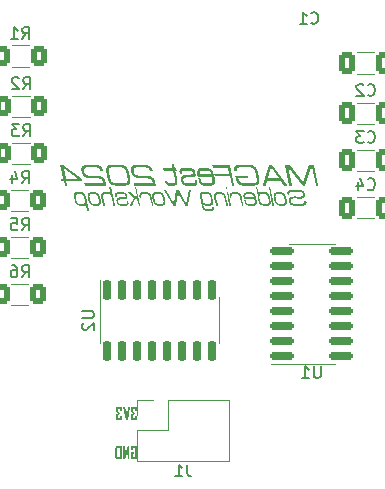
<source format=gbr>
%TF.GenerationSoftware,KiCad,Pcbnew,(7.0.0)*%
%TF.CreationDate,2024-01-04T11:39:15-05:00*%
%TF.ProjectId,MAGFest2023SolderingClass_variant1,4d414746-6573-4743-9230-3233536f6c64,rev?*%
%TF.SameCoordinates,Original*%
%TF.FileFunction,Legend,Bot*%
%TF.FilePolarity,Positive*%
%FSLAX46Y46*%
G04 Gerber Fmt 4.6, Leading zero omitted, Abs format (unit mm)*
G04 Created by KiCad (PCBNEW (7.0.0)) date 2024-01-04 11:39:15*
%MOMM*%
%LPD*%
G01*
G04 APERTURE LIST*
G04 Aperture macros list*
%AMRoundRect*
0 Rectangle with rounded corners*
0 $1 Rounding radius*
0 $2 $3 $4 $5 $6 $7 $8 $9 X,Y pos of 4 corners*
0 Add a 4 corners polygon primitive as box body*
4,1,4,$2,$3,$4,$5,$6,$7,$8,$9,$2,$3,0*
0 Add four circle primitives for the rounded corners*
1,1,$1+$1,$2,$3*
1,1,$1+$1,$4,$5*
1,1,$1+$1,$6,$7*
1,1,$1+$1,$8,$9*
0 Add four rect primitives between the rounded corners*
20,1,$1+$1,$2,$3,$4,$5,0*
20,1,$1+$1,$4,$5,$6,$7,0*
20,1,$1+$1,$6,$7,$8,$9,0*
20,1,$1+$1,$8,$9,$2,$3,0*%
G04 Aperture macros list end*
%ADD10C,0.187500*%
%ADD11C,0.500000*%
%ADD12C,0.250000*%
%ADD13C,0.150000*%
%ADD14C,0.120000*%
%ADD15RoundRect,0.381000X-0.016563X1.181968X-0.708143X-0.946497X0.016563X-1.181968X0.708143X0.946497X0*%
%ADD16RoundRect,0.381000X-0.419820X1.105022X-0.341715X-1.131615X0.419820X-1.105022X0.341715X1.131615X0*%
%ADD17RoundRect,0.381000X-0.708143X0.946497X-0.016563X-1.181968X0.708143X-0.946497X0.016563X1.181968X0*%
%ADD18RoundRect,0.381000X0.558543X1.041802X-1.078226X-0.484510X-0.558543X-1.041802X1.078226X0.484510X0*%
%ADD19R,1.700000X1.700000*%
%ADD20O,1.700000X1.700000*%
%ADD21RoundRect,0.381000X-1.078226X0.484510X0.558543X-1.041802X1.078226X-0.484510X-0.558543X1.041802X0*%
%ADD22RoundRect,0.381000X-0.361413X1.125479X-0.400471X-1.112180X0.361413X-1.125479X0.400471X1.112180X0*%
%ADD23RoundRect,0.250000X0.412500X0.650000X-0.412500X0.650000X-0.412500X-0.650000X0.412500X-0.650000X0*%
%ADD24RoundRect,0.250000X0.400000X0.625000X-0.400000X0.625000X-0.400000X-0.625000X0.400000X-0.625000X0*%
%ADD25RoundRect,0.150000X-0.825000X-0.150000X0.825000X-0.150000X0.825000X0.150000X-0.825000X0.150000X0*%
%ADD26RoundRect,0.150000X-0.150000X0.725000X-0.150000X-0.725000X0.150000X-0.725000X0.150000X0.725000X0*%
G04 APERTURE END LIST*
D10*
G36*
X155639232Y-73725317D02*
G01*
X155634058Y-73697048D01*
X155630536Y-73669853D01*
X155628666Y-73643731D01*
X155628447Y-73618682D01*
X155629879Y-73594707D01*
X155632963Y-73571805D01*
X155637699Y-73549976D01*
X155644086Y-73529221D01*
X155652124Y-73509538D01*
X155661814Y-73490930D01*
X155673156Y-73473394D01*
X155686149Y-73456932D01*
X155700794Y-73441544D01*
X155717090Y-73427228D01*
X155735037Y-73413986D01*
X155754636Y-73401817D01*
X155770957Y-73394084D01*
X155788410Y-73386819D01*
X155802245Y-73381679D01*
X155816716Y-73376803D01*
X155831826Y-73372191D01*
X155847573Y-73367843D01*
X155863957Y-73363759D01*
X155880979Y-73359939D01*
X155898639Y-73356383D01*
X155916936Y-73353091D01*
X155935906Y-73350079D01*
X155955584Y-73347364D01*
X155975971Y-73344944D01*
X155997066Y-73342821D01*
X156018870Y-73340994D01*
X156033799Y-73339941D01*
X156049044Y-73339020D01*
X156064603Y-73338230D01*
X156080477Y-73337571D01*
X156096665Y-73337045D01*
X156113169Y-73336650D01*
X156129987Y-73336386D01*
X156147120Y-73336255D01*
X156155805Y-73336238D01*
X156171256Y-73336238D01*
X156185939Y-73336238D01*
X156201234Y-73336238D01*
X156216164Y-73336719D01*
X156232375Y-73338162D01*
X156247612Y-73340213D01*
X156263831Y-73343000D01*
X156268645Y-73343932D01*
X156295024Y-73343932D01*
X156309409Y-73347017D01*
X156311510Y-73347962D01*
X156325432Y-73351992D01*
X156340447Y-73353795D01*
X156358427Y-73355711D01*
X156375531Y-73357251D01*
X156391758Y-73358416D01*
X156407108Y-73359205D01*
X156424372Y-73359655D01*
X156429846Y-73359685D01*
X156446796Y-73359685D01*
X156462063Y-73359685D01*
X156477450Y-73359685D01*
X156492133Y-73359685D01*
X156493593Y-73359685D01*
X156517530Y-73359518D01*
X156540614Y-73359016D01*
X156562844Y-73358179D01*
X156584222Y-73357006D01*
X156604747Y-73355499D01*
X156624419Y-73353658D01*
X156643238Y-73351481D01*
X156661205Y-73348969D01*
X156678318Y-73346123D01*
X156694578Y-73342941D01*
X156709985Y-73339425D01*
X156724540Y-73335574D01*
X156744772Y-73329170D01*
X156763085Y-73322011D01*
X156774228Y-73316821D01*
X156792332Y-73306828D01*
X156808175Y-73295535D01*
X156821758Y-73282940D01*
X156833081Y-73269045D01*
X156842143Y-73253848D01*
X156848945Y-73237351D01*
X156853486Y-73219553D01*
X156855767Y-73200454D01*
X156855787Y-73180055D01*
X156853547Y-73158354D01*
X156850798Y-73143164D01*
X156847435Y-73127966D01*
X156843757Y-73113420D01*
X156837650Y-73092825D01*
X156830834Y-73073698D01*
X156823310Y-73056040D01*
X156815078Y-73039849D01*
X156806137Y-73025128D01*
X156796488Y-73011874D01*
X156786130Y-73000089D01*
X156775064Y-72989772D01*
X156763289Y-72980923D01*
X156759207Y-72978300D01*
X156746094Y-72970762D01*
X156731438Y-72963855D01*
X156717648Y-72958436D01*
X156702724Y-72953482D01*
X156686667Y-72948991D01*
X156672331Y-72945719D01*
X156657029Y-72943002D01*
X156640761Y-72940839D01*
X156623526Y-72939231D01*
X156605326Y-72938177D01*
X156590071Y-72937734D01*
X156578223Y-72937634D01*
X155949908Y-72937634D01*
X155932719Y-72937778D01*
X155916140Y-72938212D01*
X155900170Y-72938935D01*
X155884810Y-72939947D01*
X155870060Y-72941247D01*
X155849077Y-72943741D01*
X155829466Y-72946885D01*
X155811227Y-72950679D01*
X155794360Y-72955123D01*
X155778864Y-72960219D01*
X155764740Y-72965964D01*
X155748042Y-72974637D01*
X155735434Y-72982642D01*
X155722382Y-72993736D01*
X155711597Y-73006453D01*
X155703079Y-73020792D01*
X155696828Y-73036755D01*
X155694553Y-73045345D01*
X155691760Y-73060288D01*
X155690023Y-73076035D01*
X155689341Y-73092588D01*
X155689715Y-73109945D01*
X155691145Y-73128108D01*
X155693048Y-73143217D01*
X155694919Y-73154888D01*
X155691627Y-73169686D01*
X155682096Y-73172107D01*
X155548740Y-73172107D01*
X155535030Y-73165524D01*
X155530788Y-73155254D01*
X155526348Y-73131768D01*
X155522921Y-73109026D01*
X155520506Y-73087031D01*
X155519104Y-73065781D01*
X155518714Y-73045277D01*
X155519337Y-73025518D01*
X155520973Y-73006505D01*
X155523621Y-72988238D01*
X155527281Y-72970716D01*
X155531954Y-72953940D01*
X155537639Y-72937909D01*
X155544337Y-72922624D01*
X155552048Y-72908085D01*
X155560771Y-72894291D01*
X155570506Y-72881243D01*
X155581254Y-72868941D01*
X155593015Y-72857384D01*
X155605788Y-72846572D01*
X155619573Y-72836507D01*
X155634371Y-72827186D01*
X155650182Y-72818612D01*
X155667005Y-72810783D01*
X155684841Y-72803700D01*
X155703689Y-72797362D01*
X155723549Y-72791770D01*
X155744422Y-72786924D01*
X155766308Y-72782823D01*
X155789206Y-72779468D01*
X155813117Y-72776858D01*
X155838040Y-72774994D01*
X155863976Y-72773875D01*
X155890924Y-72773503D01*
X156540488Y-72773503D01*
X156565176Y-72773864D01*
X156589233Y-72774947D01*
X156612657Y-72776752D01*
X156635450Y-72779279D01*
X156657611Y-72782528D01*
X156679141Y-72786499D01*
X156700038Y-72791192D01*
X156720304Y-72796606D01*
X156739938Y-72802743D01*
X156758939Y-72809602D01*
X156777310Y-72817183D01*
X156795048Y-72825486D01*
X156812154Y-72834511D01*
X156828629Y-72844258D01*
X156844472Y-72854727D01*
X156859683Y-72865918D01*
X156874262Y-72877831D01*
X156888209Y-72890466D01*
X156901524Y-72903823D01*
X156914208Y-72917902D01*
X156926260Y-72932703D01*
X156937679Y-72948225D01*
X156948468Y-72964470D01*
X156958624Y-72981437D01*
X156968148Y-72999126D01*
X156977041Y-73017537D01*
X156985301Y-73036670D01*
X156992930Y-73056525D01*
X156999927Y-73077102D01*
X157006293Y-73098400D01*
X157012026Y-73120421D01*
X157017128Y-73143164D01*
X157022371Y-73171492D01*
X157026012Y-73198680D01*
X157028050Y-73224729D01*
X157028485Y-73249639D01*
X157027317Y-73273410D01*
X157024546Y-73296041D01*
X157020173Y-73317534D01*
X157014197Y-73337887D01*
X157006617Y-73357101D01*
X156997435Y-73375176D01*
X156986651Y-73392112D01*
X156974263Y-73407908D01*
X156960272Y-73422566D01*
X156944679Y-73436084D01*
X156927483Y-73448463D01*
X156908684Y-73459703D01*
X156893593Y-73467467D01*
X156877354Y-73474730D01*
X156859967Y-73481492D01*
X156841433Y-73487753D01*
X156821751Y-73493513D01*
X156800921Y-73498772D01*
X156778944Y-73503531D01*
X156755818Y-73507788D01*
X156731545Y-73511545D01*
X156706124Y-73514801D01*
X156679556Y-73517556D01*
X156651839Y-73519810D01*
X156622975Y-73521563D01*
X156608113Y-73522251D01*
X156592964Y-73522815D01*
X156577527Y-73523253D01*
X156561804Y-73523566D01*
X156545794Y-73523754D01*
X156529497Y-73523817D01*
X156513920Y-73523817D01*
X156498985Y-73523817D01*
X156484056Y-73523817D01*
X156476008Y-73523817D01*
X156461038Y-73523449D01*
X156444982Y-73522344D01*
X156430355Y-73520811D01*
X156414929Y-73518738D01*
X156398705Y-73516123D01*
X156371594Y-73516123D01*
X156357009Y-73512341D01*
X156356573Y-73512093D01*
X156345215Y-73508063D01*
X156308213Y-73508063D01*
X156275606Y-73508063D01*
X156259212Y-73505065D01*
X156244010Y-73502804D01*
X156228096Y-73501121D01*
X156212054Y-73500377D01*
X156210393Y-73500369D01*
X156195668Y-73500369D01*
X156180055Y-73500369D01*
X156165229Y-73500369D01*
X156160934Y-73500369D01*
X156142688Y-73500447D01*
X156124905Y-73500678D01*
X156107585Y-73501065D01*
X156090730Y-73501606D01*
X156074338Y-73502301D01*
X156058409Y-73503151D01*
X156042945Y-73504156D01*
X156027944Y-73505315D01*
X156008664Y-73507101D01*
X155990208Y-73509162D01*
X155972663Y-73511566D01*
X155956114Y-73514383D01*
X155940560Y-73517611D01*
X155926003Y-73521252D01*
X155909207Y-73526383D01*
X155893968Y-73532157D01*
X155880285Y-73538576D01*
X155877735Y-73539937D01*
X155859581Y-73549754D01*
X155843727Y-73561073D01*
X155830172Y-73573892D01*
X155818916Y-73588211D01*
X155809959Y-73604031D01*
X155803301Y-73621351D01*
X155798942Y-73640172D01*
X155796883Y-73660493D01*
X155797122Y-73682315D01*
X155798559Y-73697697D01*
X155801017Y-73713745D01*
X155802630Y-73722020D01*
X155806128Y-73737682D01*
X155810026Y-73752794D01*
X155814325Y-73767357D01*
X155819025Y-73781371D01*
X155825463Y-73798115D01*
X155832527Y-73814000D01*
X155840218Y-73829027D01*
X155841831Y-73831929D01*
X155850461Y-73845766D01*
X155860092Y-73858655D01*
X155870725Y-73870596D01*
X155882360Y-73881589D01*
X155894997Y-73891633D01*
X155908635Y-73900730D01*
X155914371Y-73904103D01*
X155927951Y-73911213D01*
X155942587Y-73917704D01*
X155958279Y-73923577D01*
X155975027Y-73928832D01*
X155989791Y-73932739D01*
X155999001Y-73934877D01*
X156014949Y-73938044D01*
X156031881Y-73940673D01*
X156049797Y-73942766D01*
X156064838Y-73944054D01*
X156080508Y-73944999D01*
X156096809Y-73945600D01*
X156113739Y-73945858D01*
X156118070Y-73945868D01*
X156707550Y-73945868D01*
X156725267Y-73945708D01*
X156742331Y-73945227D01*
X156758743Y-73944426D01*
X156774503Y-73943304D01*
X156789610Y-73941861D01*
X156807575Y-73939607D01*
X156824522Y-73936852D01*
X156831014Y-73935610D01*
X156846401Y-73932138D01*
X156860732Y-73928362D01*
X156876535Y-73923428D01*
X156890819Y-73918058D01*
X156905563Y-73911238D01*
X156911248Y-73908133D01*
X156923874Y-73900410D01*
X156936995Y-73889797D01*
X156947900Y-73877716D01*
X156956589Y-73864166D01*
X156963064Y-73849148D01*
X156965470Y-73841088D01*
X156968819Y-73823807D01*
X156970429Y-73808403D01*
X156970966Y-73792087D01*
X156970429Y-73774858D01*
X156968819Y-73756717D01*
X156966758Y-73741547D01*
X156965470Y-73733743D01*
X156967885Y-73718878D01*
X156980491Y-73714692D01*
X157109818Y-73714692D01*
X157123716Y-73720069D01*
X157129968Y-73733743D01*
X157134437Y-73757503D01*
X157137770Y-73780512D01*
X157139967Y-73802772D01*
X157141027Y-73824281D01*
X157140952Y-73845041D01*
X157139739Y-73865051D01*
X157137391Y-73884311D01*
X157133906Y-73902821D01*
X157129285Y-73920581D01*
X157123528Y-73937591D01*
X157116634Y-73953851D01*
X157108604Y-73969361D01*
X157099438Y-73984122D01*
X157089135Y-73998132D01*
X157077696Y-74011393D01*
X157065121Y-74023904D01*
X157053587Y-74034330D01*
X157041239Y-74044083D01*
X157028078Y-74053163D01*
X157014105Y-74061571D01*
X156999319Y-74069306D01*
X156983720Y-74076368D01*
X156967308Y-74082758D01*
X156950083Y-74088476D01*
X156932045Y-74093520D01*
X156913195Y-74097892D01*
X156893531Y-74101592D01*
X156873055Y-74104619D01*
X156851766Y-74106973D01*
X156829664Y-74108654D01*
X156806749Y-74109663D01*
X156783021Y-74110000D01*
X156146280Y-74110000D01*
X156126044Y-74109842D01*
X156106279Y-74109368D01*
X156086983Y-74108579D01*
X156068158Y-74107475D01*
X156049803Y-74106055D01*
X156031918Y-74104319D01*
X156014503Y-74102268D01*
X155997559Y-74099902D01*
X155981084Y-74097219D01*
X155965080Y-74094222D01*
X155954671Y-74092048D01*
X155939365Y-74088485D01*
X155924498Y-74084530D01*
X155910068Y-74080182D01*
X155896076Y-74075441D01*
X155878101Y-74068509D01*
X155860905Y-74060878D01*
X155844487Y-74052549D01*
X155828848Y-74043522D01*
X155813987Y-74033796D01*
X155798020Y-74021471D01*
X155782726Y-74008219D01*
X155768104Y-73994039D01*
X155754155Y-73978933D01*
X155740879Y-73962899D01*
X155728275Y-73945937D01*
X155716344Y-73928048D01*
X155705086Y-73909232D01*
X155694500Y-73889488D01*
X155684586Y-73868817D01*
X155675346Y-73847219D01*
X155666778Y-73824693D01*
X155658882Y-73801240D01*
X155651659Y-73776860D01*
X155645109Y-73751552D01*
X155639232Y-73725317D01*
G37*
G36*
X154971613Y-72984776D02*
G01*
X154987379Y-72985520D01*
X155002894Y-72986760D01*
X155018158Y-72988495D01*
X155033171Y-72990727D01*
X155047932Y-72993454D01*
X155062443Y-72996678D01*
X155076702Y-73000397D01*
X155095324Y-73006127D01*
X155113499Y-73012739D01*
X155131216Y-73020077D01*
X155148647Y-73028172D01*
X155165792Y-73037022D01*
X155182650Y-73046627D01*
X155199222Y-73056988D01*
X155211464Y-73065255D01*
X155223544Y-73073947D01*
X155235463Y-73083064D01*
X155247222Y-73092606D01*
X155261689Y-73107272D01*
X155275598Y-73122785D01*
X155288949Y-73139146D01*
X155301741Y-73156353D01*
X155313976Y-73174408D01*
X155325652Y-73193310D01*
X155336771Y-73213060D01*
X155347331Y-73233656D01*
X155357333Y-73255100D01*
X155366777Y-73277391D01*
X155375662Y-73300529D01*
X155383990Y-73324515D01*
X155391760Y-73349347D01*
X155398971Y-73375027D01*
X155405624Y-73401554D01*
X155411719Y-73428928D01*
X155461178Y-73667798D01*
X155466481Y-73695004D01*
X155470894Y-73721346D01*
X155474418Y-73746824D01*
X155477052Y-73771439D01*
X155478797Y-73795190D01*
X155479653Y-73818077D01*
X155479619Y-73840101D01*
X155478695Y-73861261D01*
X155476882Y-73881557D01*
X155474180Y-73900990D01*
X155470588Y-73919559D01*
X155466107Y-73937264D01*
X155460737Y-73954106D01*
X155454477Y-73970084D01*
X155447327Y-73985198D01*
X155439288Y-73999449D01*
X155430360Y-74012836D01*
X155420542Y-74025359D01*
X155409835Y-74037019D01*
X155398238Y-74047815D01*
X155385752Y-74057747D01*
X155372377Y-74066816D01*
X155358112Y-74075021D01*
X155342957Y-74082362D01*
X155326913Y-74088839D01*
X155309980Y-74094453D01*
X155292158Y-74099204D01*
X155273445Y-74103090D01*
X155253844Y-74106113D01*
X155233353Y-74108272D01*
X155211972Y-74109568D01*
X155189703Y-74110000D01*
X154873164Y-74110000D01*
X154852337Y-74109566D01*
X154831896Y-74108265D01*
X154811842Y-74106097D01*
X154792174Y-74103061D01*
X154772893Y-74099159D01*
X154753998Y-74094389D01*
X154735490Y-74088752D01*
X154717367Y-74082247D01*
X154699632Y-74074876D01*
X154682282Y-74066637D01*
X154665319Y-74057531D01*
X154648743Y-74047557D01*
X154632553Y-74036717D01*
X154616749Y-74025009D01*
X154601332Y-74012434D01*
X154586301Y-73998991D01*
X154571748Y-73984689D01*
X154557764Y-73969533D01*
X154544350Y-73953525D01*
X154531506Y-73936663D01*
X154519232Y-73918949D01*
X154507527Y-73900382D01*
X154496391Y-73880962D01*
X154485825Y-73860689D01*
X154475829Y-73839563D01*
X154466402Y-73817584D01*
X154457545Y-73794752D01*
X154449257Y-73771067D01*
X154441539Y-73746529D01*
X154434391Y-73721138D01*
X154427812Y-73694894D01*
X154421803Y-73667798D01*
X154372344Y-73428928D01*
X154368267Y-73408555D01*
X154364693Y-73388653D01*
X154361621Y-73369220D01*
X154359052Y-73350257D01*
X154356984Y-73331765D01*
X154356877Y-73330537D01*
X154507147Y-73330537D01*
X154508878Y-73359594D01*
X154510562Y-73374930D01*
X154512792Y-73390804D01*
X154515568Y-73407216D01*
X154518890Y-73424166D01*
X154569448Y-73668164D01*
X154573226Y-73685250D01*
X154577325Y-73701792D01*
X154581744Y-73717793D01*
X154586484Y-73733251D01*
X154591544Y-73748167D01*
X154596925Y-73762540D01*
X154602627Y-73776371D01*
X154614992Y-73802406D01*
X154628639Y-73826271D01*
X154643568Y-73847967D01*
X154659780Y-73867493D01*
X154677273Y-73884849D01*
X154696050Y-73900036D01*
X154716108Y-73913054D01*
X154737449Y-73923901D01*
X154760072Y-73932580D01*
X154783977Y-73939088D01*
X154809165Y-73943428D01*
X154835634Y-73945597D01*
X154849350Y-73945868D01*
X155143174Y-73945868D01*
X155169789Y-73944784D01*
X155194219Y-73941529D01*
X155216466Y-73936105D01*
X155236528Y-73928512D01*
X155254407Y-73918749D01*
X155270102Y-73906816D01*
X155283613Y-73892714D01*
X155294941Y-73876442D01*
X155304084Y-73858001D01*
X155311044Y-73837390D01*
X155315819Y-73814610D01*
X155318411Y-73789660D01*
X155318819Y-73762540D01*
X155317043Y-73733251D01*
X155315336Y-73717793D01*
X155313083Y-73701792D01*
X155310284Y-73685250D01*
X155306939Y-73668164D01*
X155256747Y-73426364D01*
X155252969Y-73409278D01*
X155248872Y-73392736D01*
X155244454Y-73376735D01*
X155239717Y-73361277D01*
X155234660Y-73346361D01*
X155229283Y-73331988D01*
X155223586Y-73318157D01*
X155211233Y-73292122D01*
X155197600Y-73268257D01*
X155182688Y-73246561D01*
X155166496Y-73227035D01*
X155149025Y-73209679D01*
X155130275Y-73194492D01*
X155110245Y-73181474D01*
X155088936Y-73170626D01*
X155066347Y-73161948D01*
X155042479Y-73155440D01*
X155017331Y-73151100D01*
X154990905Y-73148931D01*
X154977211Y-73148660D01*
X154683387Y-73148660D01*
X154656727Y-73149736D01*
X154632251Y-73152964D01*
X154609958Y-73158345D01*
X154589850Y-73165879D01*
X154571925Y-73175565D01*
X154556184Y-73187403D01*
X154542627Y-73201393D01*
X154531254Y-73217536D01*
X154522065Y-73235831D01*
X154515060Y-73256279D01*
X154510239Y-73278879D01*
X154507601Y-73303632D01*
X154507147Y-73330537D01*
X154356877Y-73330537D01*
X154355420Y-73313743D01*
X154354357Y-73296190D01*
X154353797Y-73279108D01*
X154353739Y-73262496D01*
X154354183Y-73246354D01*
X154354758Y-73235854D01*
X154356020Y-73220480D01*
X154357880Y-73205543D01*
X154360339Y-73191045D01*
X154364549Y-73172395D01*
X154369824Y-73154523D01*
X154376164Y-73137430D01*
X154383568Y-73121115D01*
X154392038Y-73105579D01*
X154399088Y-73094438D01*
X154408655Y-73081128D01*
X154418947Y-73068678D01*
X154429962Y-73057086D01*
X154441701Y-73046352D01*
X154454165Y-73036478D01*
X154467352Y-73027462D01*
X154481264Y-73019304D01*
X154495900Y-73012006D01*
X154511260Y-73005566D01*
X154527345Y-72999984D01*
X154544153Y-72995262D01*
X154561686Y-72991398D01*
X154579942Y-72988392D01*
X154598923Y-72986246D01*
X154618628Y-72984958D01*
X154639057Y-72984528D01*
X154955596Y-72984528D01*
X154971613Y-72984776D01*
G37*
G36*
X154273059Y-74110000D02*
G01*
X154259402Y-74103283D01*
X154254375Y-74090949D01*
X153930875Y-72534633D01*
X153931866Y-72519768D01*
X153941499Y-72515582D01*
X154027595Y-72515582D01*
X154041892Y-72519768D01*
X154049749Y-72532326D01*
X154050310Y-72534633D01*
X154373809Y-74090949D01*
X154371681Y-74105814D01*
X154359155Y-74110000D01*
X154273059Y-74110000D01*
G37*
G36*
X152970098Y-72520959D02*
G01*
X152976130Y-72534633D01*
X153082375Y-73044979D01*
X153085872Y-73039817D01*
X153097379Y-73025315D01*
X153110413Y-73012288D01*
X153124972Y-73000736D01*
X153141058Y-72990658D01*
X153158671Y-72982056D01*
X153177809Y-72974927D01*
X153198474Y-72969274D01*
X153213099Y-72966325D01*
X153228401Y-72964031D01*
X153244383Y-72962392D01*
X153261042Y-72961409D01*
X153278380Y-72961081D01*
X153588324Y-72961081D01*
X153608441Y-72961536D01*
X153628218Y-72962902D01*
X153647654Y-72965177D01*
X153666749Y-72968363D01*
X153685504Y-72972458D01*
X153703918Y-72977464D01*
X153721991Y-72983381D01*
X153739724Y-72990207D01*
X153757117Y-72997944D01*
X153774168Y-73006590D01*
X153790879Y-73016147D01*
X153807250Y-73026615D01*
X153823280Y-73037992D01*
X153838969Y-73050279D01*
X153854318Y-73063477D01*
X153869326Y-73077585D01*
X153883879Y-73092509D01*
X153897862Y-73108245D01*
X153911276Y-73124794D01*
X153924120Y-73142157D01*
X153936395Y-73160332D01*
X153948100Y-73179320D01*
X153959235Y-73199121D01*
X153969801Y-73219734D01*
X153979797Y-73241161D01*
X153989224Y-73263400D01*
X153998081Y-73286453D01*
X154006369Y-73310318D01*
X154014087Y-73334996D01*
X154021235Y-73360487D01*
X154027814Y-73386791D01*
X154033823Y-73413907D01*
X154084748Y-73659371D01*
X154090175Y-73687096D01*
X154094733Y-73713940D01*
X154098421Y-73739904D01*
X154101240Y-73764987D01*
X154103190Y-73789191D01*
X154104270Y-73812515D01*
X154104480Y-73834958D01*
X154103822Y-73856521D01*
X154102294Y-73877204D01*
X154099896Y-73897007D01*
X154096629Y-73915930D01*
X154092493Y-73933973D01*
X154087487Y-73951136D01*
X154081612Y-73967418D01*
X154074868Y-73982820D01*
X154067254Y-73997342D01*
X154058771Y-74010985D01*
X154049418Y-74023746D01*
X154039196Y-74035628D01*
X154028105Y-74046630D01*
X154016144Y-74056751D01*
X154003313Y-74065993D01*
X153989614Y-74074354D01*
X153975045Y-74081835D01*
X153959606Y-74088436D01*
X153943298Y-74094157D01*
X153926121Y-74098998D01*
X153908074Y-74102958D01*
X153889158Y-74106039D01*
X153869373Y-74108239D01*
X153848718Y-74109559D01*
X153827194Y-74110000D01*
X153516883Y-74110000D01*
X153512026Y-74109974D01*
X153492540Y-74109364D01*
X153477866Y-74108374D01*
X153463139Y-74106926D01*
X153448362Y-74105021D01*
X153433533Y-74102658D01*
X153418652Y-74099839D01*
X153403720Y-74096562D01*
X153388736Y-74092828D01*
X153373701Y-74088636D01*
X153358614Y-74083988D01*
X153348623Y-74080530D01*
X153333954Y-74074743D01*
X153319665Y-74068234D01*
X153305756Y-74061004D01*
X153292226Y-74053053D01*
X153279077Y-74044380D01*
X153266307Y-74034986D01*
X153253918Y-74024871D01*
X153241908Y-74014035D01*
X153230279Y-74002477D01*
X153219029Y-73990198D01*
X153207947Y-73979620D01*
X153197414Y-73968766D01*
X153187430Y-73957638D01*
X153177996Y-73946235D01*
X153176853Y-73944785D01*
X153167837Y-73932672D01*
X153159050Y-73919643D01*
X153150492Y-73905698D01*
X153143192Y-73892745D01*
X153136984Y-73880922D01*
X153129676Y-73866411D01*
X153122298Y-73851129D01*
X153115918Y-73837416D01*
X153109486Y-73823136D01*
X153108387Y-73820694D01*
X153101793Y-73805392D01*
X153096297Y-73791795D01*
X153090802Y-73777428D01*
X153085306Y-73762293D01*
X153079811Y-73746388D01*
X153074315Y-73729713D01*
X152993075Y-73338851D01*
X153149205Y-73338851D01*
X153149947Y-73360556D01*
X153151239Y-73375677D01*
X153153169Y-73391319D01*
X153155738Y-73407482D01*
X153158945Y-73424166D01*
X153209504Y-73668164D01*
X153211410Y-73676977D01*
X153215528Y-73694173D01*
X153220056Y-73710797D01*
X153224994Y-73726848D01*
X153230340Y-73742327D01*
X153236096Y-73757234D01*
X153242261Y-73771568D01*
X153248836Y-73785329D01*
X153255820Y-73798518D01*
X153267063Y-73817229D01*
X153279227Y-73834651D01*
X153292312Y-73850785D01*
X153306318Y-73865632D01*
X153321245Y-73879190D01*
X153333733Y-73889206D01*
X153346239Y-73898417D01*
X153358763Y-73906823D01*
X153371305Y-73914424D01*
X153386379Y-73922483D01*
X153401479Y-73929382D01*
X153417055Y-73934985D01*
X153433558Y-73939428D01*
X153448020Y-73942246D01*
X153463125Y-73944258D01*
X153478874Y-73945466D01*
X153495268Y-73945868D01*
X153750257Y-73945868D01*
X153765326Y-73945641D01*
X153786731Y-73944446D01*
X153806700Y-73942228D01*
X153825234Y-73938985D01*
X153842331Y-73934719D01*
X153857992Y-73929428D01*
X153872217Y-73923114D01*
X153888949Y-73913102D01*
X153903129Y-73901269D01*
X153914755Y-73887616D01*
X153924679Y-73875354D01*
X153933019Y-73861371D01*
X153939774Y-73845669D01*
X153944946Y-73828248D01*
X153948533Y-73809107D01*
X153950536Y-73788247D01*
X153950991Y-73773385D01*
X153950742Y-73757759D01*
X153949788Y-73741368D01*
X153948131Y-73724214D01*
X153945770Y-73706295D01*
X153942704Y-73687612D01*
X153938935Y-73668164D01*
X153888377Y-73424166D01*
X153884597Y-73407216D01*
X153880448Y-73390804D01*
X153875930Y-73374930D01*
X153871043Y-73359594D01*
X153865787Y-73344796D01*
X153860161Y-73330537D01*
X153847802Y-73303632D01*
X153833966Y-73278879D01*
X153818653Y-73256279D01*
X153801863Y-73235831D01*
X153783596Y-73217536D01*
X153763853Y-73201393D01*
X153742632Y-73187403D01*
X153719935Y-73175565D01*
X153695761Y-73165879D01*
X153670109Y-73158345D01*
X153642981Y-73152964D01*
X153614376Y-73149736D01*
X153599520Y-73148929D01*
X153584294Y-73148660D01*
X153329305Y-73148660D01*
X153323224Y-73148734D01*
X153305651Y-73149850D01*
X153289083Y-73152306D01*
X153273520Y-73156101D01*
X153258961Y-73161236D01*
X153245407Y-73167711D01*
X153241047Y-73170103D01*
X153228394Y-73177969D01*
X153216386Y-73186865D01*
X153205021Y-73196791D01*
X153194301Y-73207747D01*
X153184225Y-73219734D01*
X153174913Y-73233235D01*
X153167038Y-73247907D01*
X153160599Y-73263752D01*
X153155597Y-73280768D01*
X153152030Y-73298957D01*
X153149899Y-73318318D01*
X153149205Y-73338851D01*
X152993075Y-73338851D01*
X152825920Y-72534633D01*
X152826742Y-72521610D01*
X152840575Y-72515582D01*
X152957811Y-72515582D01*
X152970098Y-72520959D01*
G37*
G36*
X152434496Y-72984991D02*
G01*
X152452555Y-72986377D01*
X152470503Y-72988689D01*
X152488339Y-72991924D01*
X152506063Y-72996085D01*
X152523675Y-73001169D01*
X152541177Y-73007179D01*
X152558566Y-73014112D01*
X152575844Y-73021971D01*
X152593010Y-73030753D01*
X152610064Y-73040461D01*
X152627007Y-73051092D01*
X152643839Y-73062648D01*
X152660558Y-73075129D01*
X152677166Y-73088534D01*
X152693663Y-73102864D01*
X152708907Y-73118719D01*
X152723499Y-73135144D01*
X152737438Y-73152139D01*
X152750724Y-73169703D01*
X152763358Y-73187836D01*
X152775339Y-73206539D01*
X152786668Y-73225812D01*
X152797344Y-73245655D01*
X152807367Y-73266067D01*
X152816738Y-73287048D01*
X152825457Y-73308599D01*
X152833522Y-73330720D01*
X152840936Y-73353410D01*
X152847696Y-73376670D01*
X152853804Y-73400499D01*
X152859259Y-73424898D01*
X152913848Y-73686482D01*
X152918910Y-73712539D01*
X152923106Y-73737768D01*
X152926435Y-73762170D01*
X152928897Y-73785744D01*
X152930493Y-73808492D01*
X152931223Y-73830412D01*
X152931086Y-73851505D01*
X152930082Y-73871771D01*
X152928212Y-73891210D01*
X152925475Y-73909821D01*
X152921872Y-73927606D01*
X152917403Y-73944563D01*
X152912066Y-73960693D01*
X152905864Y-73975996D01*
X152898794Y-73990472D01*
X152890858Y-74004120D01*
X152882056Y-74016942D01*
X152872387Y-74028936D01*
X152861852Y-74040103D01*
X152850450Y-74050442D01*
X152838181Y-74059955D01*
X152825046Y-74068640D01*
X152811044Y-74076499D01*
X152796176Y-74083530D01*
X152780441Y-74089734D01*
X152763840Y-74095110D01*
X152746372Y-74099660D01*
X152728038Y-74103382D01*
X152708837Y-74106277D01*
X152688770Y-74108345D01*
X152667836Y-74109586D01*
X152646035Y-74110000D01*
X152260254Y-74110000D01*
X152244477Y-74109672D01*
X152228930Y-74108689D01*
X152213611Y-74107050D01*
X152198521Y-74104756D01*
X152183661Y-74101806D01*
X152169029Y-74098201D01*
X152154626Y-74093941D01*
X152140453Y-74089025D01*
X152126508Y-74083454D01*
X152112792Y-74077227D01*
X152099305Y-74070345D01*
X152086048Y-74062807D01*
X152073019Y-74054614D01*
X152060219Y-74045766D01*
X152047648Y-74036262D01*
X152035306Y-74026102D01*
X152021453Y-74014298D01*
X152008287Y-74001968D01*
X151995808Y-73989111D01*
X151984015Y-73975727D01*
X151972910Y-73961817D01*
X151962491Y-73947380D01*
X151952760Y-73932416D01*
X151943715Y-73916926D01*
X151935294Y-73900788D01*
X151927435Y-73884067D01*
X151920136Y-73866762D01*
X151913398Y-73848873D01*
X151907222Y-73830401D01*
X151902957Y-73816163D01*
X151899009Y-73801597D01*
X151895375Y-73786702D01*
X151892058Y-73771479D01*
X151864580Y-73639221D01*
X151868307Y-73624946D01*
X151881861Y-73619338D01*
X151895355Y-73618339D01*
X151927961Y-73618339D01*
X151943250Y-73618686D01*
X151956904Y-73619438D01*
X151972234Y-73620814D01*
X151988228Y-73622735D01*
X152001601Y-73624567D01*
X152020285Y-73714692D01*
X152023643Y-73730160D01*
X152027212Y-73745055D01*
X152030993Y-73759377D01*
X152037061Y-73779788D01*
X152043607Y-73798910D01*
X152050628Y-73816745D01*
X152058127Y-73833291D01*
X152066102Y-73848550D01*
X152074553Y-73862520D01*
X152083481Y-73875203D01*
X152092885Y-73886597D01*
X152099420Y-73893478D01*
X152113279Y-73905757D01*
X152128294Y-73916399D01*
X152144466Y-73925403D01*
X152161793Y-73932771D01*
X152180278Y-73938501D01*
X152194900Y-73941724D01*
X152210172Y-73944026D01*
X152226095Y-73945408D01*
X152242668Y-73945868D01*
X152616360Y-73945868D01*
X152640261Y-73944745D01*
X152662138Y-73941375D01*
X152681992Y-73935758D01*
X152699822Y-73927894D01*
X152715629Y-73917783D01*
X152729412Y-73905425D01*
X152741171Y-73890821D01*
X152750907Y-73873969D01*
X152758619Y-73854871D01*
X152764308Y-73833526D01*
X152767973Y-73809934D01*
X152769615Y-73784096D01*
X152769233Y-73756010D01*
X152768283Y-73741125D01*
X152766827Y-73725678D01*
X152764865Y-73709669D01*
X152762398Y-73693098D01*
X152759424Y-73675966D01*
X152755945Y-73658272D01*
X152732864Y-73547264D01*
X151864214Y-73547264D01*
X151849837Y-73542836D01*
X151841738Y-73529554D01*
X151841133Y-73527114D01*
X151808893Y-73372508D01*
X151805726Y-73355863D01*
X151803093Y-73339450D01*
X151801420Y-73326554D01*
X151954556Y-73326554D01*
X151955067Y-73344660D01*
X151956582Y-73363520D01*
X151959102Y-73383133D01*
X152698792Y-73383133D01*
X152693773Y-73364604D01*
X152688059Y-73346661D01*
X152681649Y-73329304D01*
X152674543Y-73312533D01*
X152666742Y-73296348D01*
X152658246Y-73280750D01*
X152649054Y-73265737D01*
X152639166Y-73251310D01*
X152628583Y-73237470D01*
X152617304Y-73224215D01*
X152609399Y-73215704D01*
X152597206Y-73203723D01*
X152584807Y-73192920D01*
X152572202Y-73183295D01*
X152559390Y-73174849D01*
X152546373Y-73167581D01*
X152528696Y-73159725D01*
X152510652Y-73153963D01*
X152492243Y-73150296D01*
X152473466Y-73148725D01*
X152468715Y-73148660D01*
X152105282Y-73148660D01*
X152090582Y-73149223D01*
X152072055Y-73151728D01*
X152054753Y-73156236D01*
X152038676Y-73162747D01*
X152023824Y-73171262D01*
X152010197Y-73181781D01*
X151997795Y-73194303D01*
X151986618Y-73208829D01*
X151984015Y-73212773D01*
X151974650Y-73229380D01*
X151967071Y-73247326D01*
X151962559Y-73261665D01*
X151959051Y-73276757D01*
X151956548Y-73292603D01*
X151955050Y-73309202D01*
X151954556Y-73326554D01*
X151801420Y-73326554D01*
X151800994Y-73323268D01*
X151799431Y-73307318D01*
X151798401Y-73291600D01*
X151797906Y-73276114D01*
X151797946Y-73260860D01*
X151798520Y-73245838D01*
X151799629Y-73231047D01*
X151801939Y-73211687D01*
X151802665Y-73206912D01*
X151806100Y-73188227D01*
X151810542Y-73170275D01*
X151815991Y-73153056D01*
X151822449Y-73136570D01*
X151829913Y-73120816D01*
X151838385Y-73105795D01*
X151847865Y-73091507D01*
X151858352Y-73077951D01*
X151868668Y-73067098D01*
X151879464Y-73056885D01*
X151890741Y-73047314D01*
X151902499Y-73038384D01*
X151914738Y-73030095D01*
X151927458Y-73022447D01*
X151940658Y-73015440D01*
X151954340Y-73009075D01*
X151968491Y-73003322D01*
X151983282Y-72998336D01*
X151998716Y-72994117D01*
X152014790Y-72990665D01*
X152031505Y-72987980D01*
X152048862Y-72986063D01*
X152066859Y-72984912D01*
X152085498Y-72984528D01*
X152416325Y-72984528D01*
X152434496Y-72984991D01*
G37*
G36*
X150664005Y-73446880D02*
G01*
X150649627Y-73442292D01*
X150641874Y-73429729D01*
X150640924Y-73425997D01*
X150635670Y-73398842D01*
X150631358Y-73372514D01*
X150627988Y-73347013D01*
X150625559Y-73322339D01*
X150624072Y-73298493D01*
X150623527Y-73275473D01*
X150623924Y-73253281D01*
X150625262Y-73231916D01*
X150627541Y-73211378D01*
X150630763Y-73191667D01*
X150634926Y-73172784D01*
X150640031Y-73154728D01*
X150646077Y-73137498D01*
X150653065Y-73121096D01*
X150660995Y-73105522D01*
X150669867Y-73090774D01*
X150679471Y-73077908D01*
X150689782Y-73065873D01*
X150700800Y-73054667D01*
X150712525Y-73044292D01*
X150724957Y-73034746D01*
X150738096Y-73026031D01*
X150751942Y-73018145D01*
X150766495Y-73011090D01*
X150781755Y-73004865D01*
X150797722Y-72999469D01*
X150814396Y-72994904D01*
X150831777Y-72991169D01*
X150849864Y-72988264D01*
X150868659Y-72986189D01*
X150888161Y-72984943D01*
X150908370Y-72984528D01*
X151288289Y-72984528D01*
X151304965Y-72985290D01*
X151322018Y-72987574D01*
X151339449Y-72991381D01*
X151357258Y-72996710D01*
X151375444Y-73003562D01*
X151389332Y-73009701D01*
X151403432Y-73016696D01*
X151417745Y-73024547D01*
X151432271Y-73033255D01*
X151446682Y-73042768D01*
X151460791Y-73053034D01*
X151474597Y-73064054D01*
X151488101Y-73075828D01*
X151501302Y-73088354D01*
X151514200Y-73101635D01*
X151526796Y-73115669D01*
X151539089Y-73130456D01*
X151551079Y-73145997D01*
X151562766Y-73162291D01*
X151570390Y-73173572D01*
X151573321Y-73179801D01*
X151576252Y-73183831D01*
X151584518Y-73197615D01*
X151591709Y-73211139D01*
X151598351Y-73224495D01*
X151605584Y-73239747D01*
X151611795Y-73253314D01*
X151618384Y-73268094D01*
X151625053Y-73283957D01*
X151631504Y-73300953D01*
X151637738Y-73319082D01*
X151642271Y-73333423D01*
X151646681Y-73348401D01*
X151650969Y-73364017D01*
X151655135Y-73380271D01*
X151659178Y-73397162D01*
X151663099Y-73414690D01*
X151665645Y-73426730D01*
X151803764Y-74091315D01*
X151802502Y-74106423D01*
X151793506Y-74110000D01*
X151678467Y-74110000D01*
X151663671Y-74106423D01*
X151654822Y-74094654D01*
X151653921Y-74091315D01*
X151515435Y-73424532D01*
X151511710Y-73407538D01*
X151507679Y-73391084D01*
X151503341Y-73375172D01*
X151498697Y-73359800D01*
X151493747Y-73344969D01*
X151488490Y-73330680D01*
X151482928Y-73316931D01*
X151474009Y-73297322D01*
X151464402Y-73278931D01*
X151454105Y-73261756D01*
X151443120Y-73245799D01*
X151431445Y-73231059D01*
X151419081Y-73217536D01*
X151405958Y-73205227D01*
X151392003Y-73194129D01*
X151377218Y-73184241D01*
X151361602Y-73175565D01*
X151345156Y-73168098D01*
X151327878Y-73161843D01*
X151309770Y-73156798D01*
X151290831Y-73152964D01*
X151271061Y-73150341D01*
X151250461Y-73148929D01*
X151236266Y-73148660D01*
X150952700Y-73148660D01*
X150926307Y-73149743D01*
X150902084Y-73152993D01*
X150880031Y-73158410D01*
X150860147Y-73165993D01*
X150842433Y-73175743D01*
X150826888Y-73187660D01*
X150813513Y-73201744D01*
X150802307Y-73217994D01*
X150793271Y-73236411D01*
X150786405Y-73256995D01*
X150781708Y-73279745D01*
X150779180Y-73304662D01*
X150778823Y-73331746D01*
X150780635Y-73360996D01*
X150782354Y-73376434D01*
X150784616Y-73392414D01*
X150787420Y-73408935D01*
X150790767Y-73425997D01*
X150790300Y-73440986D01*
X150778677Y-73446880D01*
X150664005Y-73446880D01*
G37*
G36*
X150628467Y-74110000D02*
G01*
X150616070Y-74101795D01*
X150612347Y-74090949D01*
X150381904Y-72982330D01*
X150382172Y-72967465D01*
X150389964Y-72963279D01*
X150480456Y-72963279D01*
X150493807Y-72969996D01*
X150498774Y-72982330D01*
X150729218Y-74090949D01*
X150728330Y-74105814D01*
X150718959Y-74110000D01*
X150628467Y-74110000D01*
G37*
G36*
X150338673Y-72715251D02*
G01*
X150326118Y-72706257D01*
X150322187Y-72694368D01*
X150288848Y-72534633D01*
X150289115Y-72519768D01*
X150296908Y-72515582D01*
X150387400Y-72515582D01*
X150400751Y-72522298D01*
X150405718Y-72534633D01*
X150439057Y-72694368D01*
X150439073Y-72709357D01*
X150429165Y-72715251D01*
X150338673Y-72715251D01*
G37*
G36*
X149482114Y-74110000D02*
G01*
X149467817Y-74105894D01*
X149459665Y-74092464D01*
X149459399Y-74091315D01*
X149328241Y-73458970D01*
X149322659Y-73430501D01*
X149318005Y-73402888D01*
X149314279Y-73376130D01*
X149311479Y-73350229D01*
X149309608Y-73325183D01*
X149308663Y-73300993D01*
X149308646Y-73277659D01*
X149309556Y-73255180D01*
X149311394Y-73233557D01*
X149314158Y-73212791D01*
X149317851Y-73192880D01*
X149322470Y-73173824D01*
X149328017Y-73155625D01*
X149334492Y-73138281D01*
X149341893Y-73121793D01*
X149350222Y-73106161D01*
X149359363Y-73091432D01*
X149369291Y-73077654D01*
X149380005Y-73064825D01*
X149391507Y-73052947D01*
X149403796Y-73042019D01*
X149416872Y-73032041D01*
X149430735Y-73023014D01*
X149445386Y-73014937D01*
X149460823Y-73007810D01*
X149477047Y-73001633D01*
X149494059Y-72996407D01*
X149511858Y-72992131D01*
X149530444Y-72988805D01*
X149549817Y-72986429D01*
X149569977Y-72985004D01*
X149590924Y-72984528D01*
X149892808Y-72984528D01*
X149914182Y-72985012D01*
X149935163Y-72986463D01*
X149955752Y-72988882D01*
X149975950Y-72992268D01*
X149995755Y-72996621D01*
X150015168Y-73001942D01*
X150034189Y-73008231D01*
X150052818Y-73015486D01*
X150071054Y-73023709D01*
X150088899Y-73032900D01*
X150106351Y-73043058D01*
X150123411Y-73054183D01*
X150140079Y-73066276D01*
X150156356Y-73079337D01*
X150172239Y-73093364D01*
X150187731Y-73108360D01*
X150202731Y-73124232D01*
X150217138Y-73140892D01*
X150230952Y-73158338D01*
X150244174Y-73176572D01*
X150256804Y-73195593D01*
X150268841Y-73215401D01*
X150280285Y-73235996D01*
X150291137Y-73257378D01*
X150301397Y-73279548D01*
X150311064Y-73302504D01*
X150320139Y-73326248D01*
X150328621Y-73350778D01*
X150336511Y-73376096D01*
X150343808Y-73402201D01*
X150350513Y-73429093D01*
X150356625Y-73456772D01*
X150488516Y-74091315D01*
X150487008Y-74105894D01*
X150476060Y-74110000D01*
X150361021Y-74110000D01*
X150346225Y-74106353D01*
X150337376Y-74094353D01*
X150336475Y-74090949D01*
X150199088Y-73430027D01*
X150195504Y-73413983D01*
X150191526Y-73398366D01*
X150187157Y-73383174D01*
X150182396Y-73368410D01*
X150177243Y-73354071D01*
X150171697Y-73340159D01*
X150165759Y-73326674D01*
X150156118Y-73307246D01*
X150145594Y-73288777D01*
X150134187Y-73271268D01*
X150121899Y-73254718D01*
X150108728Y-73239128D01*
X150094675Y-73224497D01*
X150080064Y-73210944D01*
X150065222Y-73198724D01*
X150050149Y-73187837D01*
X150034843Y-73178284D01*
X150019305Y-73170063D01*
X150003536Y-73163175D01*
X149987535Y-73157621D01*
X149971301Y-73153399D01*
X149954837Y-73150511D01*
X149938140Y-73148956D01*
X149926880Y-73148660D01*
X149624996Y-73148660D01*
X149608110Y-73149317D01*
X149592074Y-73151287D01*
X149576889Y-73154572D01*
X149562553Y-73159170D01*
X149549068Y-73165082D01*
X149532410Y-73175008D01*
X149517263Y-73187270D01*
X149506895Y-73197999D01*
X149497376Y-73210041D01*
X149488708Y-73223398D01*
X149481093Y-73237851D01*
X149474733Y-73253322D01*
X149469630Y-73269811D01*
X149465782Y-73287317D01*
X149463190Y-73305841D01*
X149461853Y-73325382D01*
X149461773Y-73345940D01*
X149462948Y-73367517D01*
X149464429Y-73382466D01*
X149466469Y-73397867D01*
X149469066Y-73413721D01*
X149472222Y-73430027D01*
X149609608Y-74090949D01*
X149608100Y-74105814D01*
X149597152Y-74110000D01*
X149482114Y-74110000D01*
G37*
G36*
X148755464Y-72961529D02*
G01*
X148776084Y-72962873D01*
X148796222Y-72965113D01*
X148815880Y-72968248D01*
X148835057Y-72972280D01*
X148853753Y-72977207D01*
X148871968Y-72983030D01*
X148889703Y-72989749D01*
X148906956Y-72997364D01*
X148923729Y-73005875D01*
X148940020Y-73015282D01*
X148955831Y-73025584D01*
X148971161Y-73036783D01*
X148986011Y-73048877D01*
X149000379Y-73061867D01*
X149014266Y-73075753D01*
X149027673Y-73090535D01*
X149040599Y-73106213D01*
X149053044Y-73122787D01*
X149065008Y-73140256D01*
X149076491Y-73158622D01*
X149087493Y-73177883D01*
X149098015Y-73198040D01*
X149108056Y-73219093D01*
X149117615Y-73241042D01*
X149126694Y-73263887D01*
X149135293Y-73287628D01*
X149143410Y-73312264D01*
X149151046Y-73337797D01*
X149158202Y-73364225D01*
X149164876Y-73391549D01*
X149171070Y-73419769D01*
X149224926Y-73678789D01*
X149230103Y-73705318D01*
X149234414Y-73731006D01*
X149237860Y-73755851D01*
X149240439Y-73779854D01*
X149242153Y-73803015D01*
X149243001Y-73825333D01*
X149242983Y-73846809D01*
X149242099Y-73867443D01*
X149240350Y-73887235D01*
X149237734Y-73906185D01*
X149234253Y-73924293D01*
X149229906Y-73941558D01*
X149224693Y-73957981D01*
X149218615Y-73973562D01*
X149211670Y-73988300D01*
X149203860Y-74002197D01*
X149195184Y-74015251D01*
X149185642Y-74027463D01*
X149175234Y-74038833D01*
X149163961Y-74049360D01*
X149151821Y-74059046D01*
X149138816Y-74067889D01*
X149124945Y-74075890D01*
X149110208Y-74083049D01*
X149094605Y-74089365D01*
X149078137Y-74094840D01*
X149060803Y-74099472D01*
X149042602Y-74103262D01*
X149023536Y-74106210D01*
X149003605Y-74108315D01*
X148982807Y-74109578D01*
X148961144Y-74110000D01*
X148636545Y-74110000D01*
X148619117Y-74109705D01*
X148602187Y-74108820D01*
X148585755Y-74107346D01*
X148569821Y-74105283D01*
X148554385Y-74102629D01*
X148539447Y-74099386D01*
X148525007Y-74095554D01*
X148504281Y-74088700D01*
X148484675Y-74080519D01*
X148466190Y-74071011D01*
X148448826Y-74060177D01*
X148432582Y-74048016D01*
X148417459Y-74034528D01*
X148445669Y-74170083D01*
X148449009Y-74185140D01*
X148452661Y-74199719D01*
X148460908Y-74227442D01*
X148470407Y-74253254D01*
X148481161Y-74277153D01*
X148493168Y-74299141D01*
X148506428Y-74319216D01*
X148520943Y-74337380D01*
X148536711Y-74353632D01*
X148553732Y-74367971D01*
X148572007Y-74380399D01*
X148591536Y-74390915D01*
X148612319Y-74399519D01*
X148634355Y-74406211D01*
X148657645Y-74410991D01*
X148682189Y-74413859D01*
X148707986Y-74414815D01*
X149003642Y-74414815D01*
X149018696Y-74414411D01*
X149035085Y-74412963D01*
X149050604Y-74410461D01*
X149065253Y-74406907D01*
X149067023Y-74406388D01*
X149082047Y-74401330D01*
X149095797Y-74395633D01*
X149109578Y-74388557D01*
X149114650Y-74385505D01*
X149112452Y-74385505D01*
X149124651Y-74376392D01*
X149136856Y-74363068D01*
X149145681Y-74347598D01*
X149150306Y-74333676D01*
X149152768Y-74318381D01*
X149153066Y-74301711D01*
X149151199Y-74283668D01*
X149149455Y-74274131D01*
X149150963Y-74259266D01*
X149161911Y-74255080D01*
X149286841Y-74255080D01*
X149301138Y-74259266D01*
X149308995Y-74271824D01*
X149309556Y-74274131D01*
X149312370Y-74288935D01*
X149315261Y-74308144D01*
X149317167Y-74326745D01*
X149318089Y-74344740D01*
X149318026Y-74362128D01*
X149316978Y-74378909D01*
X149314946Y-74395083D01*
X149311930Y-74410651D01*
X149311021Y-74414448D01*
X149306717Y-74429240D01*
X149301496Y-74443391D01*
X149295359Y-74456901D01*
X149288307Y-74469769D01*
X149278203Y-74484953D01*
X149266669Y-74499136D01*
X149256410Y-74509760D01*
X149250938Y-74514832D01*
X149236352Y-74526290D01*
X149220897Y-74536621D01*
X149204573Y-74545825D01*
X149187379Y-74553901D01*
X149169316Y-74560851D01*
X149150384Y-74566674D01*
X149130582Y-74571370D01*
X149109910Y-74574939D01*
X149088370Y-74577380D01*
X149073526Y-74578382D01*
X149058296Y-74578883D01*
X149050536Y-74578946D01*
X148733998Y-74578946D01*
X148713703Y-74578625D01*
X148693852Y-74577663D01*
X148674445Y-74576061D01*
X148655481Y-74573817D01*
X148636961Y-74570932D01*
X148618885Y-74567405D01*
X148601252Y-74563238D01*
X148584063Y-74558429D01*
X148567318Y-74552980D01*
X148551016Y-74546889D01*
X148535158Y-74540157D01*
X148519743Y-74532784D01*
X148504772Y-74524770D01*
X148490245Y-74516114D01*
X148476162Y-74506818D01*
X148462522Y-74496880D01*
X148451165Y-74487516D01*
X148440175Y-74477560D01*
X148429552Y-74467011D01*
X148419297Y-74455870D01*
X148409408Y-74444137D01*
X148399886Y-74431810D01*
X148390732Y-74418892D01*
X148381945Y-74405381D01*
X148373524Y-74391277D01*
X148365471Y-74376581D01*
X148360306Y-74366454D01*
X148352767Y-74350856D01*
X148345537Y-74334697D01*
X148338616Y-74317977D01*
X148332005Y-74300698D01*
X148325702Y-74282858D01*
X148319708Y-74264458D01*
X148314024Y-74245497D01*
X148308649Y-74225977D01*
X148303583Y-74205896D01*
X148298826Y-74185254D01*
X148295826Y-74171182D01*
X148124001Y-73345764D01*
X148120860Y-73325936D01*
X148119979Y-73319307D01*
X148275851Y-73319307D01*
X148276237Y-73335145D01*
X148277202Y-73351604D01*
X148278744Y-73368684D01*
X148280865Y-73386386D01*
X148283564Y-73404708D01*
X148286842Y-73423652D01*
X148290697Y-73443217D01*
X148335760Y-73660104D01*
X148339617Y-73677555D01*
X148343860Y-73694462D01*
X148348490Y-73710826D01*
X148353506Y-73726645D01*
X148358908Y-73741921D01*
X148364697Y-73756653D01*
X148370872Y-73770841D01*
X148377434Y-73784485D01*
X148384382Y-73797585D01*
X148395528Y-73816216D01*
X148407544Y-73833623D01*
X148420430Y-73849807D01*
X148434184Y-73864767D01*
X148443837Y-73874061D01*
X148458750Y-73886894D01*
X148474088Y-73898464D01*
X148489851Y-73908772D01*
X148506039Y-73917819D01*
X148522652Y-73925602D01*
X148539690Y-73932124D01*
X148557153Y-73937383D01*
X148575041Y-73941380D01*
X148593355Y-73944115D01*
X148612093Y-73945588D01*
X148624821Y-73945868D01*
X148887504Y-73945868D01*
X148902255Y-73945589D01*
X148929999Y-73943357D01*
X148955398Y-73938892D01*
X148978453Y-73932194D01*
X148999164Y-73923264D01*
X149017531Y-73912101D01*
X149033554Y-73898706D01*
X149047232Y-73883078D01*
X149058567Y-73865218D01*
X149067557Y-73845125D01*
X149074203Y-73822800D01*
X149078505Y-73798242D01*
X149080463Y-73771452D01*
X149080076Y-73742429D01*
X149079004Y-73727080D01*
X149077346Y-73711173D01*
X149075101Y-73694708D01*
X149072271Y-73677685D01*
X149068855Y-73660104D01*
X149021594Y-73432592D01*
X149017991Y-73416275D01*
X149014188Y-73400435D01*
X149010185Y-73385071D01*
X149005983Y-73370184D01*
X149001581Y-73355774D01*
X148996980Y-73341840D01*
X148990534Y-73324002D01*
X148983734Y-73307012D01*
X148976578Y-73290869D01*
X148972867Y-73283115D01*
X148965254Y-73268203D01*
X148957434Y-73254058D01*
X148949408Y-73240680D01*
X148941177Y-73228069D01*
X148930597Y-73213384D01*
X148919696Y-73199898D01*
X148908472Y-73187610D01*
X148906189Y-73185296D01*
X148893692Y-73174558D01*
X148880107Y-73164877D01*
X148865433Y-73156252D01*
X148849672Y-73148683D01*
X148832821Y-73142170D01*
X148814883Y-73136713D01*
X148795856Y-73132312D01*
X148775740Y-73128968D01*
X148754537Y-73126679D01*
X148739796Y-73125740D01*
X148724572Y-73125271D01*
X148716779Y-73125212D01*
X148454095Y-73125212D01*
X148426538Y-73126455D01*
X148401293Y-73130181D01*
X148378361Y-73136392D01*
X148357742Y-73145088D01*
X148339435Y-73156267D01*
X148323441Y-73169932D01*
X148309759Y-73186080D01*
X148298391Y-73204713D01*
X148289335Y-73225831D01*
X148282591Y-73249433D01*
X148278160Y-73275519D01*
X148276042Y-73304090D01*
X148275851Y-73319307D01*
X148119979Y-73319307D01*
X148118304Y-73306707D01*
X148116334Y-73288077D01*
X148114951Y-73270046D01*
X148114153Y-73252614D01*
X148113942Y-73235781D01*
X148114317Y-73219547D01*
X148115277Y-73203912D01*
X148116824Y-73188876D01*
X148119798Y-73169759D01*
X148120704Y-73165146D01*
X148124745Y-73147183D01*
X148129542Y-73130112D01*
X148135095Y-73113935D01*
X148141404Y-73098651D01*
X148148468Y-73084260D01*
X148156287Y-73070761D01*
X148164862Y-73058156D01*
X148174193Y-73046444D01*
X148184211Y-73035487D01*
X148194847Y-73025332D01*
X148209011Y-73013765D01*
X148224142Y-73003451D01*
X148236942Y-72996100D01*
X148250360Y-72989552D01*
X148264396Y-72983804D01*
X148271646Y-72981231D01*
X148286427Y-72976509D01*
X148301642Y-72972416D01*
X148317293Y-72968952D01*
X148333378Y-72966119D01*
X148349899Y-72963915D01*
X148366855Y-72962341D01*
X148384246Y-72961396D01*
X148402072Y-72961081D01*
X148734364Y-72961081D01*
X148755464Y-72961529D01*
G37*
G36*
X145052037Y-72800980D02*
G01*
X145050938Y-72794752D01*
X145051405Y-72779500D01*
X145063028Y-72773503D01*
X145215069Y-72773503D01*
X145227708Y-72781379D01*
X145237233Y-72792733D01*
X145245844Y-72805010D01*
X145918488Y-73934877D01*
X146107899Y-72803178D01*
X146112960Y-72788833D01*
X146121295Y-72775850D01*
X146126950Y-72773503D01*
X146278991Y-72773503D01*
X146291722Y-72780922D01*
X146302191Y-72793093D01*
X146309399Y-72803178D01*
X146968122Y-73934877D01*
X147166325Y-72805010D01*
X147171033Y-72789779D01*
X147178447Y-72776580D01*
X147184643Y-72773503D01*
X147334486Y-72773503D01*
X147348733Y-72777010D01*
X147357989Y-72788630D01*
X147359765Y-72794752D01*
X147360864Y-72800980D01*
X147118698Y-74097177D01*
X147110111Y-74109198D01*
X147102944Y-74110000D01*
X146899612Y-74110000D01*
X146886024Y-74102865D01*
X146875520Y-74092003D01*
X146869570Y-74084720D01*
X146248583Y-73005411D01*
X146067965Y-74082522D01*
X146062734Y-74097012D01*
X146054006Y-74109329D01*
X146051479Y-74110000D01*
X145858038Y-74110000D01*
X145844379Y-74104477D01*
X145838987Y-74097177D01*
X145052037Y-72800980D01*
G37*
G36*
X144687035Y-72984776D02*
G01*
X144702802Y-72985520D01*
X144718317Y-72986760D01*
X144733580Y-72988495D01*
X144748593Y-72990727D01*
X144763355Y-72993454D01*
X144777865Y-72996678D01*
X144792124Y-73000397D01*
X144810746Y-73006127D01*
X144828921Y-73012739D01*
X144846638Y-73020077D01*
X144864069Y-73028172D01*
X144881214Y-73037022D01*
X144898072Y-73046627D01*
X144914645Y-73056988D01*
X144926886Y-73065255D01*
X144938966Y-73073947D01*
X144950886Y-73083064D01*
X144962644Y-73092606D01*
X144977111Y-73107272D01*
X144991020Y-73122785D01*
X145004371Y-73139146D01*
X145017164Y-73156353D01*
X145029398Y-73174408D01*
X145041075Y-73193310D01*
X145052193Y-73213060D01*
X145062753Y-73233656D01*
X145072755Y-73255100D01*
X145082199Y-73277391D01*
X145091085Y-73300529D01*
X145099412Y-73324515D01*
X145107182Y-73349347D01*
X145114393Y-73375027D01*
X145121046Y-73401554D01*
X145127142Y-73428928D01*
X145176601Y-73667798D01*
X145181903Y-73695004D01*
X145186316Y-73721346D01*
X145189840Y-73746824D01*
X145192475Y-73771439D01*
X145194219Y-73795190D01*
X145195075Y-73818077D01*
X145195041Y-73840101D01*
X145194117Y-73861261D01*
X145192305Y-73881557D01*
X145189602Y-73900990D01*
X145186011Y-73919559D01*
X145181529Y-73937264D01*
X145176159Y-73954106D01*
X145169899Y-73970084D01*
X145162749Y-73985198D01*
X145154710Y-73999449D01*
X145145782Y-74012836D01*
X145135964Y-74025359D01*
X145125257Y-74037019D01*
X145113660Y-74047815D01*
X145101174Y-74057747D01*
X145087799Y-74066816D01*
X145073534Y-74075021D01*
X145058380Y-74082362D01*
X145042336Y-74088839D01*
X145025402Y-74094453D01*
X145007580Y-74099204D01*
X144988868Y-74103090D01*
X144969266Y-74106113D01*
X144948775Y-74108272D01*
X144927395Y-74109568D01*
X144905125Y-74110000D01*
X144588586Y-74110000D01*
X144567759Y-74109566D01*
X144547319Y-74108265D01*
X144527264Y-74106097D01*
X144507597Y-74103061D01*
X144488315Y-74099159D01*
X144469420Y-74094389D01*
X144450912Y-74088752D01*
X144432790Y-74082247D01*
X144415054Y-74074876D01*
X144397705Y-74066637D01*
X144380742Y-74057531D01*
X144364165Y-74047557D01*
X144347975Y-74036717D01*
X144332171Y-74025009D01*
X144316754Y-74012434D01*
X144301723Y-73998991D01*
X144287170Y-73984689D01*
X144273186Y-73969533D01*
X144259773Y-73953525D01*
X144246928Y-73936663D01*
X144234654Y-73918949D01*
X144222949Y-73900382D01*
X144211813Y-73880962D01*
X144201247Y-73860689D01*
X144191251Y-73839563D01*
X144181824Y-73817584D01*
X144172967Y-73794752D01*
X144164680Y-73771067D01*
X144156962Y-73746529D01*
X144149813Y-73721138D01*
X144143234Y-73694894D01*
X144137225Y-73667798D01*
X144087766Y-73428928D01*
X144083690Y-73408555D01*
X144080115Y-73388653D01*
X144077043Y-73369220D01*
X144074474Y-73350257D01*
X144072407Y-73331765D01*
X144072300Y-73330537D01*
X144222570Y-73330537D01*
X144224300Y-73359594D01*
X144225984Y-73374930D01*
X144228214Y-73390804D01*
X144230990Y-73407216D01*
X144234312Y-73424166D01*
X144284870Y-73668164D01*
X144288648Y-73685250D01*
X144292747Y-73701792D01*
X144297166Y-73717793D01*
X144301906Y-73733251D01*
X144306966Y-73748167D01*
X144312347Y-73762540D01*
X144318049Y-73776371D01*
X144330414Y-73802406D01*
X144344061Y-73826271D01*
X144358990Y-73847967D01*
X144375202Y-73867493D01*
X144392696Y-73884849D01*
X144411472Y-73900036D01*
X144431530Y-73913054D01*
X144452871Y-73923901D01*
X144475494Y-73932580D01*
X144499399Y-73939088D01*
X144524587Y-73943428D01*
X144551057Y-73945597D01*
X144564772Y-73945868D01*
X144858596Y-73945868D01*
X144885211Y-73944784D01*
X144909641Y-73941529D01*
X144931888Y-73936105D01*
X144951951Y-73928512D01*
X144969830Y-73918749D01*
X144985525Y-73906816D01*
X144999036Y-73892714D01*
X145010363Y-73876442D01*
X145019506Y-73858001D01*
X145026466Y-73837390D01*
X145031241Y-73814610D01*
X145033833Y-73789660D01*
X145034241Y-73762540D01*
X145032465Y-73733251D01*
X145030758Y-73717793D01*
X145028505Y-73701792D01*
X145025706Y-73685250D01*
X145022361Y-73668164D01*
X144972169Y-73426364D01*
X144968392Y-73409278D01*
X144964294Y-73392736D01*
X144959877Y-73376735D01*
X144955139Y-73361277D01*
X144950082Y-73346361D01*
X144944705Y-73331988D01*
X144939008Y-73318157D01*
X144926655Y-73292122D01*
X144913022Y-73268257D01*
X144898110Y-73246561D01*
X144881918Y-73227035D01*
X144864447Y-73209679D01*
X144845697Y-73194492D01*
X144825667Y-73181474D01*
X144804358Y-73170626D01*
X144781769Y-73161948D01*
X144757901Y-73155440D01*
X144732754Y-73151100D01*
X144706327Y-73148931D01*
X144692633Y-73148660D01*
X144398809Y-73148660D01*
X144372149Y-73149736D01*
X144347673Y-73152964D01*
X144325380Y-73158345D01*
X144305272Y-73165879D01*
X144287347Y-73175565D01*
X144271607Y-73187403D01*
X144258050Y-73201393D01*
X144246677Y-73217536D01*
X144237487Y-73235831D01*
X144230482Y-73256279D01*
X144225661Y-73278879D01*
X144223023Y-73303632D01*
X144222570Y-73330537D01*
X144072300Y-73330537D01*
X144070842Y-73313743D01*
X144069779Y-73296190D01*
X144069219Y-73279108D01*
X144069161Y-73262496D01*
X144069605Y-73246354D01*
X144070181Y-73235854D01*
X144071442Y-73220480D01*
X144073302Y-73205543D01*
X144075761Y-73191045D01*
X144079971Y-73172395D01*
X144085246Y-73154523D01*
X144091586Y-73137430D01*
X144098991Y-73121115D01*
X144107460Y-73105579D01*
X144114511Y-73094438D01*
X144124078Y-73081128D01*
X144134369Y-73068678D01*
X144145384Y-73057086D01*
X144157123Y-73046352D01*
X144169587Y-73036478D01*
X144182775Y-73027462D01*
X144196686Y-73019304D01*
X144211322Y-73012006D01*
X144226683Y-73005566D01*
X144242767Y-72999984D01*
X144259575Y-72995262D01*
X144277108Y-72991398D01*
X144295364Y-72988392D01*
X144314345Y-72986246D01*
X144334050Y-72984958D01*
X144354479Y-72984528D01*
X144671018Y-72984528D01*
X144687035Y-72984776D01*
G37*
G36*
X143036301Y-73446880D02*
G01*
X143021923Y-73442292D01*
X143014170Y-73429729D01*
X143013220Y-73425997D01*
X143007966Y-73398842D01*
X143003654Y-73372514D01*
X143000284Y-73347013D01*
X142997855Y-73322339D01*
X142996368Y-73298493D01*
X142995823Y-73275473D01*
X142996220Y-73253281D01*
X142997558Y-73231916D01*
X142999837Y-73211378D01*
X143003059Y-73191667D01*
X143007222Y-73172784D01*
X143012327Y-73154728D01*
X143018373Y-73137498D01*
X143025361Y-73121096D01*
X143033291Y-73105522D01*
X143042162Y-73090774D01*
X143051767Y-73077908D01*
X143062078Y-73065873D01*
X143073096Y-73054667D01*
X143084821Y-73044292D01*
X143097253Y-73034746D01*
X143110392Y-73026031D01*
X143124238Y-73018145D01*
X143138791Y-73011090D01*
X143154051Y-73004865D01*
X143170018Y-72999469D01*
X143186692Y-72994904D01*
X143204073Y-72991169D01*
X143222160Y-72988264D01*
X143240955Y-72986189D01*
X143260457Y-72984943D01*
X143280666Y-72984528D01*
X143660585Y-72984528D01*
X143677261Y-72985290D01*
X143694314Y-72987574D01*
X143711745Y-72991381D01*
X143729553Y-72996710D01*
X143747740Y-73003562D01*
X143761628Y-73009701D01*
X143775728Y-73016696D01*
X143790041Y-73024547D01*
X143804566Y-73033255D01*
X143818978Y-73042768D01*
X143833087Y-73053034D01*
X143846893Y-73064054D01*
X143860397Y-73075828D01*
X143873598Y-73088354D01*
X143886496Y-73101635D01*
X143899092Y-73115669D01*
X143911385Y-73130456D01*
X143923375Y-73145997D01*
X143935062Y-73162291D01*
X143942686Y-73173572D01*
X143945617Y-73179801D01*
X143948548Y-73183831D01*
X143956814Y-73197615D01*
X143964005Y-73211139D01*
X143970647Y-73224495D01*
X143977880Y-73239747D01*
X143984091Y-73253314D01*
X143990680Y-73268094D01*
X143997349Y-73283957D01*
X144003800Y-73300953D01*
X144010034Y-73319082D01*
X144014567Y-73333423D01*
X144018977Y-73348401D01*
X144023265Y-73364017D01*
X144027430Y-73380271D01*
X144031474Y-73397162D01*
X144035395Y-73414690D01*
X144037941Y-73426730D01*
X144176060Y-74091315D01*
X144174798Y-74106423D01*
X144165802Y-74110000D01*
X144050763Y-74110000D01*
X144035967Y-74106423D01*
X144027117Y-74094654D01*
X144026217Y-74091315D01*
X143887731Y-73424532D01*
X143884006Y-73407538D01*
X143879975Y-73391084D01*
X143875637Y-73375172D01*
X143870993Y-73359800D01*
X143866043Y-73344969D01*
X143860786Y-73330680D01*
X143855224Y-73316931D01*
X143846305Y-73297322D01*
X143836698Y-73278931D01*
X143826401Y-73261756D01*
X143815416Y-73245799D01*
X143803741Y-73231059D01*
X143791377Y-73217536D01*
X143778254Y-73205227D01*
X143764299Y-73194129D01*
X143749514Y-73184241D01*
X143733898Y-73175565D01*
X143717452Y-73168098D01*
X143700174Y-73161843D01*
X143682066Y-73156798D01*
X143663127Y-73152964D01*
X143643357Y-73150341D01*
X143622757Y-73148929D01*
X143608562Y-73148660D01*
X143324996Y-73148660D01*
X143298603Y-73149743D01*
X143274380Y-73152993D01*
X143252327Y-73158410D01*
X143232443Y-73165993D01*
X143214729Y-73175743D01*
X143199184Y-73187660D01*
X143185809Y-73201744D01*
X143174603Y-73217994D01*
X143165567Y-73236411D01*
X143158701Y-73256995D01*
X143154004Y-73279745D01*
X143151476Y-73304662D01*
X143151119Y-73331746D01*
X143152930Y-73360996D01*
X143154650Y-73376434D01*
X143156912Y-73392414D01*
X143159716Y-73408935D01*
X143163063Y-73425997D01*
X143162596Y-73440986D01*
X143150973Y-73446880D01*
X143036301Y-73446880D01*
G37*
G36*
X142218209Y-74110000D02*
G01*
X142203646Y-74105878D01*
X142196594Y-74093513D01*
X142197326Y-74078859D01*
X142198059Y-74081057D01*
X142512400Y-73431859D01*
X142024769Y-73002480D01*
X142025135Y-73004312D01*
X142020739Y-72991856D01*
X142022571Y-72979399D01*
X142033562Y-72972805D01*
X142195495Y-72972805D01*
X142203555Y-72972805D01*
X142212714Y-72977201D01*
X142622309Y-73336238D01*
X142769954Y-73336238D01*
X142603624Y-72536831D01*
X142604091Y-72521579D01*
X142615714Y-72515582D01*
X142726723Y-72515582D01*
X142739963Y-72522190D01*
X142745774Y-72536465D01*
X143068174Y-74086552D01*
X143065283Y-74101035D01*
X143056817Y-74103405D01*
X142948007Y-74103405D01*
X142933169Y-74099192D01*
X142926025Y-74086552D01*
X142808788Y-73523817D01*
X142656747Y-73523817D01*
X142377944Y-74107801D01*
X142369884Y-74110000D01*
X142218209Y-74110000D01*
G37*
G36*
X140983928Y-73362983D02*
G01*
X140970109Y-73357089D01*
X140963698Y-73343385D01*
X140963412Y-73342100D01*
X140958582Y-73317363D01*
X140954533Y-73293528D01*
X140951266Y-73270595D01*
X140948780Y-73248563D01*
X140947075Y-73227432D01*
X140946152Y-73207204D01*
X140946011Y-73187876D01*
X140946650Y-73169451D01*
X140948071Y-73151927D01*
X140950274Y-73135305D01*
X140953258Y-73119584D01*
X140957023Y-73104765D01*
X140964136Y-73084226D01*
X140973007Y-73065717D01*
X140979898Y-73054504D01*
X140991492Y-73041999D01*
X141004980Y-73030723D01*
X141020360Y-73020678D01*
X141037635Y-73011863D01*
X141056802Y-73004277D01*
X141077863Y-72997922D01*
X141092956Y-72994369D01*
X141108890Y-72991362D01*
X141125665Y-72988902D01*
X141143282Y-72986989D01*
X141161741Y-72985622D01*
X141181041Y-72984802D01*
X141201182Y-72984528D01*
X141609678Y-72984528D01*
X141630039Y-72985047D01*
X141650181Y-72986602D01*
X141670105Y-72989194D01*
X141689809Y-72992823D01*
X141709294Y-72997489D01*
X141728560Y-73003192D01*
X141747608Y-73009931D01*
X141766436Y-73017707D01*
X141785046Y-73026520D01*
X141803436Y-73036370D01*
X141815575Y-73043513D01*
X141828465Y-73054131D01*
X141840757Y-73065192D01*
X141852450Y-73076696D01*
X141863546Y-73088645D01*
X141874043Y-73101037D01*
X141883942Y-73113872D01*
X141893243Y-73127151D01*
X141901945Y-73140874D01*
X141910050Y-73155041D01*
X141917556Y-73169651D01*
X141924464Y-73184705D01*
X141930774Y-73200203D01*
X141936485Y-73216144D01*
X141941598Y-73232528D01*
X141946114Y-73249357D01*
X141950031Y-73266629D01*
X141953845Y-73285762D01*
X141957183Y-73304419D01*
X141960045Y-73322599D01*
X141962430Y-73340303D01*
X141964338Y-73357530D01*
X141965770Y-73374280D01*
X141966725Y-73390554D01*
X141967204Y-73406351D01*
X141967206Y-73421672D01*
X141966732Y-73436516D01*
X141966151Y-73446147D01*
X141963821Y-73464271D01*
X141959762Y-73480723D01*
X141953975Y-73495504D01*
X141946458Y-73508613D01*
X141937214Y-73520050D01*
X141926240Y-73529816D01*
X141913537Y-73537910D01*
X141899106Y-73544333D01*
X141885043Y-73549709D01*
X141870104Y-73554387D01*
X141854289Y-73558367D01*
X141837597Y-73561650D01*
X141820028Y-73564234D01*
X141805342Y-73565800D01*
X141793959Y-73566681D01*
X141778383Y-73567626D01*
X141762612Y-73568444D01*
X141746647Y-73569137D01*
X141730487Y-73569704D01*
X141714132Y-73570145D01*
X141697583Y-73570459D01*
X141680839Y-73570648D01*
X141663900Y-73570711D01*
X141596123Y-73570711D01*
X141578194Y-73570797D01*
X141560127Y-73571055D01*
X141541924Y-73571484D01*
X141523583Y-73572085D01*
X141505104Y-73572858D01*
X141486488Y-73573802D01*
X141467735Y-73574919D01*
X141448844Y-73576207D01*
X141430039Y-73577810D01*
X141411727Y-73579870D01*
X141393907Y-73582389D01*
X141376579Y-73585366D01*
X141359743Y-73588801D01*
X141343400Y-73592693D01*
X141327549Y-73597044D01*
X141312190Y-73601852D01*
X141297416Y-73607073D01*
X141283499Y-73612843D01*
X141267312Y-73620829D01*
X141252466Y-73629673D01*
X141238962Y-73639376D01*
X141226799Y-73649938D01*
X141218035Y-73659005D01*
X141208761Y-73671336D01*
X141201777Y-73684973D01*
X141197083Y-73699915D01*
X141194679Y-73716164D01*
X141194565Y-73733718D01*
X141196122Y-73748702D01*
X141198251Y-73760488D01*
X141202697Y-73780527D01*
X141207516Y-73799291D01*
X141212709Y-73816780D01*
X141218275Y-73832994D01*
X141224215Y-73847932D01*
X141230528Y-73861596D01*
X141239527Y-73877830D01*
X141249190Y-73891798D01*
X141259517Y-73903499D01*
X141264929Y-73908499D01*
X141279545Y-73919265D01*
X141292499Y-73926563D01*
X141306575Y-73932694D01*
X141321774Y-73937657D01*
X141338094Y-73941453D01*
X141355537Y-73944080D01*
X141374101Y-73945540D01*
X141388760Y-73945868D01*
X141807881Y-73945868D01*
X141823539Y-73945611D01*
X141840406Y-73944659D01*
X141855766Y-73943006D01*
X141871474Y-73940258D01*
X141878590Y-73938541D01*
X141893459Y-73932638D01*
X141905021Y-73923086D01*
X141911562Y-73910331D01*
X141917122Y-73893699D01*
X141919068Y-73879090D01*
X141919607Y-73861665D01*
X141919086Y-73846747D01*
X141917773Y-73830246D01*
X141915669Y-73812160D01*
X141912772Y-73792490D01*
X141909083Y-73771236D01*
X141906183Y-73756187D01*
X141904601Y-73748398D01*
X141906627Y-73733819D01*
X141918890Y-73729713D01*
X142031730Y-73729713D01*
X142045731Y-73734987D01*
X142052246Y-73748398D01*
X142057195Y-73773372D01*
X142061508Y-73797371D01*
X142065186Y-73820393D01*
X142068229Y-73842439D01*
X142070636Y-73863509D01*
X142072408Y-73883604D01*
X142073544Y-73902722D01*
X142074045Y-73920864D01*
X142073910Y-73938030D01*
X142073140Y-73954220D01*
X142071735Y-73969434D01*
X142068436Y-73990426D01*
X142063707Y-74009221D01*
X142057548Y-74025820D01*
X142055177Y-74030865D01*
X142045740Y-74045368D01*
X142034191Y-74058376D01*
X142022953Y-74068076D01*
X142010249Y-74076738D01*
X141996077Y-74084362D01*
X141980439Y-74090949D01*
X141963548Y-74096437D01*
X141949289Y-74100158D01*
X141934365Y-74103283D01*
X141918777Y-74105814D01*
X141902526Y-74107748D01*
X141885610Y-74109088D01*
X141868030Y-74109832D01*
X141854409Y-74110000D01*
X141421001Y-74110000D01*
X141402865Y-74109719D01*
X141385187Y-74108879D01*
X141367966Y-74107478D01*
X141351202Y-74105517D01*
X141334896Y-74102996D01*
X141319047Y-74099914D01*
X141303655Y-74096273D01*
X141288720Y-74092071D01*
X141274243Y-74087308D01*
X141260222Y-74081986D01*
X141246659Y-74076103D01*
X141220905Y-74062656D01*
X141196980Y-74046968D01*
X141174884Y-74029039D01*
X141154616Y-74008869D01*
X141136178Y-73986458D01*
X141127644Y-73974412D01*
X141119568Y-73961806D01*
X141111949Y-73948639D01*
X141104788Y-73934912D01*
X141098083Y-73920625D01*
X141091836Y-73905778D01*
X141086046Y-73890370D01*
X141080714Y-73874402D01*
X141075838Y-73857874D01*
X141071420Y-73840785D01*
X141067459Y-73823136D01*
X141063297Y-73801915D01*
X141059740Y-73781255D01*
X141056788Y-73761155D01*
X141054442Y-73741615D01*
X141052701Y-73722635D01*
X141051565Y-73704215D01*
X141051035Y-73686356D01*
X141051110Y-73669057D01*
X141051791Y-73652319D01*
X141053076Y-73636140D01*
X141054270Y-73625666D01*
X141056600Y-73610375D01*
X141059607Y-73595690D01*
X141064667Y-73577051D01*
X141070929Y-73559489D01*
X141078394Y-73543002D01*
X141087061Y-73527592D01*
X141096930Y-73513258D01*
X141108001Y-73500000D01*
X141113987Y-73493775D01*
X141125629Y-73482709D01*
X141138345Y-73472179D01*
X141152134Y-73462187D01*
X141166996Y-73452731D01*
X141182931Y-73443811D01*
X141196452Y-73437062D01*
X141207044Y-73432226D01*
X141221904Y-73426215D01*
X141237727Y-73421006D01*
X141254511Y-73416598D01*
X141272257Y-73412991D01*
X141290964Y-73410186D01*
X141305626Y-73408609D01*
X141320829Y-73407482D01*
X141336572Y-73406806D01*
X141352857Y-73406580D01*
X141368835Y-73406580D01*
X141384393Y-73406580D01*
X141399530Y-73406580D01*
X141414246Y-73406580D01*
X141422466Y-73406580D01*
X141437991Y-73406580D01*
X141453790Y-73406580D01*
X141469864Y-73406580D01*
X141486213Y-73406580D01*
X141505697Y-73405850D01*
X141524304Y-73405172D01*
X141542035Y-73404545D01*
X141558891Y-73403970D01*
X141574871Y-73403446D01*
X141589975Y-73402974D01*
X141608751Y-73402424D01*
X141625970Y-73401966D01*
X141641632Y-73401600D01*
X141648879Y-73401451D01*
X141665010Y-73401036D01*
X141680706Y-73400349D01*
X141695423Y-73399113D01*
X141704200Y-73396322D01*
X141718557Y-73392544D01*
X141723617Y-73392292D01*
X141739940Y-73391142D01*
X141754697Y-73390167D01*
X141770608Y-73389210D01*
X141774542Y-73388995D01*
X141789402Y-73387316D01*
X141803542Y-73383091D01*
X141805683Y-73382034D01*
X141816130Y-73371386D01*
X141819239Y-73362250D01*
X141819609Y-73346644D01*
X141817732Y-73331515D01*
X141815941Y-73321950D01*
X141811844Y-73303564D01*
X141807522Y-73286324D01*
X141802974Y-73270230D01*
X141798201Y-73255283D01*
X141793203Y-73241482D01*
X141786187Y-73224864D01*
X141778771Y-73210284D01*
X141770955Y-73197742D01*
X141760620Y-73184930D01*
X141748946Y-73174481D01*
X141735447Y-73165803D01*
X141720123Y-73158896D01*
X141702975Y-73153760D01*
X141687943Y-73150927D01*
X141671743Y-73149226D01*
X141654375Y-73148660D01*
X141218767Y-73148660D01*
X141202436Y-73148956D01*
X141187237Y-73149845D01*
X141168736Y-73151951D01*
X141152249Y-73155111D01*
X141137778Y-73159324D01*
X141122522Y-73166072D01*
X141110415Y-73174465D01*
X141102996Y-73182365D01*
X141097825Y-73196809D01*
X141095268Y-73212876D01*
X141094322Y-73228018D01*
X141094204Y-73240251D01*
X141094766Y-73256222D01*
X141096179Y-73273636D01*
X141098005Y-73289249D01*
X141100422Y-73305864D01*
X141103429Y-73323481D01*
X141106260Y-73338296D01*
X141107026Y-73342100D01*
X141106559Y-73357089D01*
X141094936Y-73362983D01*
X140983928Y-73362983D01*
G37*
G36*
X139926967Y-74110000D02*
G01*
X139912966Y-74104623D01*
X139906451Y-74090949D01*
X139765767Y-73413541D01*
X139761651Y-73392844D01*
X139758095Y-73372656D01*
X139755099Y-73352976D01*
X139752664Y-73333805D01*
X139750788Y-73315143D01*
X139749474Y-73296990D01*
X139748719Y-73279345D01*
X139748525Y-73262210D01*
X139748891Y-73245583D01*
X139749817Y-73229464D01*
X139750746Y-73219002D01*
X139752554Y-73203601D01*
X139754820Y-73188588D01*
X139757543Y-73173960D01*
X139761885Y-73155058D01*
X139767040Y-73136843D01*
X139773008Y-73119315D01*
X139779788Y-73102473D01*
X139787382Y-73086319D01*
X139793610Y-73074654D01*
X139802867Y-73060901D01*
X139812867Y-73048035D01*
X139823612Y-73036057D01*
X139835101Y-73024966D01*
X139847334Y-73014762D01*
X139860312Y-73005446D01*
X139874033Y-72997016D01*
X139888499Y-72989474D01*
X139903709Y-72982820D01*
X139919663Y-72977052D01*
X139936361Y-72972172D01*
X139953803Y-72968179D01*
X139971990Y-72965074D01*
X139990921Y-72962856D01*
X140010595Y-72961525D01*
X140031014Y-72961081D01*
X140365871Y-72961081D01*
X140383720Y-72961282D01*
X140400447Y-72961883D01*
X140416052Y-72962884D01*
X140433980Y-72964700D01*
X140450155Y-72967142D01*
X140464577Y-72970210D01*
X140477246Y-72973904D01*
X140491337Y-72979618D01*
X140505582Y-72987419D01*
X140519982Y-72997307D01*
X140532100Y-73007140D01*
X140544325Y-73018423D01*
X140554183Y-73028492D01*
X140451601Y-72534267D01*
X140453729Y-72519688D01*
X140466255Y-72515582D01*
X140591552Y-72515582D01*
X140605209Y-72522298D01*
X140610236Y-72534633D01*
X140933736Y-74090949D01*
X140932745Y-74105814D01*
X140923111Y-74110000D01*
X140800013Y-74110000D01*
X140785716Y-74105814D01*
X140777860Y-74093256D01*
X140777299Y-74090949D01*
X140635882Y-73410610D01*
X140632228Y-73394165D01*
X140628228Y-73378170D01*
X140623882Y-73362624D01*
X140619189Y-73347527D01*
X140614150Y-73332879D01*
X140608765Y-73318681D01*
X140603034Y-73304933D01*
X140593787Y-73285152D01*
X140583761Y-73266383D01*
X140572956Y-73248625D01*
X140561371Y-73231877D01*
X140549007Y-73216141D01*
X140535864Y-73201416D01*
X140522100Y-73187798D01*
X140507872Y-73175519D01*
X140493180Y-73164579D01*
X140478025Y-73154979D01*
X140462406Y-73146719D01*
X140446323Y-73139798D01*
X140429776Y-73134217D01*
X140412766Y-73129975D01*
X140395292Y-73127073D01*
X140377355Y-73125510D01*
X140365139Y-73125212D01*
X140065086Y-73125212D01*
X140048214Y-73125892D01*
X140032217Y-73127930D01*
X140017096Y-73131327D01*
X140002850Y-73136083D01*
X139989481Y-73142198D01*
X139973017Y-73152465D01*
X139958111Y-73165147D01*
X139947953Y-73176244D01*
X139938671Y-73188700D01*
X139930264Y-73202515D01*
X139922908Y-73217417D01*
X139916775Y-73233273D01*
X139911865Y-73250081D01*
X139908179Y-73267843D01*
X139905717Y-73286557D01*
X139904479Y-73306225D01*
X139904464Y-73326846D01*
X139905672Y-73348420D01*
X139907158Y-73363332D01*
X139909187Y-73378668D01*
X139911760Y-73394427D01*
X139914877Y-73410610D01*
X140056294Y-74090949D01*
X140054785Y-74105814D01*
X140043837Y-74110000D01*
X139926967Y-74110000D01*
G37*
G36*
X139231139Y-72984776D02*
G01*
X139246905Y-72985520D01*
X139262420Y-72986760D01*
X139277684Y-72988495D01*
X139292696Y-72990727D01*
X139307458Y-72993454D01*
X139321968Y-72996678D01*
X139336228Y-73000397D01*
X139354849Y-73006127D01*
X139373024Y-73012739D01*
X139390741Y-73020077D01*
X139408172Y-73028172D01*
X139425317Y-73037022D01*
X139442176Y-73046627D01*
X139458748Y-73056988D01*
X139470989Y-73065255D01*
X139483070Y-73073947D01*
X139494989Y-73083064D01*
X139506747Y-73092606D01*
X139521214Y-73107272D01*
X139535123Y-73122785D01*
X139548474Y-73139146D01*
X139561267Y-73156353D01*
X139573501Y-73174408D01*
X139585178Y-73193310D01*
X139596296Y-73213060D01*
X139606856Y-73233656D01*
X139616858Y-73255100D01*
X139626302Y-73277391D01*
X139635188Y-73300529D01*
X139643516Y-73324515D01*
X139651285Y-73349347D01*
X139658496Y-73375027D01*
X139665150Y-73401554D01*
X139671245Y-73428928D01*
X139720704Y-73667798D01*
X139726007Y-73695004D01*
X139730420Y-73721346D01*
X139733944Y-73746824D01*
X139736578Y-73771439D01*
X139738323Y-73795190D01*
X139739178Y-73818077D01*
X139739144Y-73840101D01*
X139738221Y-73861261D01*
X139736408Y-73881557D01*
X139733706Y-73900990D01*
X139730114Y-73919559D01*
X139725633Y-73937264D01*
X139720262Y-73954106D01*
X139714002Y-73970084D01*
X139706853Y-73985198D01*
X139698814Y-73999449D01*
X139689885Y-74012836D01*
X139680068Y-74025359D01*
X139669360Y-74037019D01*
X139657764Y-74047815D01*
X139645278Y-74057747D01*
X139631902Y-74066816D01*
X139617637Y-74075021D01*
X139602483Y-74082362D01*
X139586439Y-74088839D01*
X139569506Y-74094453D01*
X139551683Y-74099204D01*
X139532971Y-74103090D01*
X139513369Y-74106113D01*
X139492878Y-74108272D01*
X139471498Y-74109568D01*
X139449228Y-74110000D01*
X139132689Y-74110000D01*
X139111862Y-74109566D01*
X139091422Y-74108265D01*
X139071368Y-74106097D01*
X139051700Y-74103061D01*
X139032419Y-74099159D01*
X139013524Y-74094389D01*
X138995015Y-74088752D01*
X138976893Y-74082247D01*
X138959157Y-74074876D01*
X138941808Y-74066637D01*
X138924845Y-74057531D01*
X138908268Y-74047557D01*
X138892078Y-74036717D01*
X138876274Y-74025009D01*
X138860857Y-74012434D01*
X138845826Y-73998991D01*
X138831273Y-73984689D01*
X138817290Y-73969533D01*
X138803876Y-73953525D01*
X138791032Y-73936663D01*
X138778757Y-73918949D01*
X138767052Y-73900382D01*
X138755917Y-73880962D01*
X138745351Y-73860689D01*
X138735354Y-73839563D01*
X138725928Y-73817584D01*
X138717071Y-73794752D01*
X138708783Y-73771067D01*
X138701065Y-73746529D01*
X138693917Y-73721138D01*
X138687338Y-73694894D01*
X138681329Y-73667798D01*
X138631869Y-73428928D01*
X138627793Y-73408555D01*
X138624219Y-73388653D01*
X138621147Y-73369220D01*
X138618577Y-73350257D01*
X138616510Y-73331765D01*
X138616403Y-73330537D01*
X138766673Y-73330537D01*
X138768403Y-73359594D01*
X138770087Y-73374930D01*
X138772317Y-73390804D01*
X138775093Y-73407216D01*
X138778415Y-73424166D01*
X138828973Y-73668164D01*
X138832751Y-73685250D01*
X138836850Y-73701792D01*
X138841269Y-73717793D01*
X138846009Y-73733251D01*
X138851070Y-73748167D01*
X138856451Y-73762540D01*
X138862152Y-73776371D01*
X138874517Y-73802406D01*
X138888164Y-73826271D01*
X138903093Y-73847967D01*
X138919305Y-73867493D01*
X138936799Y-73884849D01*
X138955575Y-73900036D01*
X138975634Y-73913054D01*
X138996974Y-73923901D01*
X139019597Y-73932580D01*
X139043503Y-73939088D01*
X139068690Y-73943428D01*
X139095160Y-73945597D01*
X139108876Y-73945868D01*
X139402700Y-73945868D01*
X139429314Y-73944784D01*
X139453745Y-73941529D01*
X139475991Y-73936105D01*
X139496054Y-73928512D01*
X139513933Y-73918749D01*
X139529628Y-73906816D01*
X139543139Y-73892714D01*
X139554466Y-73876442D01*
X139563610Y-73858001D01*
X139570569Y-73837390D01*
X139575345Y-73814610D01*
X139577936Y-73789660D01*
X139578344Y-73762540D01*
X139576568Y-73733251D01*
X139574861Y-73717793D01*
X139572608Y-73701792D01*
X139569809Y-73685250D01*
X139566465Y-73668164D01*
X139516273Y-73426364D01*
X139512495Y-73409278D01*
X139508397Y-73392736D01*
X139503980Y-73376735D01*
X139499242Y-73361277D01*
X139494185Y-73346361D01*
X139488808Y-73331988D01*
X139483111Y-73318157D01*
X139470758Y-73292122D01*
X139457125Y-73268257D01*
X139442213Y-73246561D01*
X139426022Y-73227035D01*
X139408551Y-73209679D01*
X139389800Y-73194492D01*
X139369770Y-73181474D01*
X139348461Y-73170626D01*
X139325872Y-73161948D01*
X139302004Y-73155440D01*
X139276857Y-73151100D01*
X139250430Y-73148931D01*
X139236737Y-73148660D01*
X138942913Y-73148660D01*
X138916252Y-73149736D01*
X138891776Y-73152964D01*
X138869484Y-73158345D01*
X138849375Y-73165879D01*
X138831451Y-73175565D01*
X138815710Y-73187403D01*
X138802153Y-73201393D01*
X138790780Y-73217536D01*
X138781591Y-73235831D01*
X138774585Y-73256279D01*
X138769764Y-73278879D01*
X138767126Y-73303632D01*
X138766673Y-73330537D01*
X138616403Y-73330537D01*
X138614945Y-73313743D01*
X138613882Y-73296190D01*
X138613322Y-73279108D01*
X138613264Y-73262496D01*
X138613709Y-73246354D01*
X138614284Y-73235854D01*
X138615545Y-73220480D01*
X138617405Y-73205543D01*
X138619864Y-73191045D01*
X138624074Y-73172395D01*
X138629350Y-73154523D01*
X138635689Y-73137430D01*
X138643094Y-73121115D01*
X138651563Y-73105579D01*
X138658614Y-73094438D01*
X138668181Y-73081128D01*
X138678472Y-73068678D01*
X138689487Y-73057086D01*
X138701227Y-73046352D01*
X138713690Y-73036478D01*
X138726878Y-73027462D01*
X138740790Y-73019304D01*
X138755426Y-73012006D01*
X138770786Y-73005566D01*
X138786870Y-72999984D01*
X138803678Y-72995262D01*
X138821211Y-72991398D01*
X138839468Y-72988392D01*
X138858448Y-72986246D01*
X138878153Y-72984958D01*
X138898583Y-72984528D01*
X139215121Y-72984528D01*
X139231139Y-72984776D01*
G37*
G36*
X138042080Y-72961505D02*
G01*
X138061486Y-72962776D01*
X138080823Y-72964894D01*
X138100092Y-72967859D01*
X138114498Y-72970639D01*
X138128866Y-72973895D01*
X138143195Y-72977628D01*
X138157485Y-72981838D01*
X138171737Y-72986524D01*
X138176479Y-72988192D01*
X138190481Y-72993461D01*
X138204188Y-72999239D01*
X138217598Y-73005525D01*
X138230712Y-73012321D01*
X138243530Y-73019625D01*
X138256051Y-73027437D01*
X138268276Y-73035759D01*
X138280205Y-73044589D01*
X138291838Y-73053928D01*
X138303175Y-73063776D01*
X138310568Y-73070624D01*
X138322695Y-73082314D01*
X138334211Y-73094164D01*
X138345115Y-73106176D01*
X138355407Y-73118349D01*
X138365088Y-73130682D01*
X138374156Y-73143177D01*
X138382613Y-73155833D01*
X138390458Y-73168649D01*
X138397691Y-73181627D01*
X138404313Y-73194766D01*
X138408387Y-73203614D01*
X138414187Y-73217298D01*
X138419910Y-73231697D01*
X138425556Y-73246811D01*
X138431125Y-73262639D01*
X138436616Y-73279182D01*
X138442030Y-73296440D01*
X138447366Y-73314413D01*
X138452626Y-73333101D01*
X138457808Y-73352504D01*
X138462912Y-73372621D01*
X138466273Y-73386430D01*
X138700746Y-74513367D01*
X138699484Y-74528475D01*
X138690488Y-74532051D01*
X138575083Y-74532051D01*
X138560537Y-74528615D01*
X138551470Y-74516273D01*
X138550903Y-74514099D01*
X138452717Y-74040757D01*
X138440889Y-74053131D01*
X138427799Y-74064288D01*
X138413446Y-74074229D01*
X138397831Y-74082952D01*
X138380954Y-74090457D01*
X138362815Y-74096746D01*
X138343413Y-74101817D01*
X138322749Y-74105672D01*
X138300823Y-74108309D01*
X138285505Y-74109391D01*
X138269625Y-74109932D01*
X138261475Y-74110000D01*
X137953363Y-74110000D01*
X137932749Y-74109557D01*
X137912490Y-74108231D01*
X137892586Y-74106020D01*
X137873037Y-74102924D01*
X137853843Y-74098944D01*
X137835004Y-74094080D01*
X137816520Y-74088331D01*
X137798391Y-74081698D01*
X137780616Y-74074180D01*
X137763197Y-74065778D01*
X137746132Y-74056492D01*
X137729423Y-74046321D01*
X137713068Y-74035265D01*
X137697068Y-74023326D01*
X137681423Y-74010502D01*
X137666133Y-73996793D01*
X137651265Y-73982208D01*
X137636979Y-73966757D01*
X137623273Y-73950438D01*
X137610148Y-73933252D01*
X137597604Y-73915198D01*
X137585642Y-73896277D01*
X137574260Y-73876490D01*
X137563460Y-73855834D01*
X137553240Y-73834312D01*
X137543601Y-73811922D01*
X137534544Y-73788665D01*
X137526067Y-73764541D01*
X137518172Y-73739549D01*
X137510858Y-73713691D01*
X137504124Y-73686965D01*
X137497972Y-73659371D01*
X137447047Y-73413907D01*
X137441736Y-73386512D01*
X137437344Y-73359920D01*
X137433871Y-73334133D01*
X137433503Y-73330537D01*
X137587622Y-73330537D01*
X137589403Y-73359594D01*
X137591104Y-73374930D01*
X137593347Y-73390804D01*
X137596130Y-73407216D01*
X137599455Y-73424166D01*
X137650013Y-73668164D01*
X137653789Y-73685250D01*
X137657880Y-73701792D01*
X137662287Y-73717793D01*
X137667009Y-73733251D01*
X137672047Y-73748167D01*
X137677400Y-73762540D01*
X137683069Y-73776371D01*
X137695354Y-73802406D01*
X137708901Y-73826271D01*
X137723710Y-73847967D01*
X137739781Y-73867493D01*
X137757115Y-73884849D01*
X137775711Y-73900036D01*
X137795569Y-73913054D01*
X137816689Y-73923901D01*
X137839072Y-73932580D01*
X137862717Y-73939088D01*
X137887624Y-73943428D01*
X137913793Y-73945597D01*
X137927351Y-73945868D01*
X138215313Y-73945868D01*
X138236216Y-73945273D01*
X138255786Y-73943486D01*
X138274023Y-73940507D01*
X138290927Y-73936337D01*
X138306498Y-73930976D01*
X138320736Y-73924423D01*
X138333641Y-73916679D01*
X138348773Y-73904500D01*
X138361536Y-73890203D01*
X138369553Y-73878091D01*
X138376297Y-73864729D01*
X138381831Y-73850060D01*
X138386155Y-73834083D01*
X138389268Y-73816799D01*
X138391169Y-73798208D01*
X138391861Y-73778310D01*
X138391341Y-73757104D01*
X138390322Y-73742240D01*
X138388765Y-73726796D01*
X138386670Y-73710770D01*
X138384037Y-73694164D01*
X138380865Y-73676976D01*
X138379078Y-73668164D01*
X138328520Y-73424166D01*
X138324795Y-73407216D01*
X138320763Y-73390804D01*
X138316425Y-73374930D01*
X138311781Y-73359594D01*
X138306831Y-73344796D01*
X138301575Y-73330537D01*
X138296012Y-73316815D01*
X138287094Y-73297242D01*
X138277486Y-73278879D01*
X138267190Y-73261727D01*
X138256204Y-73245786D01*
X138244530Y-73231056D01*
X138232166Y-73217536D01*
X138219042Y-73205227D01*
X138205088Y-73194129D01*
X138190303Y-73184241D01*
X138174687Y-73175565D01*
X138158240Y-73168098D01*
X138140963Y-73161843D01*
X138122854Y-73156798D01*
X138103916Y-73152964D01*
X138084146Y-73150341D01*
X138063545Y-73148929D01*
X138049350Y-73148660D01*
X137761388Y-73148660D01*
X137735038Y-73149736D01*
X137710852Y-73152964D01*
X137688831Y-73158345D01*
X137668972Y-73165879D01*
X137651278Y-73175565D01*
X137635748Y-73187403D01*
X137622381Y-73201393D01*
X137611178Y-73217536D01*
X137602140Y-73235831D01*
X137595265Y-73256279D01*
X137590553Y-73278879D01*
X137588006Y-73303632D01*
X137587622Y-73330537D01*
X137433503Y-73330537D01*
X137431317Y-73309150D01*
X137429681Y-73284971D01*
X137428964Y-73261597D01*
X137429166Y-73239027D01*
X137430286Y-73217261D01*
X137432325Y-73196300D01*
X137435284Y-73176143D01*
X137439160Y-73156790D01*
X137443956Y-73138241D01*
X137449671Y-73120497D01*
X137456304Y-73103557D01*
X137463856Y-73087421D01*
X137472326Y-73072090D01*
X137481902Y-73058647D01*
X137492219Y-73046072D01*
X137503277Y-73034364D01*
X137515077Y-73023523D01*
X137527617Y-73013550D01*
X137540900Y-73004444D01*
X137554923Y-72996205D01*
X137569688Y-72988833D01*
X137585194Y-72982329D01*
X137601441Y-72976692D01*
X137618430Y-72971922D01*
X137636160Y-72968019D01*
X137654631Y-72964984D01*
X137673844Y-72962816D01*
X137693798Y-72961515D01*
X137714493Y-72961081D01*
X138022606Y-72961081D01*
X138042080Y-72961505D01*
G37*
D11*
G36*
X155691063Y-72425000D02*
G01*
X155673262Y-72416045D01*
X155666638Y-72399598D01*
X155307601Y-70671336D01*
X155307580Y-70651000D01*
X155320791Y-70643004D01*
X155693505Y-70643004D01*
X155712711Y-70648156D01*
X155713533Y-70648866D01*
X156842912Y-72101133D01*
X157342633Y-70645935D01*
X157345564Y-70644469D01*
X157355822Y-70643004D01*
X157750030Y-70643004D01*
X157769200Y-70649229D01*
X157779538Y-70666273D01*
X157780805Y-70671336D01*
X158139842Y-72399598D01*
X158137003Y-72419418D01*
X158120302Y-72425000D01*
X157942493Y-72425000D01*
X157923431Y-72419418D01*
X157912955Y-72402674D01*
X157912207Y-72399598D01*
X157588341Y-70840352D01*
X157539493Y-70840352D01*
X156983107Y-72422069D01*
X156980665Y-72423534D01*
X156972849Y-72425000D01*
X156855124Y-72425000D01*
X156835919Y-72420277D01*
X156835096Y-72419626D01*
X155613882Y-70840352D01*
X155561614Y-70840352D01*
X155885480Y-72399598D01*
X155882642Y-72419418D01*
X155865941Y-72425000D01*
X155691063Y-72425000D01*
G37*
G36*
X154231956Y-70648866D02*
G01*
X155454636Y-72391294D01*
X155453170Y-72385432D01*
X155460986Y-72396667D01*
X155461474Y-72399598D01*
X155458774Y-72419418D01*
X155442424Y-72425000D01*
X155250449Y-72425000D01*
X155236771Y-72425000D01*
X155235365Y-72419025D01*
X154949541Y-72018579D01*
X153796715Y-72018579D01*
X153674594Y-72419626D01*
X153676059Y-72416695D01*
X153675571Y-72425000D01*
X153658962Y-72425000D01*
X153459172Y-72425000D01*
X153440503Y-72417831D01*
X153431816Y-72399598D01*
X153431328Y-72396667D01*
X153431816Y-72385432D01*
X153433282Y-72391294D01*
X153604099Y-71799738D01*
X153866080Y-71799738D01*
X154789318Y-71799738D01*
X154130351Y-70870150D01*
X153866080Y-71799738D01*
X153604099Y-71799738D01*
X153936422Y-70648866D01*
X153939842Y-70644469D01*
X153949123Y-70643004D01*
X154214859Y-70643004D01*
X154231956Y-70648866D01*
G37*
G36*
X151121279Y-71583827D02*
G01*
X151126164Y-71580896D01*
X152120721Y-71580896D01*
X152140449Y-71586039D01*
X152152249Y-71602962D01*
X152153449Y-71607763D01*
X152187643Y-71772871D01*
X152185201Y-71793021D01*
X152166150Y-71799738D01*
X151380176Y-71799738D01*
X151385117Y-71822786D01*
X151390229Y-71845035D01*
X151395512Y-71866486D01*
X151400968Y-71887139D01*
X151406595Y-71906992D01*
X151412394Y-71926048D01*
X151420393Y-71950212D01*
X151428697Y-71972958D01*
X151437306Y-71994283D01*
X151441726Y-72004413D01*
X151450724Y-72023571D01*
X151459891Y-72041477D01*
X151471586Y-72062099D01*
X151483543Y-72080766D01*
X151495762Y-72097477D01*
X151510771Y-72114948D01*
X151518418Y-72122627D01*
X151536885Y-72137555D01*
X151558031Y-72151014D01*
X151581856Y-72163006D01*
X151608360Y-72173529D01*
X151627518Y-72179728D01*
X151647867Y-72185275D01*
X151669406Y-72190170D01*
X151692136Y-72194411D01*
X151716056Y-72198001D01*
X151741167Y-72200937D01*
X151767469Y-72203221D01*
X151794962Y-72204853D01*
X151823645Y-72205832D01*
X151853519Y-72206158D01*
X152489039Y-72206158D01*
X152509816Y-72206048D01*
X152530078Y-72205717D01*
X152549823Y-72205166D01*
X152587764Y-72203403D01*
X152623641Y-72200758D01*
X152657454Y-72197232D01*
X152689201Y-72192824D01*
X152718884Y-72187535D01*
X152746503Y-72181364D01*
X152772057Y-72174311D01*
X152795546Y-72166377D01*
X152816971Y-72157562D01*
X152836331Y-72147864D01*
X152853626Y-72137286D01*
X152875698Y-72119765D01*
X152893125Y-72100260D01*
X152897902Y-72093318D01*
X152907878Y-72070954D01*
X152915458Y-72043979D01*
X152919181Y-72023434D01*
X152921839Y-72000839D01*
X152923433Y-71976196D01*
X152923961Y-71949503D01*
X152923425Y-71920760D01*
X152921824Y-71889968D01*
X152919158Y-71857127D01*
X152915428Y-71822237D01*
X152910633Y-71785297D01*
X152904773Y-71746308D01*
X152901444Y-71726045D01*
X152897848Y-71705269D01*
X152893986Y-71683981D01*
X152889859Y-71662181D01*
X152885465Y-71639869D01*
X152880805Y-71617044D01*
X152876292Y-71595435D01*
X152871853Y-71574328D01*
X152867488Y-71553723D01*
X152863196Y-71533620D01*
X152858978Y-71514019D01*
X152854833Y-71494919D01*
X152846763Y-71458225D01*
X152838987Y-71423539D01*
X152831506Y-71390860D01*
X152824318Y-71360188D01*
X152817424Y-71331524D01*
X152810823Y-71304867D01*
X152804517Y-71280218D01*
X152798504Y-71257576D01*
X152792786Y-71236941D01*
X152784758Y-71209753D01*
X152777392Y-71187081D01*
X152772849Y-71174476D01*
X152764343Y-71152866D01*
X152755432Y-71132123D01*
X152746116Y-71112246D01*
X152736396Y-71093235D01*
X152726271Y-71075090D01*
X152715742Y-71057812D01*
X152704808Y-71041400D01*
X152687649Y-71018406D01*
X152669580Y-70997362D01*
X152650601Y-70978267D01*
X152630711Y-70961120D01*
X152609912Y-70945923D01*
X152588202Y-70932676D01*
X152567191Y-70923192D01*
X152548922Y-70916018D01*
X152529356Y-70909209D01*
X152508492Y-70902767D01*
X152486331Y-70896692D01*
X152462872Y-70890983D01*
X152438116Y-70885640D01*
X152418697Y-70881873D01*
X152398518Y-70878294D01*
X152377550Y-70875067D01*
X152355791Y-70872192D01*
X152333243Y-70869669D01*
X152309904Y-70867498D01*
X152285776Y-70865679D01*
X152260857Y-70864212D01*
X152235149Y-70863097D01*
X152208650Y-70862334D01*
X152181362Y-70861924D01*
X152162731Y-70861845D01*
X151574105Y-70861845D01*
X151551192Y-70862067D01*
X151529104Y-70862731D01*
X151507839Y-70863837D01*
X151487399Y-70865387D01*
X151467783Y-70867379D01*
X151444423Y-70870492D01*
X151422350Y-70874296D01*
X151413882Y-70876011D01*
X151393589Y-70880653D01*
X151374536Y-70885724D01*
X151353310Y-70892376D01*
X151333870Y-70899646D01*
X151313447Y-70908909D01*
X151305438Y-70913136D01*
X151288921Y-70924442D01*
X151271839Y-70939646D01*
X151257745Y-70956636D01*
X151246640Y-70975412D01*
X151238523Y-70995975D01*
X151235585Y-71006926D01*
X151231434Y-71030081D01*
X151229471Y-71050610D01*
X151228868Y-71072260D01*
X151229624Y-71095032D01*
X151231740Y-71118924D01*
X151234411Y-71138845D01*
X151236073Y-71149075D01*
X151233373Y-71168895D01*
X151217022Y-71174476D01*
X151044587Y-71174476D01*
X151025918Y-71167445D01*
X151017232Y-71149563D01*
X151016255Y-71144190D01*
X151010429Y-71113181D01*
X151006019Y-71083167D01*
X151003025Y-71054150D01*
X151001447Y-71026129D01*
X151001285Y-70999104D01*
X151002539Y-70973075D01*
X151005208Y-70948042D01*
X151009294Y-70924005D01*
X151014795Y-70900964D01*
X151021712Y-70878919D01*
X151030045Y-70857871D01*
X151039794Y-70837818D01*
X151050958Y-70818761D01*
X151063539Y-70800701D01*
X151077535Y-70783636D01*
X151092947Y-70767568D01*
X151109761Y-70752484D01*
X151127965Y-70738373D01*
X151147558Y-70725235D01*
X151168540Y-70713071D01*
X151190911Y-70701880D01*
X151214671Y-70691661D01*
X151239821Y-70682416D01*
X151266359Y-70674145D01*
X151294287Y-70666846D01*
X151323604Y-70660520D01*
X151354310Y-70655168D01*
X151386405Y-70650789D01*
X151419889Y-70647383D01*
X151454762Y-70644950D01*
X151491025Y-70643490D01*
X151528676Y-70643004D01*
X152101181Y-70643004D01*
X152129839Y-70643167D01*
X152157987Y-70643658D01*
X152185625Y-70644476D01*
X152212755Y-70645622D01*
X152239374Y-70647094D01*
X152265484Y-70648894D01*
X152291085Y-70651021D01*
X152316176Y-70653476D01*
X152340758Y-70656257D01*
X152364830Y-70659366D01*
X152388393Y-70662802D01*
X152411446Y-70666565D01*
X152433990Y-70670656D01*
X152456024Y-70675074D01*
X152477549Y-70679819D01*
X152498564Y-70684891D01*
X152519070Y-70690291D01*
X152539067Y-70696018D01*
X152558554Y-70702072D01*
X152577531Y-70708453D01*
X152595999Y-70715162D01*
X152631407Y-70729561D01*
X152664776Y-70745268D01*
X152696108Y-70762285D01*
X152725402Y-70780611D01*
X152752658Y-70800246D01*
X152765522Y-70810554D01*
X152762591Y-70810554D01*
X152787467Y-70832647D01*
X152811539Y-70857159D01*
X152834805Y-70884090D01*
X152857266Y-70913442D01*
X152878921Y-70945212D01*
X152889447Y-70962005D01*
X152899772Y-70979402D01*
X152909895Y-70997405D01*
X152919817Y-71016012D01*
X152929537Y-71035224D01*
X152939056Y-71055041D01*
X152948374Y-71075463D01*
X152957491Y-71096490D01*
X152966406Y-71118122D01*
X152975120Y-71140358D01*
X152983633Y-71163200D01*
X152991945Y-71186646D01*
X153000055Y-71210698D01*
X153007963Y-71235354D01*
X153015671Y-71260615D01*
X153023177Y-71286481D01*
X153030482Y-71312951D01*
X153037586Y-71340027D01*
X153044488Y-71367708D01*
X153051189Y-71395993D01*
X153057688Y-71424883D01*
X153063987Y-71454378D01*
X153069280Y-71479923D01*
X153074413Y-71504899D01*
X153079385Y-71529306D01*
X153084198Y-71553144D01*
X153088850Y-71576414D01*
X153093342Y-71599115D01*
X153097673Y-71621248D01*
X153101844Y-71642812D01*
X153105855Y-71663807D01*
X153109706Y-71684234D01*
X153113396Y-71704092D01*
X153116926Y-71723381D01*
X153121921Y-71751249D01*
X153126555Y-71777838D01*
X153129444Y-71794853D01*
X153133406Y-71819386D01*
X153137052Y-71842795D01*
X153140379Y-71865079D01*
X153143388Y-71886238D01*
X153146080Y-71906272D01*
X153149175Y-71931234D01*
X153151706Y-71954197D01*
X153153671Y-71975160D01*
X153155333Y-71998551D01*
X153155282Y-72019679D01*
X153154578Y-72040197D01*
X153153221Y-72060105D01*
X153150397Y-72085701D01*
X153146413Y-72110213D01*
X153141269Y-72133641D01*
X153134964Y-72155986D01*
X153127499Y-72177246D01*
X153121139Y-72192480D01*
X153111759Y-72211852D01*
X153101447Y-72230399D01*
X153090205Y-72248122D01*
X153078031Y-72265020D01*
X153064925Y-72281095D01*
X153050889Y-72296345D01*
X153035922Y-72310770D01*
X153020023Y-72324371D01*
X153000781Y-72337225D01*
X152979937Y-72349162D01*
X152957489Y-72360184D01*
X152933439Y-72370289D01*
X152914349Y-72377267D01*
X152894358Y-72383730D01*
X152873465Y-72389678D01*
X152851671Y-72395110D01*
X152828975Y-72400028D01*
X152821209Y-72401552D01*
X152797268Y-72405742D01*
X152772340Y-72409521D01*
X152746424Y-72412887D01*
X152719520Y-72415840D01*
X152691629Y-72418382D01*
X152662751Y-72420512D01*
X152642950Y-72421702D01*
X152622710Y-72422710D01*
X152602032Y-72423534D01*
X152580914Y-72424175D01*
X152559358Y-72424633D01*
X152537363Y-72424908D01*
X152514929Y-72425000D01*
X151898948Y-72425000D01*
X151871518Y-72424811D01*
X151844732Y-72424244D01*
X151818590Y-72423299D01*
X151793092Y-72421977D01*
X151768238Y-72420277D01*
X151744028Y-72418199D01*
X151720462Y-72415743D01*
X151697540Y-72412909D01*
X151675261Y-72409698D01*
X151653627Y-72406109D01*
X151639562Y-72403506D01*
X151618976Y-72399166D01*
X151598982Y-72394387D01*
X151579580Y-72389171D01*
X151560771Y-72383516D01*
X151536614Y-72375296D01*
X151513510Y-72366297D01*
X151491460Y-72356520D01*
X151470462Y-72345964D01*
X151450518Y-72334630D01*
X151431544Y-72322358D01*
X151413210Y-72309358D01*
X151395518Y-72295629D01*
X151378467Y-72281171D01*
X151362057Y-72265984D01*
X151346288Y-72250068D01*
X151331160Y-72233423D01*
X151316673Y-72216050D01*
X151302828Y-72197947D01*
X151289623Y-72179116D01*
X151277060Y-72159555D01*
X151265138Y-72139266D01*
X151253857Y-72118248D01*
X151243217Y-72096501D01*
X151233219Y-72074024D01*
X151223861Y-72050819D01*
X151216543Y-72031483D01*
X151208939Y-72009499D01*
X151202650Y-71990005D01*
X151196178Y-71968817D01*
X151189522Y-71945934D01*
X151182683Y-71921357D01*
X151177434Y-71901813D01*
X151172082Y-71881315D01*
X151166635Y-71859907D01*
X151161102Y-71837632D01*
X151155484Y-71814489D01*
X151149779Y-71790479D01*
X151143989Y-71765602D01*
X151138113Y-71739858D01*
X151132151Y-71713247D01*
X151126103Y-71685768D01*
X151119969Y-71657422D01*
X151115832Y-71638043D01*
X151111657Y-71618278D01*
X151109555Y-71608251D01*
X151110532Y-71597505D01*
X151121279Y-71583827D01*
G37*
G36*
X149221070Y-70893108D02*
G01*
X149202782Y-70885664D01*
X149194203Y-70866730D01*
X149159521Y-70700645D01*
X149160864Y-70680861D01*
X149175641Y-70674267D01*
X150638167Y-70674267D01*
X150657336Y-70680385D01*
X150667675Y-70697134D01*
X150668941Y-70702110D01*
X151021628Y-72400087D01*
X151018790Y-72419526D01*
X151002089Y-72425000D01*
X150830142Y-72425000D01*
X150811079Y-72419311D01*
X150800603Y-72402245D01*
X150799855Y-72399110D01*
X150636213Y-71612159D01*
X149411579Y-71612159D01*
X149393292Y-71604715D01*
X149384712Y-71585781D01*
X149350030Y-71419696D01*
X149351373Y-71399912D01*
X149366150Y-71393318D01*
X150590784Y-71393318D01*
X150486736Y-70893108D01*
X149221070Y-70893108D01*
G37*
G36*
X148730922Y-70924988D02*
G01*
X148755001Y-70926837D01*
X148778931Y-70929918D01*
X148802712Y-70934233D01*
X148826345Y-70939780D01*
X148849828Y-70946559D01*
X148873163Y-70954572D01*
X148896349Y-70963817D01*
X148919386Y-70974294D01*
X148942274Y-70986005D01*
X148965014Y-70998948D01*
X148987604Y-71013123D01*
X149010046Y-71028531D01*
X149032339Y-71045172D01*
X149054483Y-71063046D01*
X149076478Y-71082152D01*
X149096804Y-71103293D01*
X149116259Y-71125192D01*
X149134844Y-71147852D01*
X149152560Y-71171270D01*
X149169405Y-71195449D01*
X149185380Y-71220386D01*
X149200485Y-71246083D01*
X149214719Y-71272540D01*
X149228084Y-71299756D01*
X149240579Y-71327731D01*
X149252203Y-71356466D01*
X149262957Y-71385960D01*
X149272842Y-71416214D01*
X149281856Y-71447227D01*
X149290000Y-71478999D01*
X149297273Y-71511531D01*
X149370058Y-71860310D01*
X149376807Y-71895052D01*
X149382402Y-71928690D01*
X149386840Y-71961226D01*
X149390124Y-71992659D01*
X149392252Y-72022989D01*
X149393225Y-72052216D01*
X149393042Y-72080340D01*
X149391704Y-72107362D01*
X149389210Y-72133280D01*
X149385562Y-72158095D01*
X149380757Y-72181808D01*
X149374798Y-72204418D01*
X149367683Y-72225924D01*
X149359412Y-72246328D01*
X149349987Y-72265629D01*
X149339405Y-72283827D01*
X149327669Y-72300922D01*
X149314777Y-72316914D01*
X149300730Y-72331804D01*
X149285527Y-72345590D01*
X149269169Y-72358273D01*
X149251655Y-72369854D01*
X149232987Y-72380332D01*
X149213162Y-72389706D01*
X149192183Y-72397978D01*
X149170048Y-72405147D01*
X149146757Y-72411213D01*
X149122312Y-72416176D01*
X149096710Y-72420036D01*
X149069954Y-72422794D01*
X149042042Y-72424448D01*
X149012975Y-72425000D01*
X148498599Y-72425000D01*
X148477564Y-72424563D01*
X148456834Y-72423252D01*
X148436409Y-72421067D01*
X148416290Y-72418008D01*
X148396475Y-72414075D01*
X148376966Y-72409269D01*
X148357763Y-72403588D01*
X148338865Y-72397034D01*
X148320272Y-72389605D01*
X148301984Y-72381303D01*
X148284001Y-72372127D01*
X148266324Y-72362076D01*
X148248953Y-72351152D01*
X148231886Y-72339354D01*
X148215125Y-72326682D01*
X148198669Y-72313136D01*
X148180198Y-72297398D01*
X148162643Y-72280957D01*
X148146004Y-72263814D01*
X148130281Y-72245969D01*
X148115474Y-72227422D01*
X148101583Y-72208173D01*
X148088607Y-72188221D01*
X148076548Y-72167568D01*
X148065320Y-72146051D01*
X148054841Y-72123756D01*
X148045109Y-72100683D01*
X148036126Y-72076831D01*
X148027890Y-72052201D01*
X148022204Y-72033217D01*
X148016939Y-72013796D01*
X148012095Y-71993936D01*
X148007671Y-71973639D01*
X147971035Y-71797295D01*
X147976004Y-71778262D01*
X147994076Y-71770784D01*
X148012068Y-71769452D01*
X148055543Y-71769452D01*
X148075928Y-71769915D01*
X148094133Y-71770917D01*
X148114573Y-71772753D01*
X148135899Y-71775314D01*
X148153728Y-71777756D01*
X148178641Y-71897923D01*
X148183118Y-71918547D01*
X148187877Y-71938407D01*
X148192918Y-71957503D01*
X148201009Y-71984717D01*
X148209736Y-72010214D01*
X148219099Y-72033993D01*
X148229096Y-72056055D01*
X148239730Y-72076400D01*
X148250998Y-72095027D01*
X148262902Y-72111937D01*
X148275442Y-72127130D01*
X148284154Y-72136304D01*
X148302633Y-72152676D01*
X148322653Y-72166865D01*
X148344215Y-72178871D01*
X148367319Y-72188695D01*
X148391964Y-72196335D01*
X148411460Y-72200632D01*
X148431824Y-72203702D01*
X148453054Y-72205544D01*
X148475152Y-72206158D01*
X148973407Y-72206158D01*
X149005275Y-72204660D01*
X149034445Y-72200166D01*
X149060917Y-72192677D01*
X149084691Y-72182192D01*
X149105766Y-72168711D01*
X149124143Y-72152234D01*
X149139823Y-72132761D01*
X149152804Y-72110293D01*
X149163087Y-72084828D01*
X149170672Y-72056368D01*
X149175558Y-72024913D01*
X149177747Y-71990461D01*
X149177238Y-71953014D01*
X149175971Y-71933166D01*
X149174030Y-71912570D01*
X149171414Y-71891225D01*
X149168124Y-71869131D01*
X149164160Y-71846288D01*
X149159521Y-71822697D01*
X149128746Y-71674685D01*
X147970546Y-71674685D01*
X147951377Y-71668782D01*
X147940579Y-71651072D01*
X147939772Y-71647819D01*
X147896785Y-71441678D01*
X147892562Y-71419484D01*
X147889051Y-71397600D01*
X147886821Y-71380406D01*
X148091002Y-71380406D01*
X148091683Y-71404547D01*
X148093704Y-71429693D01*
X148097064Y-71455844D01*
X149083317Y-71455844D01*
X149076625Y-71431139D01*
X149069006Y-71407215D01*
X149060459Y-71384072D01*
X149050985Y-71361711D01*
X149040584Y-71340131D01*
X149029255Y-71319333D01*
X149016999Y-71299316D01*
X149003816Y-71280081D01*
X148989705Y-71261626D01*
X148974667Y-71243954D01*
X148964126Y-71232606D01*
X148947869Y-71216630D01*
X148931337Y-71202226D01*
X148914530Y-71189394D01*
X148897448Y-71178132D01*
X148880091Y-71168442D01*
X148856522Y-71157966D01*
X148832464Y-71150284D01*
X148807918Y-71145395D01*
X148782883Y-71143300D01*
X148776548Y-71143213D01*
X148291970Y-71143213D01*
X148272371Y-71143964D01*
X148247668Y-71147304D01*
X148224598Y-71153314D01*
X148203162Y-71161996D01*
X148183360Y-71173350D01*
X148165190Y-71187375D01*
X148148654Y-71204071D01*
X148133752Y-71223439D01*
X148130281Y-71228698D01*
X148117794Y-71250840D01*
X148107689Y-71274768D01*
X148101672Y-71293887D01*
X148096995Y-71314009D01*
X148093658Y-71335137D01*
X148091660Y-71357269D01*
X148091002Y-71380406D01*
X147886821Y-71380406D01*
X147886253Y-71376024D01*
X147884168Y-71354758D01*
X147882796Y-71333801D01*
X147882136Y-71313153D01*
X147882189Y-71292814D01*
X147882955Y-71272784D01*
X147884433Y-71253063D01*
X147887513Y-71227250D01*
X147888481Y-71220882D01*
X147893060Y-71195969D01*
X147898983Y-71172034D01*
X147906249Y-71149075D01*
X147914859Y-71127093D01*
X147924812Y-71106088D01*
X147936108Y-71086060D01*
X147948748Y-71067009D01*
X147962731Y-71048935D01*
X147976484Y-71034464D01*
X147990880Y-71020847D01*
X148005916Y-71008086D01*
X148021593Y-70996179D01*
X148037912Y-70985127D01*
X148054871Y-70974930D01*
X148072472Y-70965587D01*
X148090714Y-70957100D01*
X148109582Y-70949429D01*
X148129304Y-70942781D01*
X148149882Y-70937156D01*
X148171314Y-70932554D01*
X148193601Y-70928974D01*
X148216743Y-70926417D01*
X148240740Y-70924883D01*
X148265592Y-70924371D01*
X148706694Y-70924371D01*
X148730922Y-70924988D01*
G37*
G36*
X146437678Y-71428977D02*
G01*
X146419253Y-71421119D01*
X146410705Y-71402847D01*
X146410323Y-71401133D01*
X146403883Y-71368151D01*
X146398485Y-71336371D01*
X146394129Y-71305793D01*
X146390814Y-71276417D01*
X146388542Y-71248243D01*
X146387311Y-71221272D01*
X146387122Y-71195502D01*
X146387975Y-71170935D01*
X146389870Y-71147569D01*
X146392806Y-71125406D01*
X146396785Y-71104445D01*
X146401805Y-71084686D01*
X146411289Y-71057302D01*
X146423117Y-71032623D01*
X146432305Y-71017672D01*
X146447764Y-71000998D01*
X146465747Y-70985965D01*
X146486255Y-70972571D01*
X146509287Y-70960817D01*
X146534844Y-70950703D01*
X146562925Y-70942230D01*
X146583049Y-70937492D01*
X146604294Y-70933483D01*
X146626661Y-70930203D01*
X146650150Y-70927652D01*
X146674762Y-70925829D01*
X146700495Y-70924736D01*
X146727350Y-70924371D01*
X147272012Y-70924371D01*
X147299160Y-70925063D01*
X147326016Y-70927136D01*
X147352580Y-70930592D01*
X147378853Y-70935431D01*
X147404833Y-70941652D01*
X147430522Y-70949256D01*
X147455918Y-70958242D01*
X147481023Y-70968610D01*
X147505835Y-70980361D01*
X147530356Y-70993494D01*
X147546541Y-71003018D01*
X147563727Y-71017174D01*
X147580116Y-71031922D01*
X147595708Y-71047262D01*
X147610502Y-71063193D01*
X147624498Y-71079716D01*
X147637697Y-71096830D01*
X147650098Y-71114535D01*
X147661701Y-71132833D01*
X147672507Y-71151721D01*
X147682515Y-71171202D01*
X147691726Y-71191274D01*
X147700139Y-71211937D01*
X147707754Y-71233192D01*
X147714572Y-71255038D01*
X147720592Y-71277476D01*
X147725815Y-71300505D01*
X147730901Y-71326016D01*
X147735352Y-71350892D01*
X147739167Y-71375132D01*
X147742347Y-71398737D01*
X147744892Y-71421706D01*
X147746801Y-71444040D01*
X147748074Y-71465739D01*
X147748713Y-71486802D01*
X147748716Y-71507229D01*
X147748083Y-71527022D01*
X147747308Y-71539863D01*
X147744202Y-71564028D01*
X147738790Y-71585964D01*
X147731074Y-71605672D01*
X147721052Y-71623150D01*
X147708726Y-71638400D01*
X147694094Y-71651421D01*
X147677157Y-71662214D01*
X147657915Y-71670778D01*
X147639166Y-71677945D01*
X147619247Y-71684182D01*
X147598159Y-71689489D01*
X147575903Y-71693866D01*
X147552478Y-71697313D01*
X147532897Y-71699400D01*
X147517720Y-71700575D01*
X147496952Y-71701835D01*
X147475924Y-71702926D01*
X147454637Y-71703850D01*
X147433090Y-71704605D01*
X147411284Y-71705193D01*
X147389218Y-71705613D01*
X147366892Y-71705865D01*
X147344308Y-71705949D01*
X147253938Y-71705949D01*
X147230033Y-71706063D01*
X147205944Y-71706407D01*
X147181672Y-71706979D01*
X147157218Y-71707780D01*
X147132580Y-71708811D01*
X147107758Y-71710070D01*
X147082754Y-71711559D01*
X147057567Y-71713276D01*
X147032494Y-71715413D01*
X147008077Y-71718161D01*
X146984317Y-71721519D01*
X146961213Y-71725488D01*
X146938765Y-71730068D01*
X146916974Y-71735258D01*
X146895840Y-71741058D01*
X146875361Y-71747470D01*
X146855662Y-71754431D01*
X146837107Y-71762124D01*
X146815523Y-71772772D01*
X146795729Y-71784564D01*
X146777723Y-71797501D01*
X146761506Y-71811584D01*
X146749821Y-71823674D01*
X146737456Y-71840115D01*
X146728144Y-71858297D01*
X146721885Y-71878220D01*
X146718680Y-71899885D01*
X146718527Y-71923291D01*
X146720603Y-71943269D01*
X146723442Y-71958984D01*
X146729370Y-71985703D01*
X146735796Y-72010722D01*
X146742719Y-72034040D01*
X146750141Y-72055659D01*
X146758061Y-72075577D01*
X146766479Y-72093795D01*
X146778477Y-72115441D01*
X146791361Y-72134064D01*
X146805130Y-72149665D01*
X146812347Y-72156332D01*
X146831834Y-72170686D01*
X146849106Y-72180418D01*
X146867875Y-72188592D01*
X146888139Y-72195210D01*
X146909900Y-72200270D01*
X146933156Y-72203774D01*
X146957909Y-72205720D01*
X146977455Y-72206158D01*
X147536283Y-72206158D01*
X147557160Y-72205814D01*
X147579649Y-72204546D01*
X147600129Y-72202342D01*
X147621073Y-72198678D01*
X147630560Y-72196388D01*
X147650386Y-72188517D01*
X147665803Y-72175782D01*
X147674524Y-72158775D01*
X147681937Y-72136598D01*
X147684532Y-72117120D01*
X147685250Y-72093886D01*
X147684556Y-72073997D01*
X147682805Y-72051995D01*
X147679999Y-72027881D01*
X147676136Y-72001654D01*
X147671218Y-71973315D01*
X147667352Y-71953249D01*
X147665243Y-71942864D01*
X147667943Y-71923425D01*
X147684294Y-71917951D01*
X147834747Y-71917951D01*
X147853416Y-71924982D01*
X147862102Y-71942864D01*
X147868701Y-71976163D01*
X147874452Y-72008161D01*
X147879356Y-72038857D01*
X147883413Y-72068252D01*
X147886622Y-72096346D01*
X147888984Y-72123138D01*
X147890500Y-72148629D01*
X147891167Y-72172819D01*
X147890988Y-72195707D01*
X147889961Y-72217294D01*
X147888088Y-72237579D01*
X147883688Y-72265568D01*
X147877383Y-72290628D01*
X147869171Y-72312760D01*
X147866010Y-72319487D01*
X147853428Y-72338824D01*
X147838029Y-72356169D01*
X147823046Y-72369101D01*
X147806106Y-72380650D01*
X147787211Y-72390816D01*
X147766359Y-72399598D01*
X147743838Y-72406916D01*
X147724826Y-72411877D01*
X147704927Y-72416045D01*
X147684144Y-72419418D01*
X147662475Y-72421998D01*
X147639921Y-72423784D01*
X147616481Y-72424776D01*
X147598320Y-72425000D01*
X147020442Y-72425000D01*
X146996261Y-72424626D01*
X146972690Y-72423505D01*
X146949729Y-72421638D01*
X146927377Y-72419023D01*
X146905636Y-72415662D01*
X146884503Y-72411553D01*
X146863981Y-72406697D01*
X146844068Y-72401094D01*
X146824764Y-72394744D01*
X146806071Y-72387648D01*
X146787987Y-72379804D01*
X146753648Y-72361875D01*
X146721747Y-72340958D01*
X146692286Y-72317052D01*
X146665262Y-72290159D01*
X146640678Y-72260277D01*
X146629300Y-72244216D01*
X146618532Y-72227408D01*
X146608373Y-72209852D01*
X146598825Y-72191550D01*
X146589885Y-72172500D01*
X146581556Y-72152704D01*
X146573836Y-72132160D01*
X146566726Y-72110869D01*
X146560225Y-72088832D01*
X146554334Y-72066047D01*
X146549053Y-72042515D01*
X146543503Y-72014221D01*
X146538760Y-71986673D01*
X146534825Y-71959873D01*
X146531696Y-71933820D01*
X146529375Y-71908513D01*
X146527861Y-71883954D01*
X146527154Y-71860142D01*
X146527254Y-71837076D01*
X146528162Y-71814758D01*
X146529876Y-71793187D01*
X146531467Y-71779221D01*
X146534574Y-71758834D01*
X146538583Y-71739253D01*
X146545330Y-71714402D01*
X146553680Y-71690985D01*
X146563633Y-71669003D01*
X146575189Y-71648456D01*
X146588347Y-71629344D01*
X146603109Y-71611667D01*
X146611091Y-71603367D01*
X146626613Y-71588612D01*
X146643567Y-71574573D01*
X146661952Y-71561249D01*
X146681768Y-71548641D01*
X146703016Y-71536748D01*
X146721044Y-71527750D01*
X146735166Y-71521301D01*
X146754980Y-71513287D01*
X146776077Y-71506341D01*
X146798455Y-71500464D01*
X146822116Y-71495655D01*
X146847060Y-71491915D01*
X146866609Y-71489812D01*
X146886879Y-71488309D01*
X146907870Y-71487408D01*
X146929583Y-71487107D01*
X146950888Y-71487107D01*
X146971631Y-71487107D01*
X146991814Y-71487107D01*
X147011435Y-71487107D01*
X147022396Y-71487107D01*
X147043095Y-71487107D01*
X147064161Y-71487107D01*
X147085593Y-71487107D01*
X147107392Y-71487107D01*
X147133370Y-71486134D01*
X147158179Y-71485229D01*
X147181821Y-71484394D01*
X147204295Y-71483627D01*
X147225602Y-71482928D01*
X147245740Y-71482298D01*
X147270775Y-71481566D01*
X147293734Y-71480955D01*
X147314617Y-71480467D01*
X147324280Y-71480268D01*
X147345787Y-71479715D01*
X147366716Y-71478799D01*
X147386339Y-71477150D01*
X147398041Y-71473429D01*
X147417184Y-71468392D01*
X147423931Y-71468056D01*
X147445694Y-71466523D01*
X147465370Y-71465222D01*
X147486585Y-71463947D01*
X147491830Y-71463660D01*
X147511644Y-71461421D01*
X147530497Y-71455788D01*
X147533352Y-71454378D01*
X147547281Y-71440182D01*
X147551426Y-71428000D01*
X147551919Y-71407192D01*
X147549416Y-71387021D01*
X147547029Y-71374267D01*
X147541567Y-71349752D01*
X147535804Y-71326765D01*
X147529740Y-71305307D01*
X147523376Y-71285378D01*
X147516711Y-71266976D01*
X147507357Y-71244819D01*
X147497469Y-71225379D01*
X147487047Y-71208656D01*
X147473268Y-71191573D01*
X147457702Y-71177641D01*
X147439704Y-71166071D01*
X147419272Y-71156862D01*
X147396408Y-71150014D01*
X147376365Y-71146236D01*
X147354764Y-71143969D01*
X147331607Y-71143213D01*
X146750798Y-71143213D01*
X146729022Y-71143608D01*
X146708757Y-71144793D01*
X146684089Y-71147602D01*
X146662107Y-71151815D01*
X146642812Y-71157433D01*
X146622471Y-71166429D01*
X146606328Y-71177621D01*
X146596436Y-71188154D01*
X146589541Y-71207412D01*
X146586132Y-71228835D01*
X146584870Y-71249025D01*
X146584712Y-71265334D01*
X146585462Y-71286629D01*
X146587346Y-71309848D01*
X146589781Y-71330666D01*
X146593003Y-71352819D01*
X146597013Y-71376308D01*
X146600787Y-71396062D01*
X146601809Y-71401133D01*
X146601187Y-71421119D01*
X146585689Y-71428977D01*
X146437678Y-71428977D01*
G37*
G36*
X145113882Y-71996109D02*
G01*
X145124629Y-71993667D01*
X145291691Y-71993667D01*
X145310359Y-72000698D01*
X145319046Y-72018579D01*
X145325259Y-72043553D01*
X145333151Y-72066695D01*
X145342722Y-72088005D01*
X145353973Y-72107484D01*
X145366902Y-72125130D01*
X145381511Y-72140945D01*
X145397799Y-72154928D01*
X145415766Y-72167079D01*
X145435520Y-72178337D01*
X145455704Y-72187687D01*
X145476316Y-72195129D01*
X145497359Y-72200662D01*
X145518830Y-72204288D01*
X145540731Y-72206005D01*
X145549611Y-72206158D01*
X145845634Y-72206158D01*
X145870501Y-72204944D01*
X145893078Y-72201304D01*
X145913365Y-72195236D01*
X145931363Y-72186741D01*
X145950640Y-72172709D01*
X145966339Y-72154884D01*
X145976323Y-72137894D01*
X145980456Y-72128489D01*
X145987027Y-72107766D01*
X145991599Y-72084433D01*
X145994171Y-72058490D01*
X145994788Y-72037320D01*
X145994280Y-72014681D01*
X145992647Y-71990574D01*
X145989889Y-71964999D01*
X145986007Y-71937955D01*
X145980999Y-71909443D01*
X145977036Y-71889619D01*
X145828537Y-71174476D01*
X145066987Y-71174476D01*
X145047072Y-71168866D01*
X145035198Y-71152036D01*
X145033282Y-71145167D01*
X144986387Y-70919487D01*
X144989196Y-70899703D01*
X145008369Y-70893108D01*
X145769918Y-70893108D01*
X145716185Y-70634211D01*
X145720574Y-70614900D01*
X145733282Y-70611741D01*
X145889109Y-70611741D01*
X145908648Y-70617358D01*
X145918418Y-70634211D01*
X145972151Y-70893108D01*
X146079618Y-70893108D01*
X146097905Y-70900553D01*
X146106485Y-70919487D01*
X146153380Y-71145167D01*
X146153607Y-71165203D01*
X146138236Y-71174476D01*
X146030770Y-71174476D01*
X146034983Y-71194901D01*
X146039170Y-71214225D01*
X146043825Y-71234905D01*
X146048948Y-71256941D01*
X146051286Y-71266800D01*
X146056375Y-71287580D01*
X146062117Y-71310351D01*
X146067400Y-71330850D01*
X146073136Y-71352731D01*
X146079326Y-71375997D01*
X146084604Y-71395605D01*
X146085969Y-71400645D01*
X146091489Y-71422322D01*
X146096814Y-71443387D01*
X146101945Y-71463843D01*
X146106882Y-71483688D01*
X146111624Y-71502922D01*
X146118371Y-71530628D01*
X146124681Y-71556960D01*
X146130553Y-71581919D01*
X146135987Y-71605504D01*
X146140983Y-71627715D01*
X146145541Y-71648551D01*
X146149661Y-71668015D01*
X146150937Y-71674197D01*
X146155255Y-71695313D01*
X146159356Y-71716102D01*
X146163239Y-71736563D01*
X146166904Y-71756698D01*
X146170353Y-71776505D01*
X146173583Y-71795984D01*
X146179391Y-71833962D01*
X146184330Y-71870631D01*
X146188398Y-71905991D01*
X146191596Y-71940042D01*
X146193924Y-71972784D01*
X146195382Y-72004217D01*
X146195969Y-72034341D01*
X146195687Y-72063156D01*
X146194534Y-72090662D01*
X146192512Y-72116859D01*
X146189619Y-72141746D01*
X146185856Y-72165325D01*
X146181223Y-72187595D01*
X146176598Y-72209075D01*
X146171148Y-72229550D01*
X146164874Y-72249020D01*
X146157776Y-72267486D01*
X146147029Y-72290544D01*
X146134817Y-72311816D01*
X146121139Y-72331302D01*
X146105996Y-72349002D01*
X146089388Y-72364916D01*
X146071115Y-72378998D01*
X146050981Y-72391202D01*
X146028984Y-72401529D01*
X146005124Y-72409979D01*
X145986007Y-72415083D01*
X145965843Y-72419132D01*
X145944631Y-72422124D01*
X145922372Y-72424061D01*
X145899065Y-72424941D01*
X145891063Y-72425000D01*
X145587225Y-72425000D01*
X145563285Y-72424487D01*
X145539702Y-72422948D01*
X145516478Y-72420384D01*
X145493611Y-72416794D01*
X145471102Y-72412179D01*
X145448951Y-72406538D01*
X145440190Y-72403995D01*
X145418435Y-72396846D01*
X145397133Y-72388529D01*
X145376284Y-72379043D01*
X145355888Y-72368389D01*
X145335946Y-72356565D01*
X145316457Y-72343573D01*
X145308788Y-72338049D01*
X145288355Y-72322639D01*
X145269068Y-72306694D01*
X145250925Y-72290216D01*
X145233927Y-72273203D01*
X145218074Y-72255655D01*
X145203366Y-72237574D01*
X145189803Y-72218958D01*
X145177385Y-72199808D01*
X145165944Y-72179986D01*
X145155312Y-72159355D01*
X145145489Y-72137915D01*
X145136474Y-72115666D01*
X145128269Y-72092608D01*
X145120873Y-72068741D01*
X145114287Y-72044065D01*
X145109877Y-72025027D01*
X145108509Y-72018579D01*
X145108997Y-72010275D01*
X145113882Y-71996109D01*
G37*
G36*
X142297762Y-71247749D02*
G01*
X142292868Y-71223182D01*
X142288565Y-71199183D01*
X142284853Y-71175753D01*
X142281734Y-71152891D01*
X142279205Y-71130598D01*
X142277268Y-71108874D01*
X142275923Y-71087718D01*
X142275169Y-71067131D01*
X142275007Y-71047113D01*
X142275873Y-71018152D01*
X142278070Y-70990470D01*
X142281598Y-70964067D01*
X142286456Y-70938944D01*
X142290435Y-70922906D01*
X142297381Y-70899816D01*
X142305582Y-70877809D01*
X142315035Y-70856883D01*
X142325743Y-70837039D01*
X142337704Y-70818278D01*
X142350919Y-70800598D01*
X142365388Y-70784000D01*
X142381110Y-70768483D01*
X142398086Y-70754049D01*
X142416315Y-70740697D01*
X142429165Y-70732397D01*
X142448200Y-70720963D01*
X142469404Y-70710354D01*
X142492775Y-70700569D01*
X142511725Y-70693771D01*
X142531895Y-70687437D01*
X142553285Y-70681566D01*
X142575893Y-70676160D01*
X142599721Y-70671217D01*
X142624769Y-70666737D01*
X142642144Y-70664009D01*
X142669094Y-70660255D01*
X142697185Y-70656870D01*
X142726418Y-70653855D01*
X142746541Y-70652050D01*
X142767172Y-70650409D01*
X142788311Y-70648932D01*
X142809957Y-70647619D01*
X142832110Y-70646470D01*
X142854772Y-70645486D01*
X142877940Y-70644665D01*
X142901617Y-70644009D01*
X142925800Y-70643517D01*
X142950492Y-70643188D01*
X142975691Y-70643024D01*
X142988481Y-70643004D01*
X143188271Y-70643004D01*
X143211524Y-70643069D01*
X143234386Y-70643265D01*
X143256857Y-70643592D01*
X143278939Y-70644049D01*
X143300630Y-70644638D01*
X143321931Y-70645356D01*
X143342842Y-70646206D01*
X143363363Y-70647186D01*
X143383493Y-70648297D01*
X143403234Y-70649539D01*
X143441544Y-70652415D01*
X143478293Y-70655813D01*
X143513481Y-70659734D01*
X143547108Y-70664178D01*
X143579174Y-70669145D01*
X143609680Y-70674635D01*
X143638625Y-70680648D01*
X143666008Y-70687183D01*
X143691831Y-70694241D01*
X143716094Y-70701822D01*
X143738795Y-70709926D01*
X143757734Y-70716642D01*
X143776206Y-70723785D01*
X143811747Y-70739350D01*
X143845418Y-70756620D01*
X143877219Y-70775597D01*
X143907151Y-70796279D01*
X143935212Y-70818668D01*
X143961403Y-70842762D01*
X143985724Y-70868562D01*
X144008176Y-70896068D01*
X144028757Y-70925280D01*
X144047468Y-70956197D01*
X144064309Y-70988821D01*
X144079281Y-71023151D01*
X144092382Y-71059186D01*
X144098231Y-71077843D01*
X144103613Y-71096927D01*
X144108528Y-71116437D01*
X144112975Y-71136374D01*
X144110582Y-71156194D01*
X144095878Y-71161775D01*
X143909276Y-71161775D01*
X143889975Y-71156914D01*
X143878634Y-71140914D01*
X143877525Y-71136374D01*
X143871296Y-71113728D01*
X143863847Y-71091953D01*
X143855176Y-71071047D01*
X143845285Y-71051011D01*
X143834172Y-71031846D01*
X143821837Y-71013551D01*
X143808282Y-70996125D01*
X143793505Y-70979570D01*
X143777431Y-70964114D01*
X143759983Y-70949986D01*
X143741161Y-70937187D01*
X143720965Y-70925715D01*
X143699395Y-70915571D01*
X143676452Y-70906755D01*
X143652134Y-70899268D01*
X143632995Y-70894524D01*
X143626443Y-70893108D01*
X143603522Y-70888002D01*
X143582428Y-70884062D01*
X143559521Y-70880408D01*
X143539889Y-70877691D01*
X143519098Y-70875157D01*
X143497147Y-70872806D01*
X143474036Y-70870638D01*
X143449550Y-70868577D01*
X143423477Y-70866791D01*
X143402881Y-70865632D01*
X143381391Y-70864627D01*
X143359009Y-70863777D01*
X143335733Y-70863082D01*
X143311564Y-70862541D01*
X143286503Y-70862154D01*
X143260548Y-70861923D01*
X143233701Y-70861845D01*
X143034398Y-70861845D01*
X142995804Y-70862013D01*
X142958912Y-70862517D01*
X142923722Y-70863357D01*
X142890234Y-70864532D01*
X142858448Y-70866043D01*
X142828364Y-70867890D01*
X142799982Y-70870073D01*
X142773303Y-70872592D01*
X142748325Y-70875447D01*
X142725050Y-70878637D01*
X142703476Y-70882163D01*
X142683605Y-70886025D01*
X142656989Y-70892448D01*
X142634203Y-70899627D01*
X142621139Y-70904832D01*
X142601966Y-70915022D01*
X142584503Y-70926783D01*
X142568749Y-70940117D01*
X142554705Y-70955024D01*
X142542371Y-70971503D01*
X142531747Y-70989554D01*
X142522832Y-71009177D01*
X142515627Y-71030373D01*
X142510093Y-71052889D01*
X142506193Y-71076718D01*
X142503926Y-71101860D01*
X142503298Y-71121578D01*
X142503588Y-71142034D01*
X142504797Y-71163229D01*
X142506925Y-71185162D01*
X142509972Y-71207833D01*
X142513938Y-71231244D01*
X142517092Y-71247260D01*
X142522740Y-71271557D01*
X142529426Y-71294865D01*
X142537150Y-71317185D01*
X142545913Y-71338516D01*
X142555713Y-71358858D01*
X142566551Y-71378213D01*
X142578428Y-71396579D01*
X142591342Y-71413956D01*
X142605294Y-71430345D01*
X142620285Y-71445746D01*
X142636313Y-71460158D01*
X142653380Y-71473582D01*
X142671484Y-71486017D01*
X142690627Y-71497464D01*
X142710807Y-71507923D01*
X142732026Y-71517393D01*
X142759194Y-71528742D01*
X142778489Y-71535687D01*
X142798731Y-71542137D01*
X142819919Y-71548090D01*
X142842053Y-71553548D01*
X142865134Y-71558509D01*
X142889162Y-71562974D01*
X142914135Y-71566943D01*
X142940056Y-71570416D01*
X142966922Y-71573392D01*
X142994736Y-71575873D01*
X143023495Y-71577857D01*
X143053201Y-71579346D01*
X143083854Y-71580338D01*
X143115453Y-71580834D01*
X143131607Y-71580896D01*
X143151824Y-71580896D01*
X143172221Y-71580896D01*
X143192104Y-71580896D01*
X143205368Y-71580896D01*
X143227075Y-71580896D01*
X143248023Y-71580896D01*
X143270793Y-71580896D01*
X143291762Y-71580896D01*
X143306485Y-71580896D01*
X143327517Y-71580896D01*
X143347380Y-71580896D01*
X143369079Y-71580896D01*
X143389188Y-71580896D01*
X143405159Y-71580896D01*
X143425340Y-71580896D01*
X143446656Y-71580896D01*
X143466504Y-71580896D01*
X143478920Y-71580896D01*
X143499840Y-71580980D01*
X143520468Y-71581230D01*
X143540804Y-71581648D01*
X143560849Y-71582232D01*
X143580601Y-71582983D01*
X143619229Y-71584987D01*
X143656690Y-71587658D01*
X143692983Y-71590997D01*
X143728108Y-71595005D01*
X143762066Y-71599680D01*
X143794855Y-71605022D01*
X143826477Y-71611033D01*
X143856931Y-71617712D01*
X143886217Y-71625058D01*
X143914336Y-71633072D01*
X143941286Y-71641754D01*
X143967069Y-71651104D01*
X143991684Y-71661122D01*
X144003554Y-71666381D01*
X144035162Y-71682999D01*
X144065263Y-71701102D01*
X144093857Y-71720689D01*
X144120943Y-71741761D01*
X144146522Y-71764317D01*
X144170593Y-71788358D01*
X144193157Y-71813883D01*
X144214213Y-71840893D01*
X144233762Y-71869387D01*
X144251804Y-71899366D01*
X144268338Y-71930829D01*
X144283365Y-71963777D01*
X144296884Y-71998210D01*
X144308896Y-72034127D01*
X144319400Y-72071529D01*
X144324087Y-72090786D01*
X144328397Y-72110415D01*
X144388481Y-72400087D01*
X144386798Y-72420231D01*
X144374803Y-72425000D01*
X142575222Y-72425000D01*
X142556049Y-72419016D01*
X142546401Y-72401064D01*
X142510742Y-72230094D01*
X142514365Y-72210739D01*
X142529793Y-72206158D01*
X144126652Y-72206158D01*
X144107113Y-72112857D01*
X144101549Y-72088761D01*
X144095115Y-72065810D01*
X144087810Y-72044004D01*
X144079636Y-72023342D01*
X144070591Y-72003826D01*
X144060676Y-71985454D01*
X144049891Y-71968227D01*
X144038236Y-71952145D01*
X144025750Y-71936987D01*
X144012469Y-71922531D01*
X143998394Y-71908777D01*
X143983526Y-71895725D01*
X143967864Y-71883376D01*
X143951408Y-71871728D01*
X143934158Y-71860783D01*
X143916115Y-71850540D01*
X143916604Y-71853471D01*
X143892255Y-71843868D01*
X143865553Y-71835210D01*
X143846445Y-71829963D01*
X143826291Y-71825135D01*
X143805091Y-71820727D01*
X143782846Y-71816739D01*
X143759555Y-71813171D01*
X143735219Y-71810023D01*
X143709837Y-71807294D01*
X143683409Y-71804985D01*
X143655935Y-71803096D01*
X143627416Y-71801627D01*
X143597851Y-71800577D01*
X143567241Y-71799948D01*
X143535585Y-71799738D01*
X143515095Y-71799738D01*
X143494853Y-71799738D01*
X143483805Y-71799738D01*
X143463856Y-71799738D01*
X143442475Y-71799738D01*
X143422008Y-71799738D01*
X143414929Y-71799738D01*
X143376827Y-71799738D01*
X143363149Y-71799738D01*
X143343610Y-71799738D01*
X143326024Y-71799738D01*
X143308439Y-71799738D01*
X143275710Y-71799738D01*
X143144308Y-71799738D01*
X143122805Y-71799650D01*
X143101649Y-71799387D01*
X143080841Y-71798948D01*
X143060380Y-71798333D01*
X143040266Y-71797543D01*
X143020499Y-71796578D01*
X142991501Y-71794800D01*
X142963284Y-71792628D01*
X142935848Y-71790061D01*
X142909193Y-71787098D01*
X142883320Y-71783741D01*
X142858229Y-71779988D01*
X142841935Y-71777267D01*
X142818047Y-71772810D01*
X142794743Y-71767862D01*
X142772022Y-71762425D01*
X142749886Y-71756499D01*
X142728333Y-71750084D01*
X142707365Y-71743178D01*
X142686980Y-71735784D01*
X142667179Y-71727900D01*
X142647962Y-71719526D01*
X142629329Y-71710664D01*
X142617232Y-71704483D01*
X142620163Y-71704483D01*
X142596499Y-71691938D01*
X142573686Y-71678483D01*
X142551723Y-71664117D01*
X142530609Y-71648842D01*
X142510346Y-71632656D01*
X142490933Y-71615560D01*
X142472370Y-71597553D01*
X142454657Y-71578637D01*
X142437795Y-71558810D01*
X142421782Y-71538074D01*
X142411579Y-71523743D01*
X142396883Y-71501563D01*
X142383020Y-71478618D01*
X142369990Y-71454908D01*
X142357792Y-71430435D01*
X142346428Y-71405197D01*
X142335896Y-71379196D01*
X142326198Y-71352429D01*
X142317332Y-71324899D01*
X142311884Y-71306121D01*
X142306807Y-71287003D01*
X142302099Y-71267546D01*
X142297762Y-71247749D01*
G37*
G36*
X141129056Y-70643056D02*
G01*
X141150904Y-70643212D01*
X141172379Y-70643472D01*
X141193479Y-70643836D01*
X141214205Y-70644304D01*
X141234558Y-70644876D01*
X141254536Y-70645552D01*
X141274140Y-70646331D01*
X141312227Y-70648203D01*
X141348817Y-70650491D01*
X141383912Y-70653195D01*
X141417511Y-70656315D01*
X141449613Y-70659851D01*
X141480220Y-70663802D01*
X141509331Y-70668170D01*
X141536945Y-70672954D01*
X141563064Y-70678154D01*
X141587687Y-70683769D01*
X141610814Y-70689801D01*
X141632444Y-70696249D01*
X141629514Y-70696249D01*
X141649083Y-70702281D01*
X141668222Y-70708837D01*
X141686933Y-70715916D01*
X141705214Y-70723520D01*
X141723065Y-70731647D01*
X141746200Y-70743298D01*
X141768571Y-70755881D01*
X141790179Y-70769394D01*
X141811023Y-70783839D01*
X141816115Y-70787595D01*
X141836090Y-70803036D01*
X141855469Y-70819316D01*
X141874252Y-70836436D01*
X141892441Y-70854396D01*
X141910034Y-70873195D01*
X141927032Y-70892834D01*
X141939389Y-70908114D01*
X141951412Y-70923866D01*
X141959241Y-70934630D01*
X141972866Y-70956383D01*
X141982853Y-70973679D01*
X141992643Y-70991817D01*
X142002236Y-71010796D01*
X142011631Y-71030617D01*
X142020829Y-71051279D01*
X142029829Y-71072783D01*
X142038632Y-71095129D01*
X142047237Y-71118316D01*
X142055645Y-71142344D01*
X142058404Y-71150540D01*
X142066583Y-71175573D01*
X142074633Y-71201396D01*
X142082554Y-71228009D01*
X142090346Y-71255412D01*
X142098010Y-71283605D01*
X142103047Y-71302839D01*
X142108028Y-71322424D01*
X142112951Y-71342361D01*
X142117817Y-71362648D01*
X142122625Y-71383287D01*
X142127376Y-71404276D01*
X142132070Y-71425617D01*
X142136707Y-71447309D01*
X142139004Y-71458286D01*
X142144469Y-71485000D01*
X142149751Y-71511165D01*
X142154849Y-71536780D01*
X142159765Y-71561845D01*
X142164497Y-71586361D01*
X142169046Y-71610327D01*
X142173412Y-71633744D01*
X142177594Y-71656612D01*
X142181594Y-71678929D01*
X142185410Y-71700697D01*
X142189043Y-71721916D01*
X142192493Y-71742585D01*
X142195760Y-71762704D01*
X142198844Y-71782274D01*
X142203125Y-71810599D01*
X142204461Y-71819766D01*
X142208085Y-71846497D01*
X142211262Y-71872104D01*
X142213992Y-71896586D01*
X142216276Y-71919943D01*
X142218114Y-71942176D01*
X142219505Y-71963283D01*
X142220450Y-71983266D01*
X142221014Y-72008159D01*
X142220785Y-72031053D01*
X142220093Y-72046912D01*
X142217658Y-72073670D01*
X142214017Y-72099355D01*
X142209170Y-72123968D01*
X142203118Y-72147509D01*
X142195859Y-72169978D01*
X142187395Y-72191374D01*
X142177724Y-72211697D01*
X142166848Y-72230949D01*
X142154765Y-72249127D01*
X142141477Y-72266234D01*
X142126983Y-72282268D01*
X142111283Y-72297230D01*
X142094376Y-72311119D01*
X142076264Y-72323936D01*
X142056946Y-72335681D01*
X142036422Y-72346353D01*
X142017178Y-72355877D01*
X141995840Y-72364786D01*
X141972406Y-72373081D01*
X141946877Y-72380761D01*
X141919252Y-72387827D01*
X141889533Y-72394278D01*
X141857718Y-72400115D01*
X141823809Y-72405338D01*
X141787804Y-72409946D01*
X141749704Y-72413940D01*
X141729868Y-72415706D01*
X141709509Y-72417319D01*
X141688626Y-72418778D01*
X141667219Y-72420084D01*
X141645288Y-72421236D01*
X141622833Y-72422235D01*
X141599855Y-72423079D01*
X141576353Y-72423771D01*
X141552327Y-72424308D01*
X141527777Y-72424692D01*
X141502703Y-72424923D01*
X141477106Y-72425000D01*
X141285620Y-72425000D01*
X141263229Y-72424946D01*
X141241244Y-72424786D01*
X141219663Y-72424519D01*
X141198486Y-72424145D01*
X141177714Y-72423664D01*
X141157346Y-72423076D01*
X141137383Y-72422382D01*
X141117825Y-72421580D01*
X141089245Y-72420178D01*
X141061576Y-72418535D01*
X141034817Y-72416651D01*
X141008969Y-72414528D01*
X140984030Y-72412163D01*
X140975920Y-72411322D01*
X140952043Y-72408567D01*
X140928956Y-72405615D01*
X140906660Y-72402465D01*
X140885153Y-72399117D01*
X140864436Y-72395573D01*
X140844509Y-72391830D01*
X140819169Y-72386533D01*
X140795233Y-72380885D01*
X140772702Y-72374886D01*
X140761963Y-72371755D01*
X140758544Y-72368824D01*
X140739262Y-72363320D01*
X140720436Y-72357249D01*
X140696042Y-72348273D01*
X140672457Y-72338289D01*
X140649682Y-72327299D01*
X140627715Y-72315300D01*
X140606558Y-72302294D01*
X140586209Y-72288281D01*
X140576338Y-72280896D01*
X140557104Y-72265387D01*
X140538481Y-72249145D01*
X140520468Y-72232170D01*
X140503066Y-72214462D01*
X140486274Y-72196022D01*
X140470093Y-72176849D01*
X140454522Y-72156943D01*
X140439562Y-72136304D01*
X140425694Y-72114559D01*
X140415523Y-72097279D01*
X140405550Y-72079165D01*
X140395774Y-72060219D01*
X140386195Y-72040439D01*
X140376814Y-72019827D01*
X140367631Y-71998382D01*
X140358645Y-71976104D01*
X140349857Y-71952993D01*
X140341266Y-71929049D01*
X140338446Y-71920882D01*
X140330005Y-71895762D01*
X140321719Y-71869860D01*
X140313587Y-71843177D01*
X140305610Y-71815713D01*
X140297788Y-71787467D01*
X140292659Y-71768202D01*
X140287598Y-71748590D01*
X140282607Y-71728631D01*
X140277684Y-71708325D01*
X140272829Y-71687671D01*
X140268044Y-71666670D01*
X140263327Y-71645321D01*
X140258679Y-71623626D01*
X140256380Y-71612648D01*
X140250864Y-71585934D01*
X140245550Y-71559769D01*
X140240438Y-71534154D01*
X140235528Y-71509089D01*
X140230821Y-71484573D01*
X140226315Y-71460607D01*
X140222013Y-71437190D01*
X140217912Y-71414323D01*
X140214014Y-71392005D01*
X140210318Y-71370237D01*
X140206824Y-71349018D01*
X140203532Y-71328349D01*
X140200443Y-71308230D01*
X140197556Y-71288660D01*
X140193605Y-71260335D01*
X140192389Y-71251168D01*
X140188922Y-71224379D01*
X140185851Y-71198784D01*
X140183175Y-71174382D01*
X140180894Y-71151174D01*
X140179216Y-71131587D01*
X140401478Y-71131587D01*
X140402140Y-71154227D01*
X140403477Y-71178252D01*
X140405490Y-71203663D01*
X140408179Y-71230459D01*
X140411543Y-71258641D01*
X140415583Y-71288207D01*
X140420298Y-71319159D01*
X140425688Y-71351497D01*
X140431754Y-71385220D01*
X140438496Y-71420328D01*
X140445913Y-71456821D01*
X140478641Y-71614113D01*
X140486386Y-71650607D01*
X140494235Y-71685715D01*
X140502186Y-71719437D01*
X140510240Y-71751775D01*
X140518397Y-71782727D01*
X140526658Y-71812293D01*
X140535021Y-71840475D01*
X140543488Y-71867271D01*
X140552057Y-71892682D01*
X140560730Y-71916707D01*
X140569505Y-71939347D01*
X140578384Y-71960602D01*
X140587366Y-71980472D01*
X140596450Y-71998956D01*
X140610270Y-72024085D01*
X140614929Y-72031769D01*
X140628212Y-72052471D01*
X140642784Y-72071714D01*
X140658643Y-72089497D01*
X140675791Y-72105820D01*
X140694227Y-72120683D01*
X140713950Y-72134087D01*
X140734962Y-72146031D01*
X140757261Y-72156516D01*
X140780849Y-72165540D01*
X140805724Y-72173105D01*
X140823024Y-72177337D01*
X140845886Y-72182488D01*
X140872157Y-72187132D01*
X140891564Y-72189946D01*
X140912487Y-72192536D01*
X140934925Y-72194900D01*
X140958878Y-72197039D01*
X140984346Y-72198953D01*
X141011329Y-72200641D01*
X141039827Y-72202105D01*
X141069841Y-72203343D01*
X141101369Y-72204357D01*
X141134412Y-72205145D01*
X141168971Y-72205708D01*
X141205044Y-72206045D01*
X141242633Y-72206158D01*
X141431677Y-72206158D01*
X141468874Y-72206045D01*
X141504507Y-72205708D01*
X141538575Y-72205145D01*
X141571078Y-72204357D01*
X141602017Y-72203343D01*
X141631391Y-72202105D01*
X141659200Y-72200641D01*
X141685445Y-72198953D01*
X141710125Y-72197039D01*
X141733240Y-72194900D01*
X141754791Y-72192536D01*
X141774777Y-72189946D01*
X141801822Y-72185640D01*
X141825347Y-72180827D01*
X141839074Y-72177337D01*
X141862039Y-72170746D01*
X141883123Y-72162694D01*
X141902328Y-72153183D01*
X141919651Y-72142212D01*
X141935094Y-72129781D01*
X141952760Y-72110937D01*
X141967082Y-72089497D01*
X141975630Y-72071714D01*
X141982298Y-72052471D01*
X141987085Y-72031769D01*
X141991068Y-72011883D01*
X141993859Y-71989780D01*
X141995457Y-71965458D01*
X141995877Y-71944404D01*
X141995533Y-71921929D01*
X141994427Y-71898036D01*
X141992557Y-71872722D01*
X141991970Y-71866172D01*
X141989958Y-71845945D01*
X141987585Y-71825013D01*
X141984852Y-71803378D01*
X141981758Y-71781038D01*
X141978303Y-71757994D01*
X141974487Y-71734246D01*
X141970311Y-71709794D01*
X141965775Y-71684638D01*
X141960878Y-71658778D01*
X141955620Y-71632214D01*
X141951914Y-71614113D01*
X141919186Y-71456821D01*
X141911385Y-71420328D01*
X141903493Y-71385220D01*
X141895509Y-71351497D01*
X141887434Y-71319159D01*
X141879267Y-71288207D01*
X141871009Y-71258641D01*
X141862659Y-71230459D01*
X141854217Y-71203663D01*
X141845684Y-71178252D01*
X141837059Y-71154227D01*
X141828342Y-71131587D01*
X141819534Y-71110332D01*
X141810635Y-71090462D01*
X141801644Y-71071978D01*
X141787985Y-71046849D01*
X141783387Y-71039166D01*
X141769347Y-71017441D01*
X141754158Y-70997331D01*
X141737817Y-70978836D01*
X141720326Y-70961954D01*
X141701684Y-70946687D01*
X141681892Y-70933034D01*
X141660949Y-70920996D01*
X141638856Y-70910572D01*
X141615612Y-70901762D01*
X141591217Y-70894566D01*
X141574315Y-70890666D01*
X141550518Y-70885515D01*
X141523459Y-70880871D01*
X141503606Y-70878057D01*
X141482304Y-70875468D01*
X141459551Y-70873103D01*
X141435348Y-70870964D01*
X141409695Y-70869050D01*
X141382592Y-70867362D01*
X141354038Y-70865898D01*
X141324034Y-70864660D01*
X141292581Y-70863647D01*
X141259676Y-70862859D01*
X141225322Y-70862296D01*
X141189518Y-70861958D01*
X141152263Y-70861845D01*
X140963219Y-70861845D01*
X140925676Y-70861958D01*
X140889740Y-70862296D01*
X140855411Y-70862859D01*
X140822688Y-70863647D01*
X140791572Y-70864660D01*
X140762062Y-70865898D01*
X140734159Y-70867362D01*
X140707863Y-70869050D01*
X140683174Y-70870964D01*
X140660091Y-70873103D01*
X140638615Y-70875468D01*
X140618745Y-70878057D01*
X140591953Y-70882363D01*
X140568776Y-70887176D01*
X140555333Y-70890666D01*
X140531713Y-70896287D01*
X140510128Y-70903626D01*
X140490577Y-70912682D01*
X140473062Y-70923456D01*
X140457581Y-70935946D01*
X140444136Y-70950154D01*
X140432726Y-70966080D01*
X140423351Y-70983722D01*
X140416011Y-71003083D01*
X140410705Y-71024160D01*
X140408299Y-71039166D01*
X140404480Y-71063255D01*
X140402180Y-71090462D01*
X140401491Y-71110332D01*
X140401478Y-71131587D01*
X140179216Y-71131587D01*
X140179008Y-71129159D01*
X140177517Y-71108338D01*
X140176420Y-71088710D01*
X140175573Y-71064397D01*
X140175428Y-71042205D01*
X140175780Y-71026953D01*
X140178137Y-70999841D01*
X140181665Y-70973823D01*
X140186365Y-70948901D01*
X140192236Y-70925074D01*
X140199279Y-70902342D01*
X140207494Y-70880705D01*
X140216880Y-70860164D01*
X140227437Y-70840718D01*
X140239167Y-70822368D01*
X140252068Y-70805112D01*
X140266140Y-70788952D01*
X140281385Y-70773887D01*
X140297800Y-70759918D01*
X140315388Y-70747044D01*
X140334147Y-70735265D01*
X140354077Y-70724581D01*
X140375504Y-70714702D01*
X140398751Y-70705461D01*
X140423818Y-70696857D01*
X140450706Y-70688891D01*
X140479414Y-70681562D01*
X140509942Y-70674870D01*
X140542291Y-70668815D01*
X140576460Y-70663398D01*
X140612450Y-70658618D01*
X140650260Y-70654475D01*
X140669848Y-70652643D01*
X140689890Y-70650970D01*
X140710388Y-70649457D01*
X140731341Y-70648102D01*
X140752749Y-70646907D01*
X140774612Y-70645872D01*
X140796930Y-70644995D01*
X140819703Y-70644278D01*
X140842932Y-70643721D01*
X140866615Y-70643322D01*
X140890754Y-70643083D01*
X140915347Y-70643004D01*
X141106834Y-70643004D01*
X141129056Y-70643056D01*
G37*
G36*
X138102647Y-71247749D02*
G01*
X138097752Y-71223182D01*
X138093450Y-71199183D01*
X138089738Y-71175753D01*
X138086618Y-71152891D01*
X138084090Y-71130598D01*
X138082153Y-71108874D01*
X138080808Y-71087718D01*
X138080054Y-71067131D01*
X138079892Y-71047113D01*
X138080758Y-71018152D01*
X138082955Y-70990470D01*
X138086482Y-70964067D01*
X138091341Y-70938944D01*
X138095320Y-70922906D01*
X138102266Y-70899816D01*
X138110466Y-70877809D01*
X138119920Y-70856883D01*
X138130628Y-70837039D01*
X138142589Y-70818278D01*
X138155804Y-70800598D01*
X138170273Y-70784000D01*
X138185995Y-70768483D01*
X138202971Y-70754049D01*
X138221200Y-70740697D01*
X138234049Y-70732397D01*
X138253085Y-70720963D01*
X138274288Y-70710354D01*
X138297659Y-70700569D01*
X138316610Y-70693771D01*
X138336780Y-70687437D01*
X138358170Y-70681566D01*
X138380778Y-70676160D01*
X138404606Y-70671217D01*
X138429654Y-70666737D01*
X138447029Y-70664009D01*
X138473978Y-70660255D01*
X138502070Y-70656870D01*
X138531303Y-70653855D01*
X138551426Y-70652050D01*
X138572057Y-70650409D01*
X138593196Y-70648932D01*
X138614842Y-70647619D01*
X138636995Y-70646470D01*
X138659656Y-70645486D01*
X138682825Y-70644665D01*
X138706501Y-70644009D01*
X138730685Y-70643517D01*
X138755377Y-70643188D01*
X138780576Y-70643024D01*
X138793366Y-70643004D01*
X138993156Y-70643004D01*
X139016408Y-70643069D01*
X139039270Y-70643265D01*
X139061742Y-70643592D01*
X139083824Y-70644049D01*
X139105515Y-70644638D01*
X139126816Y-70645356D01*
X139147727Y-70646206D01*
X139168248Y-70647186D01*
X139188378Y-70648297D01*
X139208119Y-70649539D01*
X139246428Y-70652415D01*
X139283177Y-70655813D01*
X139318366Y-70659734D01*
X139351993Y-70664178D01*
X139384059Y-70669145D01*
X139414565Y-70674635D01*
X139443510Y-70680648D01*
X139470893Y-70687183D01*
X139496716Y-70694241D01*
X139520978Y-70701822D01*
X139543680Y-70709926D01*
X139562619Y-70716642D01*
X139581091Y-70723785D01*
X139616632Y-70739350D01*
X139650303Y-70756620D01*
X139682104Y-70775597D01*
X139712035Y-70796279D01*
X139740097Y-70818668D01*
X139766288Y-70842762D01*
X139790609Y-70868562D01*
X139813060Y-70896068D01*
X139833642Y-70925280D01*
X139852353Y-70956197D01*
X139869194Y-70988821D01*
X139884166Y-71023151D01*
X139897267Y-71059186D01*
X139903116Y-71077843D01*
X139908498Y-71096927D01*
X139913413Y-71116437D01*
X139917860Y-71136374D01*
X139915467Y-71156194D01*
X139900763Y-71161775D01*
X139714161Y-71161775D01*
X139694860Y-71156914D01*
X139683519Y-71140914D01*
X139682410Y-71136374D01*
X139676181Y-71113728D01*
X139668732Y-71091953D01*
X139660061Y-71071047D01*
X139650169Y-71051011D01*
X139639056Y-71031846D01*
X139626722Y-71013551D01*
X139613167Y-70996125D01*
X139598390Y-70979570D01*
X139582316Y-70964114D01*
X139564868Y-70949986D01*
X139546046Y-70937187D01*
X139525850Y-70925715D01*
X139504280Y-70915571D01*
X139481337Y-70906755D01*
X139457019Y-70899268D01*
X139437880Y-70894524D01*
X139431328Y-70893108D01*
X139408407Y-70888002D01*
X139387313Y-70884062D01*
X139364405Y-70880408D01*
X139344774Y-70877691D01*
X139323983Y-70875157D01*
X139302032Y-70872806D01*
X139278920Y-70870638D01*
X139254435Y-70868577D01*
X139228362Y-70866791D01*
X139207766Y-70865632D01*
X139186276Y-70864627D01*
X139163893Y-70863777D01*
X139140618Y-70863082D01*
X139116449Y-70862541D01*
X139091388Y-70862154D01*
X139065433Y-70861923D01*
X139038585Y-70861845D01*
X138839283Y-70861845D01*
X138800689Y-70862013D01*
X138763797Y-70862517D01*
X138728607Y-70863357D01*
X138695119Y-70864532D01*
X138663333Y-70866043D01*
X138633249Y-70867890D01*
X138604867Y-70870073D01*
X138578188Y-70872592D01*
X138553210Y-70875447D01*
X138529934Y-70878637D01*
X138508361Y-70882163D01*
X138488489Y-70886025D01*
X138461874Y-70892448D01*
X138439088Y-70899627D01*
X138426024Y-70904832D01*
X138406851Y-70915022D01*
X138389388Y-70926783D01*
X138373634Y-70940117D01*
X138359590Y-70955024D01*
X138347256Y-70971503D01*
X138336631Y-70989554D01*
X138327717Y-71009177D01*
X138320511Y-71030373D01*
X138314978Y-71052889D01*
X138311078Y-71076718D01*
X138308811Y-71101860D01*
X138308182Y-71121578D01*
X138308473Y-71142034D01*
X138309682Y-71163229D01*
X138311810Y-71185162D01*
X138314857Y-71207833D01*
X138318823Y-71231244D01*
X138321977Y-71247260D01*
X138327625Y-71271557D01*
X138334311Y-71294865D01*
X138342035Y-71317185D01*
X138350798Y-71338516D01*
X138360598Y-71358858D01*
X138371436Y-71378213D01*
X138383312Y-71396579D01*
X138396227Y-71413956D01*
X138410179Y-71430345D01*
X138425169Y-71445746D01*
X138441198Y-71460158D01*
X138458264Y-71473582D01*
X138476369Y-71486017D01*
X138495511Y-71497464D01*
X138515692Y-71507923D01*
X138536911Y-71517393D01*
X138564079Y-71528742D01*
X138583374Y-71535687D01*
X138603616Y-71542137D01*
X138624804Y-71548090D01*
X138646938Y-71553548D01*
X138670019Y-71558509D01*
X138694047Y-71562974D01*
X138719020Y-71566943D01*
X138744941Y-71570416D01*
X138771807Y-71573392D01*
X138799620Y-71575873D01*
X138828380Y-71577857D01*
X138858086Y-71579346D01*
X138888739Y-71580338D01*
X138920338Y-71580834D01*
X138936492Y-71580896D01*
X138956709Y-71580896D01*
X138977106Y-71580896D01*
X138996989Y-71580896D01*
X139010253Y-71580896D01*
X139031960Y-71580896D01*
X139052907Y-71580896D01*
X139075678Y-71580896D01*
X139096647Y-71580896D01*
X139111370Y-71580896D01*
X139132401Y-71580896D01*
X139152265Y-71580896D01*
X139173964Y-71580896D01*
X139194073Y-71580896D01*
X139210044Y-71580896D01*
X139230224Y-71580896D01*
X139251541Y-71580896D01*
X139271389Y-71580896D01*
X139283805Y-71580896D01*
X139304725Y-71580980D01*
X139325353Y-71581230D01*
X139345689Y-71581648D01*
X139365733Y-71582232D01*
X139385486Y-71582983D01*
X139424114Y-71584987D01*
X139461575Y-71587658D01*
X139497868Y-71590997D01*
X139532993Y-71595005D01*
X139566950Y-71599680D01*
X139599740Y-71605022D01*
X139631362Y-71611033D01*
X139661816Y-71617712D01*
X139691102Y-71625058D01*
X139719221Y-71633072D01*
X139746171Y-71641754D01*
X139771954Y-71651104D01*
X139796569Y-71661122D01*
X139808439Y-71666381D01*
X139840047Y-71682999D01*
X139870148Y-71701102D01*
X139898742Y-71720689D01*
X139925828Y-71741761D01*
X139951407Y-71764317D01*
X139975478Y-71788358D01*
X139998042Y-71813883D01*
X140019098Y-71840893D01*
X140038647Y-71869387D01*
X140056689Y-71899366D01*
X140073223Y-71930829D01*
X140088250Y-71963777D01*
X140101769Y-71998210D01*
X140113781Y-72034127D01*
X140124285Y-72071529D01*
X140128972Y-72090786D01*
X140133282Y-72110415D01*
X140193366Y-72400087D01*
X140191683Y-72420231D01*
X140179688Y-72425000D01*
X138380107Y-72425000D01*
X138360934Y-72419016D01*
X138351286Y-72401064D01*
X138315627Y-72230094D01*
X138319250Y-72210739D01*
X138334678Y-72206158D01*
X139931537Y-72206158D01*
X139911998Y-72112857D01*
X139906434Y-72088761D01*
X139899999Y-72065810D01*
X139892695Y-72044004D01*
X139884521Y-72023342D01*
X139875476Y-72003826D01*
X139865561Y-71985454D01*
X139854776Y-71968227D01*
X139843121Y-71952145D01*
X139830634Y-71936987D01*
X139817354Y-71922531D01*
X139803279Y-71908777D01*
X139788411Y-71895725D01*
X139772749Y-71883376D01*
X139756293Y-71871728D01*
X139739043Y-71860783D01*
X139721000Y-71850540D01*
X139721488Y-71853471D01*
X139697139Y-71843868D01*
X139670438Y-71835210D01*
X139651330Y-71829963D01*
X139631176Y-71825135D01*
X139609976Y-71820727D01*
X139587731Y-71816739D01*
X139564440Y-71813171D01*
X139540104Y-71810023D01*
X139514722Y-71807294D01*
X139488294Y-71804985D01*
X139460820Y-71803096D01*
X139432301Y-71801627D01*
X139402736Y-71800577D01*
X139372126Y-71799948D01*
X139340470Y-71799738D01*
X139319980Y-71799738D01*
X139299738Y-71799738D01*
X139288690Y-71799738D01*
X139268740Y-71799738D01*
X139247360Y-71799738D01*
X139226893Y-71799738D01*
X139219814Y-71799738D01*
X139181712Y-71799738D01*
X139168034Y-71799738D01*
X139148495Y-71799738D01*
X139130909Y-71799738D01*
X139113324Y-71799738D01*
X139080595Y-71799738D01*
X138949193Y-71799738D01*
X138927690Y-71799650D01*
X138906534Y-71799387D01*
X138885726Y-71798948D01*
X138865265Y-71798333D01*
X138845151Y-71797543D01*
X138825384Y-71796578D01*
X138796386Y-71794800D01*
X138768168Y-71792628D01*
X138740733Y-71790061D01*
X138714078Y-71787098D01*
X138688205Y-71783741D01*
X138663114Y-71779988D01*
X138646820Y-71777267D01*
X138622932Y-71772810D01*
X138599628Y-71767862D01*
X138576907Y-71762425D01*
X138554771Y-71756499D01*
X138533218Y-71750084D01*
X138512250Y-71743178D01*
X138491865Y-71735784D01*
X138472064Y-71727900D01*
X138452847Y-71719526D01*
X138434214Y-71710664D01*
X138422116Y-71704483D01*
X138425047Y-71704483D01*
X138401384Y-71691938D01*
X138378571Y-71678483D01*
X138356607Y-71664117D01*
X138335494Y-71648842D01*
X138315231Y-71632656D01*
X138295818Y-71615560D01*
X138277255Y-71597553D01*
X138259542Y-71578637D01*
X138242680Y-71558810D01*
X138226667Y-71538074D01*
X138216464Y-71523743D01*
X138201768Y-71501563D01*
X138187905Y-71478618D01*
X138174874Y-71454908D01*
X138162677Y-71430435D01*
X138151313Y-71405197D01*
X138140781Y-71379196D01*
X138131082Y-71352429D01*
X138122217Y-71324899D01*
X138116769Y-71306121D01*
X138111691Y-71287003D01*
X138106984Y-71267546D01*
X138102647Y-71247749D01*
G37*
G36*
X138135864Y-71841259D02*
G01*
X138133910Y-71846632D01*
X138171523Y-72027372D01*
X138166715Y-72046683D01*
X138153938Y-72049842D01*
X136800832Y-72049842D01*
X136873617Y-72399598D01*
X136870778Y-72419418D01*
X136854077Y-72425000D01*
X136682130Y-72425000D01*
X136663068Y-72419418D01*
X136652592Y-72402674D01*
X136651844Y-72399598D01*
X136579060Y-72049842D01*
X136379758Y-72049842D01*
X136359974Y-72044469D01*
X136350449Y-72028349D01*
X136314789Y-71855425D01*
X136318327Y-71835676D01*
X136334329Y-71831001D01*
X136533631Y-71831001D01*
X136349818Y-70945865D01*
X136571244Y-70945865D01*
X136755403Y-71831001D01*
X137788062Y-71831001D01*
X136571244Y-70945865D01*
X136349818Y-70945865D01*
X136292807Y-70671336D01*
X136294074Y-70651000D01*
X136311858Y-70643004D01*
X136503833Y-70643004D01*
X138135864Y-71841259D01*
G37*
D12*
G36*
X142278803Y-95476524D02*
G01*
X142279186Y-95486846D01*
X142281200Y-95501080D01*
X142284939Y-95513817D01*
X142290405Y-95525054D01*
X142297596Y-95534794D01*
X142306513Y-95543035D01*
X142317156Y-95549778D01*
X142329526Y-95555022D01*
X142343621Y-95558768D01*
X142353976Y-95560433D01*
X142365099Y-95561432D01*
X142376988Y-95561765D01*
X142715020Y-95561765D01*
X142726585Y-95561432D01*
X142737403Y-95560433D01*
X142747475Y-95558768D01*
X142761184Y-95555022D01*
X142773215Y-95549778D01*
X142783567Y-95543035D01*
X142792240Y-95534794D01*
X142799235Y-95525054D01*
X142804551Y-95513817D01*
X142808188Y-95501080D01*
X142810146Y-95486846D01*
X142810519Y-95476524D01*
X142810519Y-94568429D01*
X142810138Y-94558107D01*
X142808134Y-94543872D01*
X142804413Y-94531136D01*
X142798975Y-94519898D01*
X142791820Y-94510159D01*
X142782947Y-94501918D01*
X142772356Y-94495175D01*
X142760049Y-94489931D01*
X142746024Y-94486185D01*
X142735720Y-94484520D01*
X142724653Y-94483521D01*
X142712822Y-94483188D01*
X142376988Y-94483188D01*
X142365099Y-94483521D01*
X142353976Y-94484520D01*
X142343621Y-94486185D01*
X142334032Y-94488516D01*
X142321088Y-94493260D01*
X142309869Y-94499504D01*
X142300377Y-94507245D01*
X142292610Y-94516485D01*
X142286569Y-94527224D01*
X142282255Y-94539460D01*
X142279666Y-94553195D01*
X142278899Y-94563185D01*
X142278803Y-94568429D01*
X142278803Y-94811450D01*
X142440247Y-94811450D01*
X142440247Y-94639504D01*
X142649563Y-94639504D01*
X142649563Y-95405449D01*
X142440247Y-95405449D01*
X142440247Y-95139713D01*
X142559682Y-95139713D01*
X142559682Y-94983397D01*
X142278803Y-94983397D01*
X142278803Y-95476524D01*
G37*
G36*
X141609089Y-95561765D02*
G01*
X141750017Y-95561765D01*
X142007693Y-94883014D01*
X142005232Y-94895077D01*
X142003098Y-94906476D01*
X142001293Y-94917211D01*
X141999816Y-94927283D01*
X141998432Y-94938938D01*
X141997560Y-94949555D01*
X141997191Y-94960927D01*
X141997191Y-95561765D01*
X142153995Y-95561765D01*
X142153995Y-94483188D01*
X142013066Y-94483188D01*
X141755390Y-95148261D01*
X141757852Y-95136198D01*
X141759985Y-95124799D01*
X141761790Y-95114064D01*
X141763267Y-95103992D01*
X141764652Y-95092337D01*
X141765524Y-95081719D01*
X141765893Y-95070348D01*
X141765893Y-94483188D01*
X141609089Y-94483188D01*
X141609089Y-95561765D01*
G37*
G36*
X141483792Y-95561765D02*
G01*
X141156018Y-95561765D01*
X141144235Y-95561554D01*
X141132758Y-95560921D01*
X141121589Y-95559867D01*
X141110727Y-95558391D01*
X141100172Y-95556493D01*
X141089924Y-95554174D01*
X141079983Y-95551433D01*
X141070350Y-95548270D01*
X141061024Y-95544686D01*
X141052005Y-95540679D01*
X141039053Y-95533880D01*
X141026792Y-95526131D01*
X141015222Y-95517433D01*
X141004344Y-95507787D01*
X140994261Y-95497262D01*
X140985170Y-95486020D01*
X140977070Y-95474061D01*
X140969963Y-95461385D01*
X140965775Y-95452535D01*
X140962028Y-95443368D01*
X140958723Y-95433881D01*
X140955858Y-95424076D01*
X140953433Y-95413953D01*
X140951450Y-95403510D01*
X140949907Y-95392749D01*
X140948805Y-95381670D01*
X140948144Y-95370271D01*
X140947923Y-95358554D01*
X140947923Y-95317766D01*
X141109368Y-95317766D01*
X141109464Y-95323160D01*
X141110231Y-95333436D01*
X141112820Y-95347564D01*
X141117135Y-95360152D01*
X141123175Y-95371198D01*
X141130942Y-95380703D01*
X141140435Y-95388666D01*
X141151653Y-95395088D01*
X141164597Y-95399969D01*
X141174186Y-95402366D01*
X141184541Y-95404079D01*
X141195664Y-95405107D01*
X141207554Y-95405449D01*
X141322836Y-95405449D01*
X141322836Y-94639504D01*
X141203401Y-94639504D01*
X141192015Y-94639840D01*
X141181362Y-94640851D01*
X141166761Y-94643629D01*
X141153813Y-94647923D01*
X141142518Y-94653733D01*
X141132876Y-94661058D01*
X141124887Y-94669899D01*
X141118551Y-94680255D01*
X141113868Y-94692127D01*
X141110837Y-94705514D01*
X141109735Y-94715281D01*
X141109368Y-94725721D01*
X141109368Y-95317766D01*
X140947923Y-95317766D01*
X140947923Y-94686398D01*
X140947979Y-94680530D01*
X140948419Y-94669029D01*
X140949301Y-94657844D01*
X140950623Y-94646973D01*
X140952386Y-94636417D01*
X140954590Y-94626176D01*
X140957235Y-94616250D01*
X140960320Y-94606639D01*
X140963847Y-94597342D01*
X140969963Y-94583988D01*
X140977070Y-94571342D01*
X140985170Y-94559404D01*
X140994261Y-94548175D01*
X141004344Y-94537654D01*
X141007893Y-94534303D01*
X141019002Y-94524889D01*
X141030802Y-94516432D01*
X141043294Y-94508932D01*
X141052005Y-94504464D01*
X141061024Y-94500422D01*
X141070350Y-94496805D01*
X141079983Y-94493613D01*
X141089924Y-94490847D01*
X141100172Y-94488507D01*
X141110727Y-94486592D01*
X141121589Y-94485103D01*
X141132758Y-94484039D01*
X141144235Y-94483401D01*
X141156018Y-94483188D01*
X141483792Y-94483188D01*
X141483792Y-95561765D01*
G37*
G36*
X142288328Y-92169759D02*
G01*
X142288707Y-92180081D01*
X142290695Y-92194315D01*
X142294388Y-92207052D01*
X142299786Y-92218289D01*
X142306888Y-92228029D01*
X142315694Y-92236270D01*
X142326205Y-92243013D01*
X142338420Y-92248257D01*
X142352340Y-92252003D01*
X142362567Y-92253668D01*
X142373551Y-92254667D01*
X142385293Y-92255000D01*
X142715020Y-92255000D01*
X142726585Y-92254667D01*
X142737403Y-92253668D01*
X142747475Y-92252003D01*
X142761184Y-92248257D01*
X142773215Y-92243013D01*
X142783567Y-92236270D01*
X142792240Y-92228029D01*
X142799235Y-92218289D01*
X142804551Y-92207052D01*
X142808188Y-92194315D01*
X142810146Y-92180081D01*
X142810519Y-92169759D01*
X142810519Y-91911106D01*
X142652494Y-91911106D01*
X142652494Y-92098684D01*
X142445621Y-92098684D01*
X142445621Y-91844183D01*
X142642725Y-91716444D01*
X142642725Y-91682739D01*
X142445621Y-91553046D01*
X142445621Y-91332739D01*
X142652494Y-91332739D01*
X142652494Y-91504685D01*
X142810519Y-91504685D01*
X142810519Y-91261664D01*
X142810138Y-91251342D01*
X142808134Y-91237107D01*
X142804413Y-91224371D01*
X142798975Y-91213133D01*
X142791820Y-91203394D01*
X142782947Y-91195153D01*
X142772356Y-91188410D01*
X142760049Y-91183166D01*
X142746024Y-91179420D01*
X142735720Y-91177755D01*
X142724653Y-91176756D01*
X142712822Y-91176423D01*
X142385293Y-91176423D01*
X142373551Y-91176756D01*
X142362567Y-91177755D01*
X142352340Y-91179420D01*
X142338420Y-91183166D01*
X142326205Y-91188410D01*
X142315694Y-91195153D01*
X142306888Y-91203394D01*
X142299786Y-91213133D01*
X142294388Y-91224371D01*
X142290695Y-91237107D01*
X142288707Y-91251342D01*
X142288328Y-91261664D01*
X142288328Y-91524713D01*
X142288798Y-91537307D01*
X142290209Y-91549351D01*
X142292559Y-91560846D01*
X142295850Y-91571791D01*
X142300081Y-91582187D01*
X142305252Y-91592033D01*
X142311364Y-91601329D01*
X142318416Y-91610076D01*
X142326408Y-91618274D01*
X142335340Y-91625922D01*
X142341817Y-91630715D01*
X142441468Y-91700080D01*
X142340596Y-91767979D01*
X142331255Y-91774743D01*
X142322833Y-91782121D01*
X142315330Y-91790114D01*
X142308745Y-91798720D01*
X142303080Y-91807939D01*
X142298333Y-91817773D01*
X142294504Y-91828221D01*
X142291595Y-91839283D01*
X142289604Y-91850959D01*
X142288532Y-91863248D01*
X142288328Y-91871782D01*
X142288328Y-92169759D01*
G37*
G36*
X141631559Y-91176423D02*
G01*
X141837456Y-92255000D01*
X141997679Y-92255000D01*
X142203087Y-91176423D01*
X142041643Y-91176423D01*
X141921475Y-91914769D01*
X141920988Y-91925395D01*
X141920440Y-91937428D01*
X141919959Y-91948068D01*
X141919440Y-91959609D01*
X141918883Y-91972050D01*
X141918440Y-91981972D01*
X141917976Y-91992400D01*
X141917490Y-92003335D01*
X141917323Y-92007093D01*
X141917351Y-91996467D01*
X141917128Y-91984434D01*
X141916769Y-91973794D01*
X141916250Y-91962253D01*
X141915571Y-91949812D01*
X141914956Y-91939890D01*
X141914251Y-91929462D01*
X141913456Y-91918527D01*
X141913171Y-91914769D01*
X141792271Y-91176423D01*
X141631559Y-91176423D01*
G37*
G36*
X141022173Y-92169759D02*
G01*
X141022552Y-92180081D01*
X141024541Y-92194315D01*
X141028234Y-92207052D01*
X141033631Y-92218289D01*
X141040733Y-92228029D01*
X141049539Y-92236270D01*
X141060050Y-92243013D01*
X141072265Y-92248257D01*
X141086185Y-92252003D01*
X141096412Y-92253668D01*
X141107396Y-92254667D01*
X141119138Y-92255000D01*
X141448866Y-92255000D01*
X141460430Y-92254667D01*
X141471248Y-92253668D01*
X141481320Y-92252003D01*
X141495030Y-92248257D01*
X141507060Y-92243013D01*
X141517412Y-92236270D01*
X141526085Y-92228029D01*
X141533080Y-92218289D01*
X141538396Y-92207052D01*
X141542033Y-92194315D01*
X141543991Y-92180081D01*
X141544364Y-92169759D01*
X141544364Y-91911106D01*
X141386339Y-91911106D01*
X141386339Y-92098684D01*
X141179466Y-92098684D01*
X141179466Y-91844183D01*
X141376570Y-91716444D01*
X141376570Y-91682739D01*
X141179466Y-91553046D01*
X141179466Y-91332739D01*
X141386339Y-91332739D01*
X141386339Y-91504685D01*
X141544364Y-91504685D01*
X141544364Y-91261664D01*
X141543983Y-91251342D01*
X141541979Y-91237107D01*
X141538258Y-91224371D01*
X141532820Y-91213133D01*
X141525665Y-91203394D01*
X141516792Y-91195153D01*
X141506202Y-91188410D01*
X141493894Y-91183166D01*
X141479869Y-91179420D01*
X141469565Y-91177755D01*
X141458498Y-91176756D01*
X141446667Y-91176423D01*
X141119138Y-91176423D01*
X141107396Y-91176756D01*
X141096412Y-91177755D01*
X141086185Y-91179420D01*
X141072265Y-91183166D01*
X141060050Y-91188410D01*
X141049539Y-91195153D01*
X141040733Y-91203394D01*
X141033631Y-91213133D01*
X141028234Y-91224371D01*
X141024541Y-91237107D01*
X141022552Y-91251342D01*
X141022173Y-91261664D01*
X141022173Y-91524713D01*
X141022643Y-91537307D01*
X141024054Y-91549351D01*
X141026404Y-91560846D01*
X141029695Y-91571791D01*
X141033926Y-91582187D01*
X141039098Y-91592033D01*
X141045209Y-91601329D01*
X141052261Y-91610076D01*
X141060253Y-91618274D01*
X141069185Y-91625922D01*
X141075662Y-91630715D01*
X141175314Y-91700080D01*
X141074441Y-91767979D01*
X141065100Y-91774743D01*
X141056678Y-91782121D01*
X141049175Y-91790114D01*
X141042590Y-91798720D01*
X141036925Y-91807939D01*
X141032178Y-91817773D01*
X141028349Y-91828221D01*
X141025440Y-91839283D01*
X141023449Y-91850959D01*
X141022377Y-91863248D01*
X141022173Y-91871782D01*
X141022173Y-92169759D01*
G37*
D13*
%TO.C,J1*%
X147019093Y-96042380D02*
X147019093Y-96756666D01*
X147019093Y-96756666D02*
X147066712Y-96899523D01*
X147066712Y-96899523D02*
X147161950Y-96994761D01*
X147161950Y-96994761D02*
X147304807Y-97042380D01*
X147304807Y-97042380D02*
X147400045Y-97042380D01*
X146019093Y-97042380D02*
X146590521Y-97042380D01*
X146304807Y-97042380D02*
X146304807Y-96042380D01*
X146304807Y-96042380D02*
X146400045Y-96185238D01*
X146400045Y-96185238D02*
X146495283Y-96280476D01*
X146495283Y-96280476D02*
X146590521Y-96328095D01*
%TO.C,C2*%
X162324166Y-64717142D02*
X162371785Y-64764761D01*
X162371785Y-64764761D02*
X162514642Y-64812380D01*
X162514642Y-64812380D02*
X162609880Y-64812380D01*
X162609880Y-64812380D02*
X162752737Y-64764761D01*
X162752737Y-64764761D02*
X162847975Y-64669523D01*
X162847975Y-64669523D02*
X162895594Y-64574285D01*
X162895594Y-64574285D02*
X162943213Y-64383809D01*
X162943213Y-64383809D02*
X162943213Y-64240952D01*
X162943213Y-64240952D02*
X162895594Y-64050476D01*
X162895594Y-64050476D02*
X162847975Y-63955238D01*
X162847975Y-63955238D02*
X162752737Y-63860000D01*
X162752737Y-63860000D02*
X162609880Y-63812380D01*
X162609880Y-63812380D02*
X162514642Y-63812380D01*
X162514642Y-63812380D02*
X162371785Y-63860000D01*
X162371785Y-63860000D02*
X162324166Y-63907619D01*
X161943213Y-63907619D02*
X161895594Y-63860000D01*
X161895594Y-63860000D02*
X161800356Y-63812380D01*
X161800356Y-63812380D02*
X161562261Y-63812380D01*
X161562261Y-63812380D02*
X161467023Y-63860000D01*
X161467023Y-63860000D02*
X161419404Y-63907619D01*
X161419404Y-63907619D02*
X161371785Y-64002857D01*
X161371785Y-64002857D02*
X161371785Y-64098095D01*
X161371785Y-64098095D02*
X161419404Y-64240952D01*
X161419404Y-64240952D02*
X161990832Y-64812380D01*
X161990832Y-64812380D02*
X161371785Y-64812380D01*
%TO.C,R4*%
X133041666Y-72212380D02*
X133374999Y-71736190D01*
X133613094Y-72212380D02*
X133613094Y-71212380D01*
X133613094Y-71212380D02*
X133232142Y-71212380D01*
X133232142Y-71212380D02*
X133136904Y-71260000D01*
X133136904Y-71260000D02*
X133089285Y-71307619D01*
X133089285Y-71307619D02*
X133041666Y-71402857D01*
X133041666Y-71402857D02*
X133041666Y-71545714D01*
X133041666Y-71545714D02*
X133089285Y-71640952D01*
X133089285Y-71640952D02*
X133136904Y-71688571D01*
X133136904Y-71688571D02*
X133232142Y-71736190D01*
X133232142Y-71736190D02*
X133613094Y-71736190D01*
X132184523Y-71545714D02*
X132184523Y-72212380D01*
X132422618Y-71164761D02*
X132660713Y-71879047D01*
X132660713Y-71879047D02*
X132041666Y-71879047D01*
%TO.C,C4*%
X162324166Y-72707142D02*
X162371785Y-72754761D01*
X162371785Y-72754761D02*
X162514642Y-72802380D01*
X162514642Y-72802380D02*
X162609880Y-72802380D01*
X162609880Y-72802380D02*
X162752737Y-72754761D01*
X162752737Y-72754761D02*
X162847975Y-72659523D01*
X162847975Y-72659523D02*
X162895594Y-72564285D01*
X162895594Y-72564285D02*
X162943213Y-72373809D01*
X162943213Y-72373809D02*
X162943213Y-72230952D01*
X162943213Y-72230952D02*
X162895594Y-72040476D01*
X162895594Y-72040476D02*
X162847975Y-71945238D01*
X162847975Y-71945238D02*
X162752737Y-71850000D01*
X162752737Y-71850000D02*
X162609880Y-71802380D01*
X162609880Y-71802380D02*
X162514642Y-71802380D01*
X162514642Y-71802380D02*
X162371785Y-71850000D01*
X162371785Y-71850000D02*
X162324166Y-71897619D01*
X161467023Y-72135714D02*
X161467023Y-72802380D01*
X161705118Y-71754761D02*
X161943213Y-72469047D01*
X161943213Y-72469047D02*
X161324166Y-72469047D01*
%TO.C,R3*%
X133141666Y-68232380D02*
X133474999Y-67756190D01*
X133713094Y-68232380D02*
X133713094Y-67232380D01*
X133713094Y-67232380D02*
X133332142Y-67232380D01*
X133332142Y-67232380D02*
X133236904Y-67280000D01*
X133236904Y-67280000D02*
X133189285Y-67327619D01*
X133189285Y-67327619D02*
X133141666Y-67422857D01*
X133141666Y-67422857D02*
X133141666Y-67565714D01*
X133141666Y-67565714D02*
X133189285Y-67660952D01*
X133189285Y-67660952D02*
X133236904Y-67708571D01*
X133236904Y-67708571D02*
X133332142Y-67756190D01*
X133332142Y-67756190D02*
X133713094Y-67756190D01*
X132808332Y-67232380D02*
X132189285Y-67232380D01*
X132189285Y-67232380D02*
X132522618Y-67613333D01*
X132522618Y-67613333D02*
X132379761Y-67613333D01*
X132379761Y-67613333D02*
X132284523Y-67660952D01*
X132284523Y-67660952D02*
X132236904Y-67708571D01*
X132236904Y-67708571D02*
X132189285Y-67803809D01*
X132189285Y-67803809D02*
X132189285Y-68041904D01*
X132189285Y-68041904D02*
X132236904Y-68137142D01*
X132236904Y-68137142D02*
X132284523Y-68184761D01*
X132284523Y-68184761D02*
X132379761Y-68232380D01*
X132379761Y-68232380D02*
X132665475Y-68232380D01*
X132665475Y-68232380D02*
X132760713Y-68184761D01*
X132760713Y-68184761D02*
X132808332Y-68137142D01*
%TO.C,U1*%
X158331904Y-87707380D02*
X158331904Y-88516904D01*
X158331904Y-88516904D02*
X158284285Y-88612142D01*
X158284285Y-88612142D02*
X158236666Y-88659761D01*
X158236666Y-88659761D02*
X158141428Y-88707380D01*
X158141428Y-88707380D02*
X157950952Y-88707380D01*
X157950952Y-88707380D02*
X157855714Y-88659761D01*
X157855714Y-88659761D02*
X157808095Y-88612142D01*
X157808095Y-88612142D02*
X157760476Y-88516904D01*
X157760476Y-88516904D02*
X157760476Y-87707380D01*
X156760476Y-88707380D02*
X157331904Y-88707380D01*
X157046190Y-88707380D02*
X157046190Y-87707380D01*
X157046190Y-87707380D02*
X157141428Y-87850238D01*
X157141428Y-87850238D02*
X157236666Y-87945476D01*
X157236666Y-87945476D02*
X157331904Y-87993095D01*
%TO.C,C1*%
X157531666Y-58637142D02*
X157579285Y-58684761D01*
X157579285Y-58684761D02*
X157722142Y-58732380D01*
X157722142Y-58732380D02*
X157817380Y-58732380D01*
X157817380Y-58732380D02*
X157960237Y-58684761D01*
X157960237Y-58684761D02*
X158055475Y-58589523D01*
X158055475Y-58589523D02*
X158103094Y-58494285D01*
X158103094Y-58494285D02*
X158150713Y-58303809D01*
X158150713Y-58303809D02*
X158150713Y-58160952D01*
X158150713Y-58160952D02*
X158103094Y-57970476D01*
X158103094Y-57970476D02*
X158055475Y-57875238D01*
X158055475Y-57875238D02*
X157960237Y-57780000D01*
X157960237Y-57780000D02*
X157817380Y-57732380D01*
X157817380Y-57732380D02*
X157722142Y-57732380D01*
X157722142Y-57732380D02*
X157579285Y-57780000D01*
X157579285Y-57780000D02*
X157531666Y-57827619D01*
X156579285Y-58732380D02*
X157150713Y-58732380D01*
X156864999Y-58732380D02*
X156864999Y-57732380D01*
X156864999Y-57732380D02*
X156960237Y-57875238D01*
X156960237Y-57875238D02*
X157055475Y-57970476D01*
X157055475Y-57970476D02*
X157150713Y-58018095D01*
%TO.C,R5*%
X133041666Y-76192380D02*
X133374999Y-75716190D01*
X133613094Y-76192380D02*
X133613094Y-75192380D01*
X133613094Y-75192380D02*
X133232142Y-75192380D01*
X133232142Y-75192380D02*
X133136904Y-75240000D01*
X133136904Y-75240000D02*
X133089285Y-75287619D01*
X133089285Y-75287619D02*
X133041666Y-75382857D01*
X133041666Y-75382857D02*
X133041666Y-75525714D01*
X133041666Y-75525714D02*
X133089285Y-75620952D01*
X133089285Y-75620952D02*
X133136904Y-75668571D01*
X133136904Y-75668571D02*
X133232142Y-75716190D01*
X133232142Y-75716190D02*
X133613094Y-75716190D01*
X132136904Y-75192380D02*
X132613094Y-75192380D01*
X132613094Y-75192380D02*
X132660713Y-75668571D01*
X132660713Y-75668571D02*
X132613094Y-75620952D01*
X132613094Y-75620952D02*
X132517856Y-75573333D01*
X132517856Y-75573333D02*
X132279761Y-75573333D01*
X132279761Y-75573333D02*
X132184523Y-75620952D01*
X132184523Y-75620952D02*
X132136904Y-75668571D01*
X132136904Y-75668571D02*
X132089285Y-75763809D01*
X132089285Y-75763809D02*
X132089285Y-76001904D01*
X132089285Y-76001904D02*
X132136904Y-76097142D01*
X132136904Y-76097142D02*
X132184523Y-76144761D01*
X132184523Y-76144761D02*
X132279761Y-76192380D01*
X132279761Y-76192380D02*
X132517856Y-76192380D01*
X132517856Y-76192380D02*
X132613094Y-76144761D01*
X132613094Y-76144761D02*
X132660713Y-76097142D01*
%TO.C,R1*%
X133081666Y-60002380D02*
X133414999Y-59526190D01*
X133653094Y-60002380D02*
X133653094Y-59002380D01*
X133653094Y-59002380D02*
X133272142Y-59002380D01*
X133272142Y-59002380D02*
X133176904Y-59050000D01*
X133176904Y-59050000D02*
X133129285Y-59097619D01*
X133129285Y-59097619D02*
X133081666Y-59192857D01*
X133081666Y-59192857D02*
X133081666Y-59335714D01*
X133081666Y-59335714D02*
X133129285Y-59430952D01*
X133129285Y-59430952D02*
X133176904Y-59478571D01*
X133176904Y-59478571D02*
X133272142Y-59526190D01*
X133272142Y-59526190D02*
X133653094Y-59526190D01*
X132129285Y-60002380D02*
X132700713Y-60002380D01*
X132414999Y-60002380D02*
X132414999Y-59002380D01*
X132414999Y-59002380D02*
X132510237Y-59145238D01*
X132510237Y-59145238D02*
X132605475Y-59240476D01*
X132605475Y-59240476D02*
X132700713Y-59288095D01*
%TO.C,R2*%
X133141666Y-64252380D02*
X133474999Y-63776190D01*
X133713094Y-64252380D02*
X133713094Y-63252380D01*
X133713094Y-63252380D02*
X133332142Y-63252380D01*
X133332142Y-63252380D02*
X133236904Y-63300000D01*
X133236904Y-63300000D02*
X133189285Y-63347619D01*
X133189285Y-63347619D02*
X133141666Y-63442857D01*
X133141666Y-63442857D02*
X133141666Y-63585714D01*
X133141666Y-63585714D02*
X133189285Y-63680952D01*
X133189285Y-63680952D02*
X133236904Y-63728571D01*
X133236904Y-63728571D02*
X133332142Y-63776190D01*
X133332142Y-63776190D02*
X133713094Y-63776190D01*
X132760713Y-63347619D02*
X132713094Y-63300000D01*
X132713094Y-63300000D02*
X132617856Y-63252380D01*
X132617856Y-63252380D02*
X132379761Y-63252380D01*
X132379761Y-63252380D02*
X132284523Y-63300000D01*
X132284523Y-63300000D02*
X132236904Y-63347619D01*
X132236904Y-63347619D02*
X132189285Y-63442857D01*
X132189285Y-63442857D02*
X132189285Y-63538095D01*
X132189285Y-63538095D02*
X132236904Y-63680952D01*
X132236904Y-63680952D02*
X132808332Y-64252380D01*
X132808332Y-64252380D02*
X132189285Y-64252380D01*
%TO.C,R6*%
X133041666Y-80172380D02*
X133374999Y-79696190D01*
X133613094Y-80172380D02*
X133613094Y-79172380D01*
X133613094Y-79172380D02*
X133232142Y-79172380D01*
X133232142Y-79172380D02*
X133136904Y-79220000D01*
X133136904Y-79220000D02*
X133089285Y-79267619D01*
X133089285Y-79267619D02*
X133041666Y-79362857D01*
X133041666Y-79362857D02*
X133041666Y-79505714D01*
X133041666Y-79505714D02*
X133089285Y-79600952D01*
X133089285Y-79600952D02*
X133136904Y-79648571D01*
X133136904Y-79648571D02*
X133232142Y-79696190D01*
X133232142Y-79696190D02*
X133613094Y-79696190D01*
X132184523Y-79172380D02*
X132374999Y-79172380D01*
X132374999Y-79172380D02*
X132470237Y-79220000D01*
X132470237Y-79220000D02*
X132517856Y-79267619D01*
X132517856Y-79267619D02*
X132613094Y-79410476D01*
X132613094Y-79410476D02*
X132660713Y-79600952D01*
X132660713Y-79600952D02*
X132660713Y-79981904D01*
X132660713Y-79981904D02*
X132613094Y-80077142D01*
X132613094Y-80077142D02*
X132565475Y-80124761D01*
X132565475Y-80124761D02*
X132470237Y-80172380D01*
X132470237Y-80172380D02*
X132279761Y-80172380D01*
X132279761Y-80172380D02*
X132184523Y-80124761D01*
X132184523Y-80124761D02*
X132136904Y-80077142D01*
X132136904Y-80077142D02*
X132089285Y-79981904D01*
X132089285Y-79981904D02*
X132089285Y-79743809D01*
X132089285Y-79743809D02*
X132136904Y-79648571D01*
X132136904Y-79648571D02*
X132184523Y-79600952D01*
X132184523Y-79600952D02*
X132279761Y-79553333D01*
X132279761Y-79553333D02*
X132470237Y-79553333D01*
X132470237Y-79553333D02*
X132565475Y-79600952D01*
X132565475Y-79600952D02*
X132613094Y-79648571D01*
X132613094Y-79648571D02*
X132660713Y-79743809D01*
%TO.C,U2*%
X138147380Y-83058095D02*
X138956904Y-83058095D01*
X138956904Y-83058095D02*
X139052142Y-83105714D01*
X139052142Y-83105714D02*
X139099761Y-83153333D01*
X139099761Y-83153333D02*
X139147380Y-83248571D01*
X139147380Y-83248571D02*
X139147380Y-83439047D01*
X139147380Y-83439047D02*
X139099761Y-83534285D01*
X139099761Y-83534285D02*
X139052142Y-83581904D01*
X139052142Y-83581904D02*
X138956904Y-83629523D01*
X138956904Y-83629523D02*
X138147380Y-83629523D01*
X138242619Y-84058095D02*
X138195000Y-84105714D01*
X138195000Y-84105714D02*
X138147380Y-84200952D01*
X138147380Y-84200952D02*
X138147380Y-84439047D01*
X138147380Y-84439047D02*
X138195000Y-84534285D01*
X138195000Y-84534285D02*
X138242619Y-84581904D01*
X138242619Y-84581904D02*
X138337857Y-84629523D01*
X138337857Y-84629523D02*
X138433095Y-84629523D01*
X138433095Y-84629523D02*
X138575952Y-84581904D01*
X138575952Y-84581904D02*
X139147380Y-84010476D01*
X139147380Y-84010476D02*
X139147380Y-84629523D01*
%TO.C,C3*%
X162324166Y-68712142D02*
X162371785Y-68759761D01*
X162371785Y-68759761D02*
X162514642Y-68807380D01*
X162514642Y-68807380D02*
X162609880Y-68807380D01*
X162609880Y-68807380D02*
X162752737Y-68759761D01*
X162752737Y-68759761D02*
X162847975Y-68664523D01*
X162847975Y-68664523D02*
X162895594Y-68569285D01*
X162895594Y-68569285D02*
X162943213Y-68378809D01*
X162943213Y-68378809D02*
X162943213Y-68235952D01*
X162943213Y-68235952D02*
X162895594Y-68045476D01*
X162895594Y-68045476D02*
X162847975Y-67950238D01*
X162847975Y-67950238D02*
X162752737Y-67855000D01*
X162752737Y-67855000D02*
X162609880Y-67807380D01*
X162609880Y-67807380D02*
X162514642Y-67807380D01*
X162514642Y-67807380D02*
X162371785Y-67855000D01*
X162371785Y-67855000D02*
X162324166Y-67902619D01*
X161990832Y-67807380D02*
X161371785Y-67807380D01*
X161371785Y-67807380D02*
X161705118Y-68188333D01*
X161705118Y-68188333D02*
X161562261Y-68188333D01*
X161562261Y-68188333D02*
X161467023Y-68235952D01*
X161467023Y-68235952D02*
X161419404Y-68283571D01*
X161419404Y-68283571D02*
X161371785Y-68378809D01*
X161371785Y-68378809D02*
X161371785Y-68616904D01*
X161371785Y-68616904D02*
X161419404Y-68712142D01*
X161419404Y-68712142D02*
X161467023Y-68759761D01*
X161467023Y-68759761D02*
X161562261Y-68807380D01*
X161562261Y-68807380D02*
X161847975Y-68807380D01*
X161847975Y-68807380D02*
X161943213Y-68759761D01*
X161943213Y-68759761D02*
X161990832Y-68712142D01*
D14*
%TO.C,J1*%
X142815000Y-90531765D02*
X142815000Y-91861765D01*
X144145000Y-90531765D02*
X142815000Y-90531765D01*
X145415000Y-90531765D02*
X150555000Y-90531765D01*
X145415000Y-90531765D02*
X145415000Y-93131765D01*
X150555000Y-90531765D02*
X150555000Y-95731765D01*
X142815000Y-93131765D02*
X142815000Y-95731765D01*
X145415000Y-93131765D02*
X142815000Y-93131765D01*
X142815000Y-95731765D02*
X150555000Y-95731765D01*
%TO.C,C2*%
X162868752Y-67205000D02*
X161446248Y-67205000D01*
X162868752Y-65385000D02*
X161446248Y-65385000D01*
%TO.C,R4*%
X133602064Y-74575000D02*
X132147936Y-74575000D01*
X133602064Y-72755000D02*
X132147936Y-72755000D01*
%TO.C,C4*%
X162868752Y-75195000D02*
X161446248Y-75195000D01*
X162868752Y-73375000D02*
X161446248Y-73375000D01*
%TO.C,R3*%
X133702064Y-70595000D02*
X132247936Y-70595000D01*
X133702064Y-68775000D02*
X132247936Y-68775000D01*
%TO.C,U1*%
X157570000Y-77380000D02*
X155620000Y-77380000D01*
X157570000Y-77380000D02*
X159520000Y-77380000D01*
X157570000Y-87500000D02*
X154120000Y-87500000D01*
X157570000Y-87500000D02*
X159520000Y-87500000D01*
%TO.C,C1*%
X162868752Y-62935000D02*
X161446248Y-62935000D01*
X162868752Y-61115000D02*
X161446248Y-61115000D01*
%TO.C,R5*%
X133602064Y-78555000D02*
X132147936Y-78555000D01*
X133602064Y-76735000D02*
X132147936Y-76735000D01*
%TO.C,R1*%
X133642064Y-62365000D02*
X132187936Y-62365000D01*
X133642064Y-60545000D02*
X132187936Y-60545000D01*
%TO.C,R2*%
X133702064Y-66615000D02*
X132247936Y-66615000D01*
X133702064Y-64795000D02*
X132247936Y-64795000D01*
%TO.C,R6*%
X133602064Y-82535000D02*
X132147936Y-82535000D01*
X133602064Y-80715000D02*
X132147936Y-80715000D01*
%TO.C,U2*%
X149740000Y-83820000D02*
X149740000Y-81870000D01*
X149740000Y-83820000D02*
X149740000Y-85770000D01*
X139620000Y-83820000D02*
X139620000Y-80370000D01*
X139620000Y-83820000D02*
X139620000Y-85770000D01*
%TO.C,C3*%
X162868752Y-71200000D02*
X161446248Y-71200000D01*
X162868752Y-69380000D02*
X161446248Y-69380000D01*
%TD*%
%LPC*%
D15*
%TO.C,D4*%
X167262221Y-70941265D03*
X159227779Y-95668735D03*
%TD*%
D16*
%TO.C,D3*%
X154651307Y-66862919D03*
X155558693Y-92847081D03*
%TD*%
D17*
%TO.C,D1*%
X126797779Y-70941265D03*
X134832221Y-95668735D03*
%TD*%
D18*
%TO.C,D6*%
X138920022Y-55396515D03*
X125389978Y-68013485D03*
%TD*%
D19*
%TO.C,J1*%
X144144999Y-91861764D03*
D20*
X144144999Y-94401764D03*
X146684999Y-91861764D03*
X146684999Y-94401764D03*
X149224999Y-91861764D03*
X149224999Y-94401764D03*
%TD*%
D21*
%TO.C,D5*%
X155257590Y-55396515D03*
X168787634Y-68013485D03*
%TD*%
D22*
%TO.C,D2*%
X139331881Y-66856980D03*
X138878119Y-92853020D03*
%TD*%
D23*
%TO.C,C2*%
X163720000Y-66295000D03*
X160595000Y-66295000D03*
%TD*%
D24*
%TO.C,R4*%
X134425000Y-73665000D03*
X131325000Y-73665000D03*
%TD*%
D23*
%TO.C,C4*%
X163720000Y-74285000D03*
X160595000Y-74285000D03*
%TD*%
D24*
%TO.C,R3*%
X134525000Y-69685000D03*
X131425000Y-69685000D03*
%TD*%
D25*
%TO.C,U1*%
X155095000Y-86885000D03*
X155095000Y-85615000D03*
X155095000Y-84345000D03*
X155095000Y-83075000D03*
X155095000Y-81805000D03*
X155095000Y-80535000D03*
X155095000Y-79265000D03*
X155095000Y-77995000D03*
X160045000Y-77995000D03*
X160045000Y-79265000D03*
X160045000Y-80535000D03*
X160045000Y-81805000D03*
X160045000Y-83075000D03*
X160045000Y-84345000D03*
X160045000Y-85615000D03*
X160045000Y-86885000D03*
%TD*%
D23*
%TO.C,C1*%
X163720000Y-62025000D03*
X160595000Y-62025000D03*
%TD*%
D24*
%TO.C,R5*%
X134425000Y-77645000D03*
X131325000Y-77645000D03*
%TD*%
%TO.C,R1*%
X134465000Y-61455000D03*
X131365000Y-61455000D03*
%TD*%
%TO.C,R2*%
X134525000Y-65705000D03*
X131425000Y-65705000D03*
%TD*%
%TO.C,R6*%
X134425000Y-81625000D03*
X131325000Y-81625000D03*
%TD*%
D26*
%TO.C,U2*%
X140235000Y-81245000D03*
X141505000Y-81245000D03*
X142775000Y-81245000D03*
X144045000Y-81245000D03*
X145315000Y-81245000D03*
X146585000Y-81245000D03*
X147855000Y-81245000D03*
X149125000Y-81245000D03*
X149125000Y-86395000D03*
X147855000Y-86395000D03*
X146585000Y-86395000D03*
X145315000Y-86395000D03*
X144045000Y-86395000D03*
X142775000Y-86395000D03*
X141505000Y-86395000D03*
X140235000Y-86395000D03*
%TD*%
D23*
%TO.C,C3*%
X163720000Y-70290000D03*
X160595000Y-70290000D03*
%TD*%
M02*

</source>
